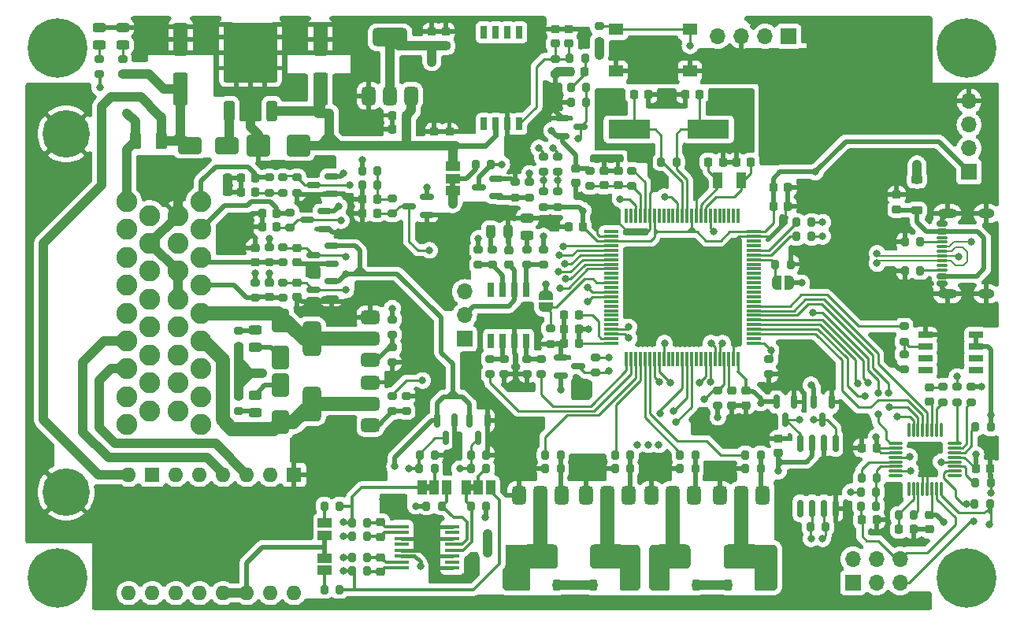
<source format=gbr>
%TF.GenerationSoftware,KiCad,Pcbnew,8.0.6*%
%TF.CreationDate,2024-11-18T15:03:54+07:00*%
%TF.ProjectId,NO2C,4e4f3243-2e6b-4696-9361-645f70636258,vD1*%
%TF.SameCoordinates,Original*%
%TF.FileFunction,Copper,L1,Top*%
%TF.FilePolarity,Positive*%
%FSLAX46Y46*%
G04 Gerber Fmt 4.6, Leading zero omitted, Abs format (unit mm)*
G04 Created by KiCad (PCBNEW 8.0.6) date 2024-11-18 15:03:54*
%MOMM*%
%LPD*%
G01*
G04 APERTURE LIST*
G04 Aperture macros list*
%AMRoundRect*
0 Rectangle with rounded corners*
0 $1 Rounding radius*
0 $2 $3 $4 $5 $6 $7 $8 $9 X,Y pos of 4 corners*
0 Add a 4 corners polygon primitive as box body*
4,1,4,$2,$3,$4,$5,$6,$7,$8,$9,$2,$3,0*
0 Add four circle primitives for the rounded corners*
1,1,$1+$1,$2,$3*
1,1,$1+$1,$4,$5*
1,1,$1+$1,$6,$7*
1,1,$1+$1,$8,$9*
0 Add four rect primitives between the rounded corners*
20,1,$1+$1,$2,$3,$4,$5,0*
20,1,$1+$1,$4,$5,$6,$7,0*
20,1,$1+$1,$6,$7,$8,$9,0*
20,1,$1+$1,$8,$9,$2,$3,0*%
%AMFreePoly0*
4,1,19,0.500000,-0.750000,0.000000,-0.750000,0.000000,-0.744911,-0.071157,-0.744911,-0.207708,-0.704816,-0.327430,-0.627875,-0.420627,-0.520320,-0.479746,-0.390866,-0.500000,-0.250000,-0.500000,0.250000,-0.479746,0.390866,-0.420627,0.520320,-0.327430,0.627875,-0.207708,0.704816,-0.071157,0.744911,0.000000,0.744911,0.000000,0.750000,0.500000,0.750000,0.500000,-0.750000,0.500000,-0.750000,
$1*%
%AMFreePoly1*
4,1,19,0.000000,0.744911,0.071157,0.744911,0.207708,0.704816,0.327430,0.627875,0.420627,0.520320,0.479746,0.390866,0.500000,0.250000,0.500000,-0.250000,0.479746,-0.390866,0.420627,-0.520320,0.327430,-0.627875,0.207708,-0.704816,0.071157,-0.744911,0.000000,-0.744911,0.000000,-0.750000,-0.500000,-0.750000,-0.500000,0.750000,0.000000,0.750000,0.000000,0.744911,0.000000,0.744911,
$1*%
G04 Aperture macros list end*
%TA.AperFunction,EtchedComponent*%
%ADD10C,0.000000*%
%TD*%
%TA.AperFunction,ComponentPad*%
%ADD11R,1.700000X1.700000*%
%TD*%
%TA.AperFunction,ComponentPad*%
%ADD12O,1.700000X1.700000*%
%TD*%
%TA.AperFunction,SMDPad,CuDef*%
%ADD13R,1.525000X0.650000*%
%TD*%
%TA.AperFunction,SMDPad,CuDef*%
%ADD14RoundRect,0.075000X0.675000X0.075000X-0.675000X0.075000X-0.675000X-0.075000X0.675000X-0.075000X0*%
%TD*%
%TA.AperFunction,SMDPad,CuDef*%
%ADD15RoundRect,0.075000X0.075000X0.675000X-0.075000X0.675000X-0.075000X-0.675000X0.075000X-0.675000X0*%
%TD*%
%TA.AperFunction,SMDPad,CuDef*%
%ADD16RoundRect,0.200000X-0.200000X-0.275000X0.200000X-0.275000X0.200000X0.275000X-0.200000X0.275000X0*%
%TD*%
%TA.AperFunction,SMDPad,CuDef*%
%ADD17RoundRect,0.200000X0.275000X-0.200000X0.275000X0.200000X-0.275000X0.200000X-0.275000X-0.200000X0*%
%TD*%
%TA.AperFunction,SMDPad,CuDef*%
%ADD18RoundRect,0.200000X-0.275000X0.200000X-0.275000X-0.200000X0.275000X-0.200000X0.275000X0.200000X0*%
%TD*%
%TA.AperFunction,SMDPad,CuDef*%
%ADD19RoundRect,0.200000X0.200000X0.275000X-0.200000X0.275000X-0.200000X-0.275000X0.200000X-0.275000X0*%
%TD*%
%TA.AperFunction,SMDPad,CuDef*%
%ADD20RoundRect,0.225000X-0.225000X-0.250000X0.225000X-0.250000X0.225000X0.250000X-0.225000X0.250000X0*%
%TD*%
%TA.AperFunction,SMDPad,CuDef*%
%ADD21RoundRect,0.225000X0.225000X0.250000X-0.225000X0.250000X-0.225000X-0.250000X0.225000X-0.250000X0*%
%TD*%
%TA.AperFunction,SMDPad,CuDef*%
%ADD22RoundRect,0.225000X0.250000X-0.225000X0.250000X0.225000X-0.250000X0.225000X-0.250000X-0.225000X0*%
%TD*%
%TA.AperFunction,SMDPad,CuDef*%
%ADD23RoundRect,0.225000X-0.250000X0.225000X-0.250000X-0.225000X0.250000X-0.225000X0.250000X0.225000X0*%
%TD*%
%TA.AperFunction,SMDPad,CuDef*%
%ADD24RoundRect,0.250000X0.550000X-1.500000X0.550000X1.500000X-0.550000X1.500000X-0.550000X-1.500000X0*%
%TD*%
%TA.AperFunction,SMDPad,CuDef*%
%ADD25RoundRect,0.150000X-0.150000X0.587500X-0.150000X-0.587500X0.150000X-0.587500X0.150000X0.587500X0*%
%TD*%
%TA.AperFunction,SMDPad,CuDef*%
%ADD26RoundRect,0.250000X1.000000X0.650000X-1.000000X0.650000X-1.000000X-0.650000X1.000000X-0.650000X0*%
%TD*%
%TA.AperFunction,SMDPad,CuDef*%
%ADD27R,1.500000X1.000000*%
%TD*%
%TA.AperFunction,SMDPad,CuDef*%
%ADD28R,1.000000X1.500000*%
%TD*%
%TA.AperFunction,SMDPad,CuDef*%
%ADD29RoundRect,0.243750X0.456250X-0.243750X0.456250X0.243750X-0.456250X0.243750X-0.456250X-0.243750X0*%
%TD*%
%TA.AperFunction,SMDPad,CuDef*%
%ADD30RoundRect,0.243750X-0.456250X0.243750X-0.456250X-0.243750X0.456250X-0.243750X0.456250X0.243750X0*%
%TD*%
%TA.AperFunction,SMDPad,CuDef*%
%ADD31RoundRect,0.243750X0.243750X0.456250X-0.243750X0.456250X-0.243750X-0.456250X0.243750X-0.456250X0*%
%TD*%
%TA.AperFunction,SMDPad,CuDef*%
%ADD32RoundRect,0.375000X0.625000X0.375000X-0.625000X0.375000X-0.625000X-0.375000X0.625000X-0.375000X0*%
%TD*%
%TA.AperFunction,SMDPad,CuDef*%
%ADD33RoundRect,0.500000X0.500000X1.400000X-0.500000X1.400000X-0.500000X-1.400000X0.500000X-1.400000X0*%
%TD*%
%TA.AperFunction,SMDPad,CuDef*%
%ADD34RoundRect,0.375000X-0.375000X0.625000X-0.375000X-0.625000X0.375000X-0.625000X0.375000X0.625000X0*%
%TD*%
%TA.AperFunction,SMDPad,CuDef*%
%ADD35RoundRect,0.500000X-1.400000X0.500000X-1.400000X-0.500000X1.400000X-0.500000X1.400000X0.500000X0*%
%TD*%
%TA.AperFunction,SMDPad,CuDef*%
%ADD36RoundRect,0.250000X0.350000X-0.850000X0.350000X0.850000X-0.350000X0.850000X-0.350000X-0.850000X0*%
%TD*%
%TA.AperFunction,SMDPad,CuDef*%
%ADD37RoundRect,0.250000X1.125000X-1.275000X1.125000X1.275000X-1.125000X1.275000X-1.125000X-1.275000X0*%
%TD*%
%TA.AperFunction,SMDPad,CuDef*%
%ADD38RoundRect,0.249997X2.650003X-2.950003X2.650003X2.950003X-2.650003X2.950003X-2.650003X-2.950003X0*%
%TD*%
%TA.AperFunction,ComponentPad*%
%ADD39O,1.600000X1.600000*%
%TD*%
%TA.AperFunction,ComponentPad*%
%ADD40R,1.600000X1.600000*%
%TD*%
%TA.AperFunction,SMDPad,CuDef*%
%ADD41RoundRect,0.150000X0.587500X0.150000X-0.587500X0.150000X-0.587500X-0.150000X0.587500X-0.150000X0*%
%TD*%
%TA.AperFunction,SMDPad,CuDef*%
%ADD42RoundRect,0.250000X-0.650000X1.000000X-0.650000X-1.000000X0.650000X-1.000000X0.650000X1.000000X0*%
%TD*%
%TA.AperFunction,SMDPad,CuDef*%
%ADD43R,0.650000X1.525000*%
%TD*%
%TA.AperFunction,SMDPad,CuDef*%
%ADD44RoundRect,0.150000X-0.587500X-0.150000X0.587500X-0.150000X0.587500X0.150000X-0.587500X0.150000X0*%
%TD*%
%TA.AperFunction,SMDPad,CuDef*%
%ADD45R,1.550000X0.435000*%
%TD*%
%TA.AperFunction,ComponentPad*%
%ADD46C,2.250000*%
%TD*%
%TA.AperFunction,ComponentPad*%
%ADD47C,5.100000*%
%TD*%
%TA.AperFunction,SMDPad,CuDef*%
%ADD48R,1.550000X1.300000*%
%TD*%
%TA.AperFunction,SMDPad,CuDef*%
%ADD49RoundRect,0.225000X0.225000X0.375000X-0.225000X0.375000X-0.225000X-0.375000X0.225000X-0.375000X0*%
%TD*%
%TA.AperFunction,SMDPad,CuDef*%
%ADD50RoundRect,0.150000X-0.150000X0.800000X-0.150000X-0.800000X0.150000X-0.800000X0.150000X0.800000X0*%
%TD*%
%TA.AperFunction,SMDPad,CuDef*%
%ADD51FreePoly0,0.000000*%
%TD*%
%TA.AperFunction,SMDPad,CuDef*%
%ADD52FreePoly1,0.000000*%
%TD*%
%TA.AperFunction,SMDPad,CuDef*%
%ADD53RoundRect,0.250000X0.375000X0.625000X-0.375000X0.625000X-0.375000X-0.625000X0.375000X-0.625000X0*%
%TD*%
%TA.AperFunction,ComponentPad*%
%ADD54C,0.800000*%
%TD*%
%TA.AperFunction,ComponentPad*%
%ADD55C,6.400000*%
%TD*%
%TA.AperFunction,SMDPad,CuDef*%
%ADD56RoundRect,0.075000X-0.075000X0.725000X-0.075000X-0.725000X0.075000X-0.725000X0.075000X0.725000X0*%
%TD*%
%TA.AperFunction,SMDPad,CuDef*%
%ADD57RoundRect,0.075000X-0.725000X0.075000X-0.725000X-0.075000X0.725000X-0.075000X0.725000X0.075000X0*%
%TD*%
%TA.AperFunction,SMDPad,CuDef*%
%ADD58RoundRect,0.225000X-0.375000X0.225000X-0.375000X-0.225000X0.375000X-0.225000X0.375000X0.225000X0*%
%TD*%
%TA.AperFunction,SMDPad,CuDef*%
%ADD59RoundRect,0.225000X-0.225000X-0.375000X0.225000X-0.375000X0.225000X0.375000X-0.225000X0.375000X0*%
%TD*%
%TA.AperFunction,SMDPad,CuDef*%
%ADD60R,4.500000X2.000000*%
%TD*%
%TA.AperFunction,SMDPad,CuDef*%
%ADD61R,1.000000X1.800000*%
%TD*%
%TA.AperFunction,SMDPad,CuDef*%
%ADD62RoundRect,0.150000X0.425000X-0.150000X0.425000X0.150000X-0.425000X0.150000X-0.425000X-0.150000X0*%
%TD*%
%TA.AperFunction,SMDPad,CuDef*%
%ADD63RoundRect,0.075000X0.500000X-0.075000X0.500000X0.075000X-0.500000X0.075000X-0.500000X-0.075000X0*%
%TD*%
%TA.AperFunction,ComponentPad*%
%ADD64O,2.100000X1.000000*%
%TD*%
%TA.AperFunction,ComponentPad*%
%ADD65O,1.800000X1.000000*%
%TD*%
%TA.AperFunction,SMDPad,CuDef*%
%ADD66RoundRect,0.375000X0.375000X-0.625000X0.375000X0.625000X-0.375000X0.625000X-0.375000X-0.625000X0*%
%TD*%
%TA.AperFunction,SMDPad,CuDef*%
%ADD67RoundRect,0.500000X1.400000X-0.500000X1.400000X0.500000X-1.400000X0.500000X-1.400000X-0.500000X0*%
%TD*%
%TA.AperFunction,SMDPad,CuDef*%
%ADD68RoundRect,0.250000X0.650000X-1.000000X0.650000X1.000000X-0.650000X1.000000X-0.650000X-1.000000X0*%
%TD*%
%TA.AperFunction,SMDPad,CuDef*%
%ADD69FreePoly0,90.000000*%
%TD*%
%TA.AperFunction,SMDPad,CuDef*%
%ADD70FreePoly1,90.000000*%
%TD*%
%TA.AperFunction,SMDPad,CuDef*%
%ADD71R,0.690000X1.350000*%
%TD*%
%TA.AperFunction,SMDPad,CuDef*%
%ADD72RoundRect,0.250000X1.000000X0.900000X-1.000000X0.900000X-1.000000X-0.900000X1.000000X-0.900000X0*%
%TD*%
%TA.AperFunction,ViaPad*%
%ADD73C,0.800000*%
%TD*%
%TA.AperFunction,Conductor*%
%ADD74C,0.250000*%
%TD*%
%TA.AperFunction,Conductor*%
%ADD75C,0.500000*%
%TD*%
%TA.AperFunction,Conductor*%
%ADD76C,1.000000*%
%TD*%
%TA.AperFunction,Conductor*%
%ADD77C,0.200000*%
%TD*%
%TA.AperFunction,Conductor*%
%ADD78C,0.600000*%
%TD*%
%TA.AperFunction,Conductor*%
%ADD79C,0.400000*%
%TD*%
%TA.AperFunction,Conductor*%
%ADD80C,0.300000*%
%TD*%
%TA.AperFunction,Conductor*%
%ADD81C,1.500000*%
%TD*%
G04 APERTURE END LIST*
D10*
%TA.AperFunction,EtchedComponent*%
%TO.C,JP4*%
G36*
X48350000Y12950000D02*
G01*
X47850000Y12950000D01*
X47850000Y13550000D01*
X48350000Y13550000D01*
X48350000Y12950000D01*
G37*
%TD.AperFunction*%
%TA.AperFunction,EtchedComponent*%
%TO.C,JP5*%
G36*
X43600000Y12950000D02*
G01*
X43100000Y12950000D01*
X43100000Y13550000D01*
X43600000Y13550000D01*
X43600000Y12950000D01*
G37*
%TD.AperFunction*%
%TA.AperFunction,EtchedComponent*%
%TO.C,JP6*%
G36*
X46300000Y45575000D02*
G01*
X45700000Y45575000D01*
X45700000Y46075000D01*
X46300000Y46075000D01*
X46300000Y45575000D01*
G37*
%TD.AperFunction*%
%TD*%
D11*
%TO.P,J3,1,Pin_1*%
%TO.N,IP*%
X89000000Y3000000D03*
D12*
%TO.P,J3,2,Pin_2*%
%TO.N,VM*%
X89000000Y5540000D03*
%TO.P,J3,3,Pin_3*%
%TO.N,+12V*%
X91540000Y3000000D03*
%TO.P,J3,4,Pin_4*%
%TO.N,HEAT-*%
X91540000Y5540000D03*
%TO.P,J3,5,Pin_5*%
%TO.N,IA*%
X94080000Y3000000D03*
%TO.P,J3,6,Pin_6*%
%TO.N,UN*%
X94080000Y5540000D03*
%TD*%
D13*
%TO.P,IC3,1,SOURCE1*%
%TO.N,GND*%
X96788000Y29655000D03*
%TO.P,IC3,2,INPUT_1*%
%TO.N,Net-(IC3-INPUT_1)*%
X96788000Y28385000D03*
%TO.P,IC3,3,SOURCE_2*%
%TO.N,unconnected-(IC3-SOURCE_2-Pad3)*%
X96788000Y27115000D03*
%TO.P,IC3,4,INPUT_2*%
%TO.N,unconnected-(IC3-INPUT_2-Pad4)*%
X96788000Y25845000D03*
%TO.P,IC3,5,DRAIN2_1*%
%TO.N,unconnected-(IC3-DRAIN2_1-Pad5)*%
X102212000Y25845000D03*
%TO.P,IC3,6,DRAIN2_2*%
%TO.N,unconnected-(IC3-DRAIN2_2-Pad6)*%
X102212000Y27115000D03*
%TO.P,IC3,7,DRAIN1_1*%
%TO.N,HEAT-*%
X102212000Y28385000D03*
%TO.P,IC3,8,DRAIN1_2*%
X102212000Y29655000D03*
%TD*%
D14*
%TO.P,U7,1,NC@1*%
%TO.N,unconnected-(U7-NC@1-Pad1)*%
X99925000Y14500000D03*
%TO.P,U7,2,IA*%
%TO.N,IA*%
X99925000Y15000000D03*
%TO.P,U7,3,OSZ*%
%TO.N,Net-(U7-OSZ)*%
X99925000Y15500000D03*
%TO.P,U7,4,DIAHG*%
%TO.N,/DIAHG*%
X99925000Y16000000D03*
%TO.P,U7,5,VCCS*%
%TO.N,+5V*%
X99925000Y16500000D03*
%TO.P,U7,6,DIAHD*%
%TO.N,DIAHD*%
X99925000Y17000000D03*
%TO.P,U7,7,RST*%
%TO.N,Net-(U7-RST)*%
X99925000Y17500000D03*
%TO.P,U7,8,RS*%
%TO.N,Net-(U7-RS)*%
X99925000Y18000000D03*
D15*
%TO.P,U7,9,NC@2*%
%TO.N,unconnected-(U7-NC@2-Pad9)*%
X98500000Y19425000D03*
%TO.P,U7,10,RM*%
%TO.N,Net-(U7-RM)*%
X98000000Y19425000D03*
%TO.P,U7,11,CM*%
%TO.N,Net-(U7-CM)*%
X97500000Y19425000D03*
%TO.P,U7,12,UR*%
%TO.N,/UR*%
X97000000Y19425000D03*
%TO.P,U7,13,SCK*%
%TO.N,/SPI3_SCK*%
X96500000Y19425000D03*
%TO.P,U7,14,MISO*%
%TO.N,/SPI3_MISO*%
X96000000Y19425000D03*
%TO.P,U7,15,MOSI*%
%TO.N,/SPI3_MOSI*%
X95500000Y19425000D03*
%TO.P,U7,16,NC@3*%
%TO.N,unconnected-(U7-NC@3-Pad16)*%
X95000000Y19425000D03*
D14*
%TO.P,U7,17,SS*%
%TO.N,/SS3*%
X93575000Y18000000D03*
%TO.P,U7,18,VCCSS*%
%TO.N,+5V*%
X93575000Y17500000D03*
%TO.P,U7,19,VCC*%
X93575000Y17000000D03*
%TO.P,U7,20,VM*%
%TO.N,VM*%
X93575000Y16500000D03*
%TO.P,U7,21,US*%
%TO.N,Net-(U7-US)*%
X93575000Y16000000D03*
%TO.P,U7,22,UP*%
%TO.N,Net-(U7-UP)*%
X93575000Y15500000D03*
%TO.P,U7,23,UA*%
%TO.N,/UA*%
X93575000Y15000000D03*
%TO.P,U7,24,NC@4*%
%TO.N,unconnected-(U7-NC@4-Pad24)*%
X93575000Y14500000D03*
D15*
%TO.P,U7,25,NC@5*%
%TO.N,unconnected-(U7-NC@5-Pad25)*%
X95000000Y13075000D03*
%TO.P,U7,26,CF*%
%TO.N,Net-(U7-CF)*%
X95500000Y13075000D03*
%TO.P,U7,27,RF*%
%TO.N,Net-(U7-RF)*%
X96000000Y13075000D03*
%TO.P,U7,28,GNDS*%
%TO.N,GND*%
X96500000Y13075000D03*
%TO.P,U7,29,GND*%
X97000000Y13075000D03*
%TO.P,U7,30,UB*%
%TO.N,+12V*%
X97500000Y13075000D03*
%TO.P,U7,31,UN*%
%TO.N,UN*%
X98000000Y13075000D03*
%TO.P,U7,32,IP*%
%TO.N,IP*%
X98500000Y13075000D03*
%TD*%
D16*
%TO.P,R86,1*%
%TO.N,DIAHD*%
X102175000Y19750000D03*
%TO.P,R86,2*%
%TO.N,HEAT-*%
X103825000Y19750000D03*
%TD*%
D17*
%TO.P,R85,1*%
%TO.N,GND*%
X94500000Y25925000D03*
%TO.P,R85,2*%
%TO.N,Net-(IC3-INPUT_1)*%
X94500000Y27575000D03*
%TD*%
D18*
%TO.P,R84,1*%
%TO.N,/HEAT_OUT-*%
X94500000Y30575000D03*
%TO.P,R84,2*%
%TO.N,Net-(IC3-INPUT_1)*%
X94500000Y28925000D03*
%TD*%
D17*
%TO.P,R83,1*%
%TO.N,Net-(U7-RM)*%
X98700000Y22425000D03*
%TO.P,R83,2*%
%TO.N,Net-(C45-Pad1)*%
X98700000Y24075000D03*
%TD*%
D18*
%TO.P,R82,2*%
%TO.N,Net-(U7-RS)*%
X100200000Y22425000D03*
%TO.P,R82,1*%
%TO.N,VM*%
X100200000Y24075000D03*
%TD*%
%TO.P,R81,2*%
%TO.N,Net-(U7-RST)*%
X101700000Y22425000D03*
%TO.P,R81,1*%
%TO.N,+5V*%
X101700000Y24075000D03*
%TD*%
D19*
%TO.P,R80,1*%
%TO.N,Net-(U7-UP)*%
X91500000Y11250000D03*
%TO.P,R80,2*%
%TO.N,UN*%
X89850000Y11250000D03*
%TD*%
D16*
%TO.P,R79,1*%
%TO.N,Net-(U7-US)*%
X89925000Y14250000D03*
%TO.P,R79,2*%
%TO.N,Net-(U7-UP)*%
X91575000Y14250000D03*
%TD*%
D19*
%TO.P,R78,1*%
%TO.N,Net-(U7-UP)*%
X91500000Y12750000D03*
%TO.P,R78,2*%
%TO.N,IA*%
X89850000Y12750000D03*
%TD*%
%TO.P,R77,1*%
%TO.N,GND*%
X103825000Y13750000D03*
%TO.P,R77,2*%
%TO.N,Net-(U7-OSZ)*%
X102175000Y13750000D03*
%TD*%
D16*
%TO.P,R76,1*%
%TO.N,IA*%
X102075000Y11500000D03*
%TO.P,R76,2*%
%TO.N,IP*%
X103725000Y11500000D03*
%TD*%
D19*
%TO.P,R75,1*%
%TO.N,Net-(U7-RF)*%
X95575000Y10250000D03*
%TO.P,R75,2*%
%TO.N,Net-(U7-CF)*%
X93925000Y10250000D03*
%TD*%
D20*
%TO.P,C48,1*%
%TO.N,GND*%
X89975000Y17500000D03*
%TO.P,C48,2*%
%TO.N,+5V*%
X91525000Y17500000D03*
%TD*%
D21*
%TO.P,C47,1*%
%TO.N,GND*%
X103775000Y15250000D03*
%TO.P,C47,2*%
%TO.N,+5V*%
X102225000Y15250000D03*
%TD*%
D22*
%TO.P,C46,1*%
%TO.N,GND*%
X97250000Y8725000D03*
%TO.P,C46,2*%
%TO.N,+12V*%
X97250000Y10275000D03*
%TD*%
D23*
%TO.P,C45,1*%
%TO.N,Net-(C45-Pad1)*%
X97200000Y24025000D03*
%TO.P,C45,2*%
%TO.N,Net-(U7-CM)*%
X97200000Y22475000D03*
%TD*%
D21*
%TO.P,C37,2*%
%TO.N,UN*%
X89975000Y9750000D03*
%TO.P,C37,1*%
%TO.N,GND*%
X91525000Y9750000D03*
%TD*%
D20*
%TO.P,C36,1*%
%TO.N,Net-(U7-CF)*%
X93975000Y8750000D03*
%TO.P,C36,2*%
%TO.N,GND*%
X95525000Y8750000D03*
%TD*%
D23*
%TO.P,C9,1*%
%TO.N,/PA5*%
X29250000Y35250000D03*
%TO.P,C9,2*%
%TO.N,GND*%
X29250000Y33700000D03*
%TD*%
D21*
%TO.P,C12,1*%
%TO.N,GND*%
X82025000Y43500000D03*
%TO.P,C12,2*%
%TO.N,+3.3V*%
X80475000Y43500000D03*
%TD*%
D20*
%TO.P,C13,1*%
%TO.N,GND*%
X58425000Y41250000D03*
%TO.P,C13,2*%
%TO.N,+3.3V*%
X59975000Y41250000D03*
%TD*%
D21*
%TO.P,C2,1*%
%TO.N,/PA3*%
X27050000Y41250000D03*
%TO.P,C2,2*%
%TO.N,GND*%
X25500000Y41250000D03*
%TD*%
D22*
%TO.P,C3,1*%
%TO.N,Net-(IC1-VDD)*%
X52000000Y37225000D03*
%TO.P,C3,2*%
%TO.N,GND*%
X52000000Y38775000D03*
%TD*%
D21*
%TO.P,C19,1*%
%TO.N,Net-(C19-Pad1)*%
X37850000Y44250000D03*
%TO.P,C19,2*%
%TO.N,GND*%
X36300000Y44250000D03*
%TD*%
D20*
%TO.P,C15,1*%
%TO.N,GND*%
X57975000Y30250000D03*
%TO.P,C15,2*%
%TO.N,+3.3V*%
X59525000Y30250000D03*
%TD*%
D22*
%TO.P,C16,1*%
%TO.N,GND*%
X59250000Y45975000D03*
%TO.P,C16,2*%
%TO.N,+3.3V*%
X59250000Y47525000D03*
%TD*%
D24*
%TO.P,C5,1*%
%TO.N,+5V*%
X31750000Y56050000D03*
%TO.P,C5,2*%
%TO.N,GND*%
X31750000Y61450000D03*
%TD*%
D22*
%TO.P,C14,1*%
%TO.N,Net-(IC2-VOUT)*%
X57000000Y60975000D03*
%TO.P,C14,2*%
%TO.N,GND*%
X57000000Y62525000D03*
%TD*%
%TO.P,C11,1,1*%
%TO.N,Net-(U3-IN2-)*%
X38250000Y7950000D03*
%TO.P,C11,2,2*%
%TO.N,Net-(U3-IN2+)*%
X38250000Y9500000D03*
%TD*%
D25*
%TO.P,D2,1,A1*%
%TO.N,GND*%
X49700000Y20437500D03*
%TO.P,D2,2,C2*%
%TO.N,+3.3V*%
X47800000Y20437500D03*
%TO.P,D2,3,C1A2*%
%TO.N,/PD11*%
X48750000Y18562500D03*
%TD*%
D26*
%TO.P,D3,1,K*%
%TO.N,Net-(D3-K)*%
X21750000Y50000000D03*
%TO.P,D3,2,A*%
%TO.N,+12V*%
X17750000Y50000000D03*
%TD*%
D27*
%TO.P,JP2,1,1*%
%TO.N,Net-(JP2-Pad1)*%
X32250000Y4350000D03*
%TO.P,JP2,2,2*%
%TO.N,+5V*%
X32250000Y5650000D03*
%TD*%
%TO.P,JP3,1,1*%
%TO.N,Net-(JP3-Pad1)*%
X32250000Y9400000D03*
%TO.P,JP3,2,2*%
%TO.N,+5V*%
X32250000Y8100000D03*
%TD*%
D28*
%TO.P,JP4,1,A*%
%TO.N,Net-(JP4-A)*%
X47450000Y13250000D03*
%TO.P,JP4,2,C*%
%TO.N,Net-(JP4-C)*%
X48750000Y13250000D03*
%TO.P,JP4,3,B*%
%TO.N,VR1+*%
X50050000Y13250000D03*
%TD*%
%TO.P,JP5,1,A*%
%TO.N,VR2+*%
X42700000Y13250000D03*
%TO.P,JP5,2,C*%
%TO.N,Net-(JP5-C)*%
X44000000Y13250000D03*
%TO.P,JP5,3,B*%
%TO.N,Net-(JP5-B)*%
X45300000Y13250000D03*
%TD*%
D29*
%TO.P,LED1,1,K*%
%TO.N,Net-(D1-A)*%
X24750000Y28282500D03*
%TO.P,LED1,2,A*%
%TO.N,Net-(LED1-A)*%
X24750000Y30157500D03*
%TD*%
D30*
%TO.P,LED3,1,K*%
%TO.N,Net-(D15-A)*%
X24750000Y23187500D03*
%TO.P,LED3,2,A*%
%TO.N,Net-(LED3-A)*%
X24750000Y21312500D03*
%TD*%
D31*
%TO.P,LED2,1,K*%
%TO.N,GND*%
X51937500Y40750000D03*
%TO.P,LED2,2,A*%
%TO.N,Net-(LED2-A)*%
X50062500Y40750000D03*
%TD*%
D30*
%TO.P,LED4,1,K*%
%TO.N,GND*%
X54000000Y42187500D03*
%TO.P,LED4,2,A*%
%TO.N,Net-(LED4-A)*%
X54000000Y40312500D03*
%TD*%
D32*
%TO.P,Q1,1,G*%
%TO.N,Net-(Q1-G)*%
X37150000Y26950000D03*
%TO.P,Q1,2,D*%
%TO.N,/INJ1*%
X37150000Y29250000D03*
D33*
X30850000Y29250000D03*
D32*
%TO.P,Q1,3,S*%
%TO.N,GND*%
X37150000Y31550000D03*
%TD*%
%TO.P,Q2,1,G*%
%TO.N,Net-(Q2-G)*%
X37150000Y19950000D03*
%TO.P,Q2,2,D*%
%TO.N,/INJ2*%
X37150000Y22250000D03*
D33*
X30850000Y22250000D03*
D32*
%TO.P,Q2,3,S*%
%TO.N,GND*%
X37150000Y24550000D03*
%TD*%
D34*
%TO.P,Q5,1,G*%
%TO.N,Net-(Q5-G)*%
X57700000Y12400000D03*
%TO.P,Q5,2,D*%
%TO.N,/IDLE*%
X55400000Y12400000D03*
D35*
X55400000Y6100000D03*
D34*
%TO.P,Q5,3,S*%
%TO.N,GND*%
X53100000Y12400000D03*
%TD*%
%TO.P,Q6,1,G*%
%TO.N,Net-(Q6-G)*%
X64925000Y12400000D03*
%TO.P,Q6,2,D*%
%TO.N,/FUELP*%
X62625000Y12400000D03*
D35*
X62625000Y6100000D03*
D34*
%TO.P,Q6,3,S*%
%TO.N,GND*%
X60325000Y12400000D03*
%TD*%
%TO.P,Q3,1,G*%
%TO.N,Net-(Q3-G)*%
X71950000Y12400000D03*
%TO.P,Q3,2,D*%
%TO.N,/BOOST*%
X69650000Y12400000D03*
D35*
X69650000Y6100000D03*
D34*
%TO.P,Q3,3,S*%
%TO.N,GND*%
X67350000Y12400000D03*
%TD*%
%TO.P,Q4,1,G*%
%TO.N,Net-(Q4-G)*%
X79300000Y12400000D03*
%TO.P,Q4,2,D*%
%TO.N,/VVT*%
X77000000Y12400000D03*
D35*
X77000000Y6100000D03*
D34*
%TO.P,Q4,3,S*%
%TO.N,GND*%
X74700000Y12400000D03*
%TD*%
D36*
%TO.P,U1,1,IN*%
%TO.N,Net-(D3-K)*%
X21970000Y53710000D03*
D37*
%TO.P,U1,2,GND*%
%TO.N,GND*%
X22725000Y58335000D03*
X25775000Y58335000D03*
D38*
X24250000Y60010000D03*
D37*
X22725000Y61685000D03*
X25775000Y61685000D03*
D36*
%TO.P,U1,3,OUT*%
%TO.N,+5V*%
X26530000Y53710000D03*
%TD*%
D24*
%TO.P,C4,1*%
%TO.N,+12V*%
X16750000Y56050000D03*
%TO.P,C4,2*%
%TO.N,GND*%
X16750000Y61450000D03*
%TD*%
D18*
%TO.P,R7,1*%
%TO.N,Net-(Q1-G)*%
X39500000Y28325000D03*
%TO.P,R7,2*%
%TO.N,GND*%
X39500000Y26675000D03*
%TD*%
%TO.P,R9,1*%
%TO.N,+3.3V*%
X24750000Y35300000D03*
%TO.P,R9,2*%
%TO.N,/IAT*%
X24750000Y33650000D03*
%TD*%
D16*
%TO.P,R10,1*%
%TO.N,+BATT*%
X36250000Y47250000D03*
%TO.P,R10,2*%
%TO.N,Net-(C19-Pad1)*%
X37900000Y47250000D03*
%TD*%
D17*
%TO.P,R6,1*%
%TO.N,Net-(IC1-OUTB)*%
X54000000Y37175000D03*
%TO.P,R6,2*%
%TO.N,Net-(LED4-A)*%
X54000000Y38825000D03*
%TD*%
%TO.P,R3,1*%
%TO.N,Net-(IC1-OUTA)*%
X48750000Y37175000D03*
%TO.P,R3,2*%
%TO.N,/IGN1*%
X48750000Y38825000D03*
%TD*%
%TO.P,R2,1*%
%TO.N,Net-(IC1-OUTA)*%
X50250000Y37175000D03*
%TO.P,R2,2*%
%TO.N,Net-(LED2-A)*%
X50250000Y38825000D03*
%TD*%
D19*
%TO.P,R8,1*%
%TO.N,GND*%
X82325000Y37250000D03*
%TO.P,R8,2*%
%TO.N,/BOOT0*%
X80675000Y37250000D03*
%TD*%
%TO.P,R11,1*%
%TO.N,Net-(C19-Pad1)*%
X37900000Y45725000D03*
%TO.P,R11,2*%
%TO.N,GND*%
X36250000Y45725000D03*
%TD*%
D39*
%TO.P,IC4,1,P1*%
%TO.N,/ENBL*%
X11150000Y1902000D03*
%TO.P,IC4,2,P2*%
%TO.N,unconnected-(IC4-P2-Pad2)*%
X13690000Y1902000D03*
%TO.P,IC4,3,P3*%
%TO.N,unconnected-(IC4-P3-Pad3)*%
X16230000Y1902000D03*
%TO.P,IC4,4,P4*%
%TO.N,unconnected-(IC4-P4-Pad4)*%
X18770000Y1902000D03*
%TO.P,IC4,5,P5*%
%TO.N,+5V*%
X21310000Y1902000D03*
%TO.P,IC4,6,P6*%
X23850000Y1902000D03*
%TO.P,IC4,7,P7*%
%TO.N,/STEP*%
X26390000Y1902000D03*
%TO.P,IC4,8,P8*%
%TO.N,/DIR*%
X28930000Y1902000D03*
D40*
%TO.P,IC4,9,P9*%
%TO.N,GND*%
X28930000Y14602000D03*
D39*
%TO.P,IC4,10,P10*%
%TO.N,unconnected-(IC4-P10-Pad10)*%
X26390000Y14602000D03*
%TO.P,IC4,11,P11*%
%TO.N,/STP-A2*%
X23850000Y14602000D03*
%TO.P,IC4,12,P12*%
%TO.N,/STP-A1*%
X21310000Y14602000D03*
%TO.P,IC4,13,P13*%
%TO.N,/STP-B1*%
X18770000Y14602000D03*
%TO.P,IC4,14,P14*%
%TO.N,/STP-B2*%
X16230000Y14602000D03*
D40*
%TO.P,IC4,15,P15*%
%TO.N,Earth*%
X13690000Y14602000D03*
D39*
%TO.P,IC4,16,P16*%
%TO.N,+12V*%
X11150000Y14602000D03*
%TD*%
D21*
%TO.P,C1,1*%
%TO.N,/TPS*%
X27050000Y42750000D03*
%TO.P,C1,2*%
%TO.N,GND*%
X25500000Y42750000D03*
%TD*%
D18*
%TO.P,R1,1*%
%TO.N,Net-(LED1-A)*%
X23000000Y30075000D03*
%TO.P,R1,2*%
%TO.N,+12V*%
X23000000Y28425000D03*
%TD*%
%TO.P,R4,1*%
%TO.N,/TPS*%
X28525000Y42825000D03*
%TO.P,R4,2*%
%TO.N,/PA3*%
X28525000Y41175000D03*
%TD*%
D19*
%TO.P,R12,1*%
%TO.N,/TACHO*%
X50075000Y48000000D03*
%TO.P,R12,2*%
%TO.N,Net-(JP6-C)*%
X48425000Y48000000D03*
%TD*%
D18*
%TO.P,R13,1*%
%TO.N,/PD14*%
X54250000Y46075000D03*
%TO.P,R13,2*%
%TO.N,Net-(Q7-G)*%
X54250000Y44425000D03*
%TD*%
D41*
%TO.P,Q7,1,G*%
%TO.N,Net-(Q7-G)*%
X50687500Y44550000D03*
%TO.P,Q7,2,S*%
%TO.N,GND*%
X50687500Y46450000D03*
%TO.P,Q7,3,D*%
%TO.N,/TACHO*%
X48812500Y45500000D03*
%TD*%
D20*
%TO.P,C22,1*%
%TO.N,GND*%
X57975000Y28750000D03*
%TO.P,C22,2*%
%TO.N,+3.3V*%
X59525000Y28750000D03*
%TD*%
D18*
%TO.P,R14,1*%
%TO.N,Net-(IC1-INA)*%
X50000000Y27075000D03*
%TO.P,R14,2*%
%TO.N,/PD13*%
X50000000Y25425000D03*
%TD*%
D22*
%TO.P,C8,1*%
%TO.N,/IAT*%
X26250000Y33700000D03*
%TO.P,C8,2*%
%TO.N,GND*%
X26250000Y35250000D03*
%TD*%
D21*
%TO.P,C21,1*%
%TO.N,GND*%
X82025000Y45500000D03*
%TO.P,C21,2*%
%TO.N,+3.3V*%
X80475000Y45500000D03*
%TD*%
%TO.P,C20,1*%
%TO.N,/PA1*%
X37850000Y42750000D03*
%TO.P,C20,2*%
%TO.N,GND*%
X36300000Y42750000D03*
%TD*%
D17*
%TO.P,R5,1*%
%TO.N,Net-(Q1-G)*%
X39500000Y29675000D03*
%TO.P,R5,2*%
%TO.N,/PD8*%
X39500000Y31325000D03*
%TD*%
D42*
%TO.P,D1,1,K*%
%TO.N,/INJ1*%
X27500000Y31220000D03*
%TO.P,D1,2,A*%
%TO.N,Net-(D1-A)*%
X27500000Y27220000D03*
%TD*%
D43*
%TO.P,IC1,1,NC_1*%
%TO.N,unconnected-(IC1-NC_1-Pad1)*%
X50095000Y29038000D03*
%TO.P,IC1,2,INA*%
%TO.N,Net-(IC1-INA)*%
X51365000Y29038000D03*
%TO.P,IC1,3,GND*%
%TO.N,GND*%
X52635000Y29038000D03*
%TO.P,IC1,4,INB*%
%TO.N,Net-(IC1-INB)*%
X53905000Y29038000D03*
%TO.P,IC1,5,OUTB*%
%TO.N,Net-(IC1-OUTB)*%
X53905000Y34462000D03*
%TO.P,IC1,6,VDD*%
%TO.N,Net-(IC1-VDD)*%
X52635000Y34462000D03*
%TO.P,IC1,7,OUTA*%
%TO.N,Net-(IC1-OUTA)*%
X51365000Y34462000D03*
%TO.P,IC1,8,NC_2*%
%TO.N,unconnected-(IC1-NC_2-Pad8)*%
X50095000Y34462000D03*
%TD*%
D41*
%TO.P,D6,1,A*%
%TO.N,GND*%
X32212500Y41050000D03*
%TO.P,D6,2,K*%
%TO.N,+3.3V*%
X32212500Y42950000D03*
%TO.P,D6,3,COM*%
%TO.N,/PA3*%
X30337500Y42000000D03*
%TD*%
D44*
%TO.P,D5,1,A*%
%TO.N,GND*%
X57625000Y27200000D03*
%TO.P,D5,2,K*%
%TO.N,+3.3V*%
X57625000Y25300000D03*
%TO.P,D5,3,COM*%
%TO.N,Net-(D5-COM)*%
X59500000Y26250000D03*
%TD*%
D17*
%TO.P,R15,1*%
%TO.N,Net-(D5-COM)*%
X61375000Y25575000D03*
%TO.P,R15,2*%
%TO.N,/LAUNCH*%
X61375000Y27225000D03*
%TD*%
D22*
%TO.P,C18,1*%
%TO.N,+5V*%
X45633000Y49955000D03*
%TO.P,C18,2*%
%TO.N,GND*%
X45633000Y51505000D03*
%TD*%
%TO.P,C17,1*%
%TO.N,+5V*%
X44000000Y49975000D03*
%TO.P,C17,2*%
%TO.N,GND*%
X44000000Y51525000D03*
%TD*%
D20*
%TO.P,C28,1*%
%TO.N,GND*%
X57975000Y31750000D03*
%TO.P,C28,2*%
%TO.N,Net-(U2-VCAP_1)*%
X59525000Y31750000D03*
%TD*%
D16*
%TO.P,R34,1,1*%
%TO.N,Net-(JP4-A)*%
X47925000Y11250000D03*
%TO.P,R34,2,2*%
%TO.N,+3.3V*%
X49575000Y11250000D03*
%TD*%
D41*
%TO.P,D8,1,A*%
%TO.N,GND*%
X32937500Y37300000D03*
%TO.P,D8,2,K*%
%TO.N,+3.3V*%
X32937500Y39200000D03*
%TO.P,D8,3,COM*%
%TO.N,/PA4*%
X31062500Y38250000D03*
%TD*%
D44*
%TO.P,D17,1,A*%
%TO.N,GND*%
X57812500Y52950000D03*
%TO.P,D17,2,K*%
%TO.N,+3.3V*%
X57812500Y51050000D03*
%TO.P,D17,3,COM*%
%TO.N,/PA0*%
X59687500Y52000000D03*
%TD*%
D25*
%TO.P,D20,1,A*%
%TO.N,GND*%
X86700000Y22437500D03*
%TO.P,D20,2,K*%
%TO.N,+3.3V*%
X84800000Y22437500D03*
%TO.P,D20,3,COM*%
%TO.N,Net-(D20-COM)*%
X85750000Y20562500D03*
%TD*%
D20*
%TO.P,C31,1*%
%TO.N,GND*%
X76475000Y48250000D03*
%TO.P,C31,2*%
%TO.N,Net-(U2-PC14)*%
X78025000Y48250000D03*
%TD*%
D17*
%TO.P,R33,1*%
%TO.N,Net-(Q2-G)*%
X41000000Y21425000D03*
%TO.P,R33,2*%
%TO.N,GND*%
X41000000Y23075000D03*
%TD*%
D45*
%TO.P,U3,1,INT_THRS1*%
%TO.N,GND*%
X45950000Y4576000D03*
%TO.P,U3,2,EXT1*%
%TO.N,unconnected-(U3-EXT1-Pad2)*%
X45950000Y5210000D03*
%TO.P,U3,3,BIAS1*%
%TO.N,GND*%
X45950000Y5846000D03*
%TO.P,U3,4,COUT1*%
%TO.N,Net-(JP4-A)*%
X45950000Y6480000D03*
%TO.P,U3,5,COUT2*%
%TO.N,Net-(JP5-B)*%
X45950000Y7116000D03*
%TO.P,U3,6,BIAS2*%
%TO.N,GND*%
X45950000Y7750000D03*
%TO.P,U3,7,EXT2*%
%TO.N,unconnected-(U3-EXT2-Pad7)*%
X45950000Y8386000D03*
%TO.P,U3,8,INT_THRS2*%
%TO.N,GND*%
X45950000Y9020000D03*
%TO.P,U3,9,IN2+*%
%TO.N,Net-(U3-IN2+)*%
X40500000Y9020000D03*
%TO.P,U3,10,IN2-*%
%TO.N,Net-(U3-IN2-)*%
X40500000Y8386000D03*
%TO.P,U3,11,GND*%
%TO.N,GND*%
X40500000Y7750000D03*
%TO.P,U3,12,DIRN*%
%TO.N,unconnected-(U3-DIRN-Pad12)*%
X40500000Y7116000D03*
%TO.P,U3,13,ZERO_EN*%
%TO.N,GND*%
X40500000Y6480000D03*
%TO.P,U3,14,VCC*%
%TO.N,+5V*%
X40500000Y5846000D03*
%TO.P,U3,15,IN1-*%
%TO.N,Net-(U3-IN1-)*%
X40500000Y5210000D03*
%TO.P,U3,16,IN1+*%
%TO.N,Net-(U3-IN1+)*%
X40500000Y4576000D03*
%TD*%
D41*
%TO.P,D18,1,A*%
%TO.N,GND*%
X43187500Y42550000D03*
%TO.P,D18,2,K*%
%TO.N,+3.3V*%
X43187500Y44450000D03*
%TO.P,D18,3,COM*%
%TO.N,/PA1*%
X41312500Y43500000D03*
%TD*%
D46*
%TO.P,J1,1,1*%
%TO.N,+BATT*%
X10937500Y44000000D03*
%TO.P,J1,2,2*%
%TO.N,VR1+*%
X10937500Y41000000D03*
%TO.P,J1,3,3*%
%TO.N,/VR1-*%
X10937500Y38000000D03*
%TO.P,J1,4,4*%
%TO.N,/IGN1*%
X10937500Y35000000D03*
%TO.P,J1,5,5*%
%TO.N,/IGN2*%
X10937500Y32000000D03*
%TO.P,J1,6,6*%
%TO.N,/STP-A1*%
X10937500Y29000000D03*
%TO.P,J1,7,7*%
%TO.N,/STP-A2*%
X10937500Y26000000D03*
%TO.P,J1,8,8*%
%TO.N,/STP-B2*%
X10937500Y23000000D03*
%TO.P,J1,9,9*%
%TO.N,/STP-B1*%
X10937500Y20000000D03*
%TO.P,J1,10,10*%
%TO.N,+5V*%
X13437500Y42500000D03*
%TO.P,J1,11,11*%
%TO.N,GND*%
X13437500Y39500000D03*
%TO.P,J1,12,12*%
%TO.N,/VR2-*%
X13437500Y36500000D03*
%TO.P,J1,13,13*%
%TO.N,VR2+*%
X13437500Y33500000D03*
%TO.P,J1,14,14*%
%TO.N,/TACHO*%
X13437500Y30500000D03*
%TO.P,J1,15,15*%
%TO.N,Net-(J1-Pad15)*%
X13437500Y27500000D03*
%TO.P,J1,16,16*%
%TO.N,Net-(J1-Pad16)*%
X13437500Y24500000D03*
%TO.P,J1,17,17*%
%TO.N,/IDLE*%
X13437500Y21500000D03*
%TO.P,J1,18,18*%
%TO.N,GND*%
X16437500Y42500000D03*
%TO.P,J1,19,19*%
%TO.N,/LAUNCH*%
X16437500Y39500000D03*
%TO.P,J1,20,20*%
%TO.N,GND*%
X16437500Y36500000D03*
%TO.P,J1,21,21*%
X16437500Y33500000D03*
%TO.P,J1,22,22*%
%TO.N,/SWCLK*%
X16437500Y30500000D03*
%TO.P,J1,23,23*%
%TO.N,/SWDIO*%
X16437500Y27500000D03*
%TO.P,J1,24,24*%
%TO.N,CANH*%
X16437500Y24500000D03*
%TO.P,J1,25,25*%
%TO.N,CANL*%
X16437500Y21500000D03*
%TO.P,J1,26,26*%
%TO.N,/O2*%
X18937500Y44000000D03*
%TO.P,J1,27,27*%
%TO.N,/TPS*%
X18937500Y41000000D03*
%TO.P,J1,28,28*%
%TO.N,/CLT*%
X18937500Y38000000D03*
%TO.P,J1,29,29*%
%TO.N,/IAT*%
X18937500Y35000000D03*
%TO.P,J1,30,30*%
%TO.N,/INJ1*%
X18937500Y32000000D03*
%TO.P,J1,31,31*%
%TO.N,/INJ2*%
X18937500Y29000000D03*
%TO.P,J1,32,32*%
%TO.N,/VVT*%
X18937500Y26000000D03*
%TO.P,J1,33,33*%
%TO.N,/BOOST*%
X18937500Y23000000D03*
%TO.P,J1,34,34*%
%TO.N,/FUELP*%
X18937500Y20000000D03*
D47*
%TO.P,J1,MH1,MH1*%
%TO.N,GND*%
X4437500Y51250000D03*
%TO.P,J1,MH2,MH2*%
X4437500Y12750000D03*
%TD*%
D18*
%TO.P,R19,1*%
%TO.N,Net-(IC1-INA)*%
X51500000Y27075000D03*
%TO.P,R19,2*%
%TO.N,GND*%
X51500000Y25425000D03*
%TD*%
D16*
%TO.P,R21,1*%
%TO.N,/PD10*%
X42425000Y16750000D03*
%TO.P,R21,2*%
%TO.N,GND*%
X44075000Y16750000D03*
%TD*%
D22*
%TO.P,C39,1*%
%TO.N,VBUS*%
X93700000Y43175000D03*
%TO.P,C39,2*%
%TO.N,GND*%
X93700000Y44725000D03*
%TD*%
D19*
%TO.P,R42,1*%
%TO.N,Net-(Q4-G)*%
X79075000Y16750000D03*
%TO.P,R42,2*%
%TO.N,/PD6*%
X77425000Y16750000D03*
%TD*%
D11*
%TO.P,P1,1,Pin_1*%
%TO.N,+3.3V*%
X101500000Y47170000D03*
D12*
%TO.P,P1,2,Pin_2*%
%TO.N,/SWDIO*%
X101500000Y49710000D03*
%TO.P,P1,3,Pin_3*%
%TO.N,/SWCLK*%
X101500000Y52250000D03*
%TO.P,P1,4,Pin_4*%
%TO.N,GND*%
X101500000Y54790000D03*
%TD*%
D17*
%TO.P,R74,1*%
%TO.N,+3.3V*%
X57250000Y43425000D03*
%TO.P,R74,2*%
%TO.N,/SDA*%
X57250000Y45075000D03*
%TD*%
D19*
%TO.P,R44,1*%
%TO.N,Net-(Q5-G)*%
X57575000Y16750000D03*
%TO.P,R44,2*%
%TO.N,/PD5*%
X55925000Y16750000D03*
%TD*%
D18*
%TO.P,R66,1*%
%TO.N,/BOOT1*%
X56500000Y30325000D03*
%TO.P,R66,2*%
%TO.N,GND*%
X56500000Y28675000D03*
%TD*%
D25*
%TO.P,D14,1,A1*%
%TO.N,GND*%
X46200000Y20437500D03*
%TO.P,D14,2,C2*%
%TO.N,+3.3V*%
X44300000Y20437500D03*
%TO.P,D14,3,C1A2*%
%TO.N,/PD10*%
X45250000Y18562500D03*
%TD*%
D48*
%TO.P,SW1,1,1*%
%TO.N,GND*%
X71475000Y58000000D03*
X63525000Y58000000D03*
%TO.P,SW1,2,2*%
%TO.N,Net-(U2-NRST)*%
X71475000Y62500000D03*
X63525000Y62500000D03*
%TD*%
D49*
%TO.P,D9,1,K*%
%TO.N,+12V*%
X72150000Y2750000D03*
%TO.P,D9,2,A*%
%TO.N,/BOOST*%
X68850000Y2750000D03*
%TD*%
D16*
%TO.P,R59,1*%
%TO.N,Net-(C35-Pad1)*%
X58675000Y56250000D03*
%TO.P,R59,2*%
%TO.N,/PA0*%
X60325000Y56250000D03*
%TD*%
D25*
%TO.P,D21,1,A*%
%TO.N,GND*%
X82700000Y22437500D03*
%TO.P,D21,2,K*%
%TO.N,+3.3V*%
X80800000Y22437500D03*
%TO.P,D21,3,COM*%
%TO.N,Net-(D21-COM)*%
X81750000Y20562500D03*
%TD*%
D22*
%TO.P,C42,1*%
%TO.N,+3.3V*%
X43740000Y60725000D03*
%TO.P,C42,2*%
%TO.N,GND*%
X43740000Y62275000D03*
%TD*%
D50*
%TO.P,U5,1,txd*%
%TO.N,Net-(D20-COM)*%
X87155000Y18000000D03*
%TO.P,U5,2,gnd*%
%TO.N,GND*%
X85885000Y18000000D03*
%TO.P,U5,3,vcc*%
%TO.N,+5V*%
X84615000Y18000000D03*
%TO.P,U5,4,rxd*%
%TO.N,Net-(D21-COM)*%
X83345000Y18000000D03*
%TO.P,U5,5,Vref*%
%TO.N,unconnected-(U5-Vref-Pad5)*%
X83345000Y11000000D03*
%TO.P,U5,6,CANL*%
%TO.N,CANL*%
X84615000Y11000000D03*
%TO.P,U5,7,CANH*%
%TO.N,CANH*%
X85885000Y11000000D03*
%TO.P,U5,8,S*%
%TO.N,GND*%
X87155000Y11000000D03*
%TD*%
D17*
%TO.P,R39,1*%
%TO.N,VDA*%
X65250000Y45675000D03*
%TO.P,R39,2*%
%TO.N,Net-(U2-VREF+)*%
X65250000Y47325000D03*
%TD*%
%TO.P,R36,1*%
%TO.N,/IAT*%
X27750000Y33650000D03*
%TO.P,R36,2*%
%TO.N,/PA5*%
X27750000Y35300000D03*
%TD*%
D21*
%TO.P,C40,1*%
%TO.N,+5V*%
X41025000Y51750000D03*
%TO.P,C40,2*%
%TO.N,GND*%
X39475000Y51750000D03*
%TD*%
D49*
%TO.P,D12,1,K*%
%TO.N,+12V*%
X57150000Y2750000D03*
%TO.P,D12,2,A*%
%TO.N,/IDLE*%
X53850000Y2750000D03*
%TD*%
D51*
%TO.P,JP7,1,A*%
%TO.N,/BOOT0*%
X80850000Y35250000D03*
D52*
%TO.P,JP7,2,B*%
%TO.N,+3.3V*%
X82150000Y35250000D03*
%TD*%
D17*
%TO.P,R38,1*%
%TO.N,VDA*%
X60750000Y45675000D03*
%TO.P,R38,2*%
%TO.N,+3.3V*%
X60750000Y47325000D03*
%TD*%
D53*
%TO.P,F1,1*%
%TO.N,+12V*%
X14650000Y50500000D03*
%TO.P,F1,2*%
%TO.N,+BATT*%
X11850000Y50500000D03*
%TD*%
D23*
%TO.P,C25,1*%
%TO.N,GND*%
X62250000Y47275000D03*
%TO.P,C25,2*%
%TO.N,VDA*%
X62250000Y45725000D03*
%TD*%
D16*
%TO.P,R73,1*%
%TO.N,/PB8*%
X82925000Y40250000D03*
%TO.P,R73,2*%
%TO.N,Net-(D21-COM)*%
X84575000Y40250000D03*
%TD*%
D23*
%TO.P,C10,1,1*%
%TO.N,Net-(U3-IN1-)*%
X38250000Y5750000D03*
%TO.P,C10,2,2*%
%TO.N,Net-(U3-IN1+)*%
X38250000Y4200000D03*
%TD*%
D21*
%TO.P,C32,1*%
%TO.N,/O2*%
X24775000Y46500000D03*
%TO.P,C32,2*%
%TO.N,GND*%
X23225000Y46500000D03*
%TD*%
D18*
%TO.P,R51,1*%
%TO.N,Net-(C19-Pad1)*%
X39490000Y44325000D03*
%TO.P,R51,2*%
%TO.N,/PA1*%
X39490000Y42675000D03*
%TD*%
D16*
%TO.P,R20,1*%
%TO.N,/PD11*%
X47925000Y16750000D03*
%TO.P,R20,2*%
%TO.N,GND*%
X49575000Y16750000D03*
%TD*%
D54*
%TO.P,REF\u002A\u002A,1*%
%TO.N,N/C*%
X98850000Y3500000D03*
X99552944Y5197056D03*
X99552944Y1802944D03*
X101250000Y5900000D03*
D55*
X101250000Y3500000D03*
D54*
X101250000Y1100000D03*
X102947056Y5197056D03*
X102947056Y1802944D03*
X103650000Y3500000D03*
%TD*%
D30*
%TO.P,LED6,1,K*%
%TO.N,GND*%
X8000000Y62687500D03*
%TO.P,LED6,2,A*%
%TO.N,Net-(LED6-A)*%
X8000000Y60812500D03*
%TD*%
D23*
%TO.P,C7,1*%
%TO.N,/PA4*%
X29250000Y39025000D03*
%TO.P,C7,2*%
%TO.N,GND*%
X29250000Y37475000D03*
%TD*%
D16*
%TO.P,R70,1*%
%TO.N,CANL*%
X84425000Y9000000D03*
%TO.P,R70,2*%
%TO.N,CANH*%
X86075000Y9000000D03*
%TD*%
D56*
%TO.P,U2,1,PE2*%
%TO.N,unconnected-(U2-PE2-Pad1)*%
X76675000Y42425000D03*
%TO.P,U2,2,PE3*%
%TO.N,unconnected-(U2-PE3-Pad2)*%
X76175000Y42425000D03*
%TO.P,U2,3,PE4*%
%TO.N,unconnected-(U2-PE4-Pad3)*%
X75675000Y42425000D03*
%TO.P,U2,4,PE5*%
%TO.N,unconnected-(U2-PE5-Pad4)*%
X75175000Y42425000D03*
%TO.P,U2,5,PE6*%
%TO.N,unconnected-(U2-PE6-Pad5)*%
X74675000Y42425000D03*
%TO.P,U2,6,VBAT*%
%TO.N,unconnected-(U2-VBAT-Pad6)*%
X74175000Y42425000D03*
%TO.P,U2,7,PC13*%
%TO.N,/SS3*%
X73675000Y42425000D03*
%TO.P,U2,8,PC14*%
%TO.N,Net-(U2-PC14)*%
X73175000Y42425000D03*
%TO.P,U2,9,PC15*%
%TO.N,Net-(U2-PC15)*%
X72675000Y42425000D03*
%TO.P,U2,10,VSS*%
%TO.N,GND*%
X72175000Y42425000D03*
%TO.P,U2,11,VDD*%
%TO.N,+3.3V*%
X71675000Y42425000D03*
%TO.P,U2,12,PH0*%
%TO.N,Net-(U2-PH0)*%
X71175000Y42425000D03*
%TO.P,U2,13,PH1*%
%TO.N,Net-(U2-PH1)*%
X70675000Y42425000D03*
%TO.P,U2,14,NRST*%
%TO.N,Net-(U2-NRST)*%
X70175000Y42425000D03*
%TO.P,U2,15,PC0*%
%TO.N,unconnected-(U2-PC0-Pad15)*%
X69675000Y42425000D03*
%TO.P,U2,16,PC1*%
%TO.N,unconnected-(U2-PC1-Pad16)*%
X69175000Y42425000D03*
%TO.P,U2,17,PC2*%
%TO.N,unconnected-(U2-PC2-Pad17)*%
X68675000Y42425000D03*
%TO.P,U2,18,PC3*%
%TO.N,unconnected-(U2-PC3-Pad18)*%
X68175000Y42425000D03*
%TO.P,U2,19,VDD*%
%TO.N,+3.3V*%
X67675000Y42425000D03*
%TO.P,U2,20,VSSA*%
%TO.N,GND*%
X67175000Y42425000D03*
%TO.P,U2,21,VREF+*%
%TO.N,Net-(U2-VREF+)*%
X66675000Y42425000D03*
%TO.P,U2,22,VDDA*%
%TO.N,VDA*%
X66175000Y42425000D03*
%TO.P,U2,23,PA0*%
%TO.N,/PA0*%
X65675000Y42425000D03*
%TO.P,U2,24,PA1*%
%TO.N,unconnected-(U2-PA1-Pad24)*%
X65175000Y42425000D03*
%TO.P,U2,25,PA2*%
%TO.N,unconnected-(U2-PA2-Pad25)*%
X64675000Y42425000D03*
D57*
%TO.P,U2,26,PA3*%
%TO.N,unconnected-(U2-PA3-Pad26)*%
X63000000Y40750000D03*
%TO.P,U2,27,VSS*%
%TO.N,GND*%
X63000000Y40250000D03*
%TO.P,U2,28,VDD*%
%TO.N,+3.3V*%
X63000000Y39750000D03*
%TO.P,U2,29,PA4*%
%TO.N,/PA1*%
X63000000Y39250000D03*
%TO.P,U2,30,PA5*%
%TO.N,/PA2*%
X63000000Y38750000D03*
%TO.P,U2,31,PA6*%
%TO.N,/PA3*%
X63000000Y38250000D03*
%TO.P,U2,32,PA7*%
%TO.N,/PA4*%
X63000000Y37750000D03*
%TO.P,U2,33,PC4*%
%TO.N,/PA5*%
X63000000Y37250000D03*
%TO.P,U2,34,PC5*%
%TO.N,/PD14*%
X63000000Y36750000D03*
%TO.P,U2,35,PB0*%
%TO.N,/F_CS*%
X63000000Y36250000D03*
%TO.P,U2,36,PB1*%
%TO.N,unconnected-(U2-PB1-Pad36)*%
X63000000Y35750000D03*
%TO.P,U2,37,PB2*%
%TO.N,/BOOT1*%
X63000000Y35250000D03*
%TO.P,U2,38,PE7*%
%TO.N,unconnected-(U2-PE7-Pad38)*%
X63000000Y34750000D03*
%TO.P,U2,39,PE8*%
%TO.N,/PD8*%
X63000000Y34250000D03*
%TO.P,U2,40,PE9*%
%TO.N,/PD9*%
X63000000Y33750000D03*
%TO.P,U2,41,PE10*%
%TO.N,unconnected-(U2-PE10-Pad41)*%
X63000000Y33250000D03*
%TO.P,U2,42,PE11*%
%TO.N,unconnected-(U2-PE11-Pad42)*%
X63000000Y32750000D03*
%TO.P,U2,43,PE12*%
%TO.N,unconnected-(U2-PE12-Pad43)*%
X63000000Y32250000D03*
%TO.P,U2,44,PE13*%
%TO.N,unconnected-(U2-PE13-Pad44)*%
X63000000Y31750000D03*
%TO.P,U2,45,PE14*%
%TO.N,unconnected-(U2-PE14-Pad45)*%
X63000000Y31250000D03*
%TO.P,U2,46,PE15*%
%TO.N,unconnected-(U2-PE15-Pad46)*%
X63000000Y30750000D03*
%TO.P,U2,47,PB10*%
%TO.N,/SCL*%
X63000000Y30250000D03*
%TO.P,U2,48,PB11*%
%TO.N,/SDA*%
X63000000Y29750000D03*
%TO.P,U2,49,VCAP_1*%
%TO.N,Net-(U2-VCAP_1)*%
X63000000Y29250000D03*
%TO.P,U2,50,VDD*%
%TO.N,+3.3V*%
X63000000Y28750000D03*
D56*
%TO.P,U2,51,PB12*%
%TO.N,/PD12*%
X64675000Y27075000D03*
%TO.P,U2,52,PB13*%
%TO.N,/PD13*%
X65175000Y27075000D03*
%TO.P,U2,53,PB14*%
%TO.N,/PD5*%
X65675000Y27075000D03*
%TO.P,U2,54,PB15*%
%TO.N,/PD4*%
X66175000Y27075000D03*
%TO.P,U2,55,PD8*%
%TO.N,/PD7*%
X66675000Y27075000D03*
%TO.P,U2,56,PD9*%
%TO.N,/PD6*%
X67175000Y27075000D03*
%TO.P,U2,57,PD10*%
%TO.N,/PD10*%
X67675000Y27075000D03*
%TO.P,U2,58,PD11*%
%TO.N,/PD11*%
X68175000Y27075000D03*
%TO.P,U2,59,PD12*%
%TO.N,Net-(D5-COM)*%
X68675000Y27075000D03*
%TO.P,U2,60,PD13*%
%TO.N,unconnected-(U2-PD13-Pad60)*%
X69175000Y27075000D03*
%TO.P,U2,61,PD14*%
%TO.N,unconnected-(U2-PD14-Pad61)*%
X69675000Y27075000D03*
%TO.P,U2,62,PD15*%
%TO.N,/PD15*%
X70175000Y27075000D03*
%TO.P,U2,63,PC6*%
%TO.N,/ENBL*%
X70675000Y27075000D03*
%TO.P,U2,64,PC7*%
%TO.N,/STEP*%
X71175000Y27075000D03*
%TO.P,U2,65,PC8*%
%TO.N,/DIR*%
X71675000Y27075000D03*
%TO.P,U2,66,PC9*%
%TO.N,unconnected-(U2-PC9-Pad66)*%
X72175000Y27075000D03*
%TO.P,U2,67,PA8*%
%TO.N,unconnected-(U2-PA8-Pad67)*%
X72675000Y27075000D03*
%TO.P,U2,68,PA9*%
%TO.N,/PA9*%
X73175000Y27075000D03*
%TO.P,U2,69,PA10*%
%TO.N,/PA10*%
X73675000Y27075000D03*
%TO.P,U2,70,PA11*%
%TO.N,/USB_D-*%
X74175000Y27075000D03*
%TO.P,U2,71,PA12*%
%TO.N,/USB_D+*%
X74675000Y27075000D03*
%TO.P,U2,72,PA13*%
%TO.N,/SWDIO*%
X75175000Y27075000D03*
%TO.P,U2,73,VCAP_2*%
%TO.N,Net-(U2-VCAP_2)*%
X75675000Y27075000D03*
%TO.P,U2,74,VSS*%
%TO.N,GND*%
X76175000Y27075000D03*
%TO.P,U2,75,VDD*%
%TO.N,+3.3V*%
X76675000Y27075000D03*
D57*
%TO.P,U2,76,PA14*%
%TO.N,/SWCLK*%
X78350000Y28750000D03*
%TO.P,U2,77,PA15*%
%TO.N,unconnected-(U2-PA15-Pad77)*%
X78350000Y29250000D03*
%TO.P,U2,78,PC10*%
%TO.N,/SPI3_SCK*%
X78350000Y29750000D03*
%TO.P,U2,79,PC11*%
%TO.N,/SPI3_MISO*%
X78350000Y30250000D03*
%TO.P,U2,80,PC12*%
%TO.N,/SPI3_MOSI*%
X78350000Y30750000D03*
%TO.P,U2,81,PD0*%
%TO.N,/DIAHG*%
X78350000Y31250000D03*
%TO.P,U2,82,PD1*%
%TO.N,/UA*%
X78350000Y31750000D03*
%TO.P,U2,83,PD2*%
%TO.N,/UR*%
X78350000Y32250000D03*
%TO.P,U2,84,PD3*%
%TO.N,/HEAT_OUT-*%
X78350000Y32750000D03*
%TO.P,U2,85,PD4*%
%TO.N,unconnected-(U2-PD4-Pad85)*%
X78350000Y33250000D03*
%TO.P,U2,86,PD5*%
%TO.N,unconnected-(U2-PD5-Pad86)*%
X78350000Y33750000D03*
%TO.P,U2,87,PD6*%
%TO.N,unconnected-(U2-PD6-Pad87)*%
X78350000Y34250000D03*
%TO.P,U2,88,PD7*%
%TO.N,unconnected-(U2-PD7-Pad88)*%
X78350000Y34750000D03*
%TO.P,U2,89,PB3*%
%TO.N,/SPI1_SCK*%
X78350000Y35250000D03*
%TO.P,U2,90,PB4*%
%TO.N,/SPI1_MISO*%
X78350000Y35750000D03*
%TO.P,U2,91,PB5*%
%TO.N,/SPI1_MOSI*%
X78350000Y36250000D03*
%TO.P,U2,92,PB6*%
%TO.N,unconnected-(U2-PB6-Pad92)*%
X78350000Y36750000D03*
%TO.P,U2,93,PB7*%
%TO.N,unconnected-(U2-PB7-Pad93)*%
X78350000Y37250000D03*
%TO.P,U2,94,BOOT0*%
%TO.N,/BOOT0*%
X78350000Y37750000D03*
%TO.P,U2,95,PB8*%
%TO.N,/PB8*%
X78350000Y38250000D03*
%TO.P,U2,96,PB9*%
%TO.N,/PB9*%
X78350000Y38750000D03*
%TO.P,U2,97,PE0*%
%TO.N,unconnected-(U2-PE0-Pad97)*%
X78350000Y39250000D03*
%TO.P,U2,98,PE1*%
%TO.N,unconnected-(U2-PE1-Pad98)*%
X78350000Y39750000D03*
%TO.P,U2,99,VSS*%
%TO.N,GND*%
X78350000Y40250000D03*
%TO.P,U2,100,VDD*%
%TO.N,+3.3V*%
X78350000Y40750000D03*
%TD*%
D54*
%TO.P,REF\u002A\u002A,1*%
%TO.N,N/C*%
X1100000Y60500000D03*
X1802944Y62197056D03*
X1802944Y58802944D03*
X3500000Y62900000D03*
D55*
X3500000Y60500000D03*
D54*
X3500000Y58100000D03*
X5197056Y62197056D03*
X5197056Y58802944D03*
X5900000Y60500000D03*
%TD*%
D18*
%TO.P,R63,1*%
%TO.N,Net-(J1-Pad16)*%
X57250000Y48825000D03*
%TO.P,R63,2*%
%TO.N,/SDA*%
X57250000Y47175000D03*
%TD*%
D17*
%TO.P,R29,1*%
%TO.N,Net-(IC1-OUTB)*%
X55750000Y37175000D03*
%TO.P,R29,2*%
%TO.N,/IGN2*%
X55750000Y38825000D03*
%TD*%
D58*
%TO.P,D4,1,K*%
%TO.N,+5V*%
X95900000Y46350000D03*
%TO.P,D4,2,A*%
%TO.N,VBUS*%
X95900000Y43050000D03*
%TD*%
D19*
%TO.P,R52,1*%
%TO.N,Net-(Q3-G)*%
X72075000Y15250000D03*
%TO.P,R52,2*%
%TO.N,GND*%
X70425000Y15250000D03*
%TD*%
%TO.P,R37,1*%
%TO.N,Net-(Q3-G)*%
X72075000Y16750000D03*
%TO.P,R37,2*%
%TO.N,/PD7*%
X70425000Y16750000D03*
%TD*%
D17*
%TO.P,R57,1*%
%TO.N,GND*%
X29250000Y44950000D03*
%TO.P,R57,2*%
%TO.N,/PA2*%
X29250000Y46600000D03*
%TD*%
%TO.P,R31,1*%
%TO.N,Net-(Q2-G)*%
X39500000Y21425000D03*
%TO.P,R31,2*%
%TO.N,/PD9*%
X39500000Y23075000D03*
%TD*%
D19*
%TO.P,R72,1*%
%TO.N,Net-(J2-SBU1)*%
X96225000Y39650000D03*
%TO.P,R72,2*%
%TO.N,GND*%
X94575000Y39650000D03*
%TD*%
D17*
%TO.P,R27,1*%
%TO.N,Net-(LED3-A)*%
X23000000Y21425000D03*
%TO.P,R27,2*%
%TO.N,+12V*%
X23000000Y23075000D03*
%TD*%
%TO.P,R64,1*%
%TO.N,+3.3V*%
X55750000Y43425000D03*
%TO.P,R64,2*%
%TO.N,/SCL*%
X55750000Y45075000D03*
%TD*%
D22*
%TO.P,C34,1*%
%TO.N,Net-(IC2-VOUT)*%
X58500000Y60975000D03*
%TO.P,C34,2*%
%TO.N,GND*%
X58500000Y62525000D03*
%TD*%
D41*
%TO.P,D13,1,A*%
%TO.N,GND*%
X32937500Y44800000D03*
%TO.P,D13,2,K*%
%TO.N,+3.3V*%
X32937500Y46700000D03*
%TO.P,D13,3,COM*%
%TO.N,/PA2*%
X31062500Y45750000D03*
%TD*%
D22*
%TO.P,C6,1*%
%TO.N,/CLT*%
X24750000Y37475000D03*
%TO.P,C6,2*%
%TO.N,GND*%
X24750000Y39025000D03*
%TD*%
D54*
%TO.P,REF\u002A\u002A,1*%
%TO.N,N/C*%
X1100000Y3500000D03*
X1802944Y5197056D03*
X1802944Y1802944D03*
X3500000Y5900000D03*
D55*
X3500000Y3500000D03*
D54*
X3500000Y1100000D03*
X5197056Y5197056D03*
X5197056Y1802944D03*
X5900000Y3500000D03*
%TD*%
%TO.P,REF\u002A\u002A,1*%
%TO.N,N/C*%
X98850000Y60500000D03*
X99552944Y62197056D03*
X99552944Y58802944D03*
X101250000Y62900000D03*
D55*
X101250000Y60500000D03*
D54*
X101250000Y58100000D03*
X102947056Y62197056D03*
X102947056Y58802944D03*
X103650000Y60500000D03*
%TD*%
D16*
%TO.P,R48,1,1*%
%TO.N,VR2+*%
X35175000Y9475000D03*
%TO.P,R48,2,2*%
%TO.N,Net-(U3-IN2+)*%
X36825000Y9475000D03*
%TD*%
D21*
%TO.P,C27,1*%
%TO.N,GND*%
X67025000Y55500000D03*
%TO.P,C27,2*%
%TO.N,Net-(U2-PH1)*%
X65475000Y55500000D03*
%TD*%
%TO.P,C35,1*%
%TO.N,Net-(C35-Pad1)*%
X60162500Y57925000D03*
%TO.P,C35,2*%
%TO.N,GND*%
X58612500Y57925000D03*
%TD*%
D41*
%TO.P,D10,1,A*%
%TO.N,GND*%
X32937500Y33550000D03*
%TO.P,D10,2,K*%
%TO.N,+3.3V*%
X32937500Y35450000D03*
%TO.P,D10,3,COM*%
%TO.N,/PA5*%
X31062500Y34500000D03*
%TD*%
D20*
%TO.P,C26,1*%
%TO.N,GND*%
X70975000Y55500000D03*
%TO.P,C26,2*%
%TO.N,Net-(U2-PH0)*%
X72525000Y55500000D03*
%TD*%
D17*
%TO.P,R30,1*%
%TO.N,/CLT*%
X27750000Y37425000D03*
%TO.P,R30,2*%
%TO.N,/PA4*%
X27750000Y39075000D03*
%TD*%
D19*
%TO.P,R61,1*%
%TO.N,Net-(Q6-G)*%
X65075000Y15250000D03*
%TO.P,R61,2*%
%TO.N,GND*%
X63425000Y15250000D03*
%TD*%
D16*
%TO.P,R46,1,1*%
%TO.N,VR1+*%
X35175000Y4250000D03*
%TO.P,R46,2,2*%
%TO.N,Net-(U3-IN1+)*%
X36825000Y4250000D03*
%TD*%
D17*
%TO.P,R55,1*%
%TO.N,Net-(C33-Pad1)*%
X27750000Y44950000D03*
%TO.P,R55,2*%
%TO.N,/PA2*%
X27750000Y46600000D03*
%TD*%
%TO.P,R41,1*%
%TO.N,+3.3V*%
X74500000Y22025000D03*
%TO.P,R41,2*%
%TO.N,/SWDIO*%
X74500000Y23675000D03*
%TD*%
%TO.P,R16,1*%
%TO.N,+3.3V*%
X61750000Y61175000D03*
%TO.P,R16,2*%
%TO.N,Net-(U2-NRST)*%
X61750000Y62825000D03*
%TD*%
D18*
%TO.P,R32,1*%
%TO.N,Net-(IC1-INB)*%
X54000000Y27075000D03*
%TO.P,R32,2*%
%TO.N,GND*%
X54000000Y25425000D03*
%TD*%
D59*
%TO.P,D11,1,K*%
%TO.N,+12V*%
X75600000Y2750000D03*
%TO.P,D11,2,A*%
%TO.N,/VVT*%
X78900000Y2750000D03*
%TD*%
D21*
%TO.P,C30,1*%
%TO.N,GND*%
X75025000Y48250000D03*
%TO.P,C30,2*%
%TO.N,Net-(U2-PC15)*%
X73475000Y48250000D03*
%TD*%
D19*
%TO.P,R53,1*%
%TO.N,Net-(Q4-G)*%
X79075000Y15250000D03*
%TO.P,R53,2*%
%TO.N,GND*%
X77425000Y15250000D03*
%TD*%
D18*
%TO.P,R45,1*%
%TO.N,Net-(IC2-VOUT)*%
X57000000Y59325000D03*
%TO.P,R45,2*%
%TO.N,GND*%
X57000000Y57675000D03*
%TD*%
%TO.P,R28,1*%
%TO.N,Net-(IC1-INB)*%
X55500000Y27075000D03*
%TO.P,R28,2*%
%TO.N,/PD12*%
X55500000Y25425000D03*
%TD*%
D19*
%TO.P,R23,1,1*%
%TO.N,VR1+*%
X33825000Y2250000D03*
%TO.P,R23,2,2*%
%TO.N,Net-(JP2-Pad1)*%
X32175000Y2250000D03*
%TD*%
D21*
%TO.P,C41,1*%
%TO.N,+5V*%
X41025000Y53250000D03*
%TO.P,C41,2*%
%TO.N,GND*%
X39475000Y53250000D03*
%TD*%
D17*
%TO.P,R62,1*%
%TO.N,/SCL*%
X55750000Y47175000D03*
%TO.P,R62,2*%
%TO.N,Net-(J1-Pad15)*%
X55750000Y48825000D03*
%TD*%
D30*
%TO.P,LED5,1,K*%
%TO.N,GND*%
X10500000Y62687500D03*
%TO.P,LED5,2,A*%
%TO.N,Net-(LED5-A)*%
X10500000Y60812500D03*
%TD*%
D19*
%TO.P,R35,1,1*%
%TO.N,Net-(JP5-B)*%
X44825000Y11250000D03*
%TO.P,R35,2,2*%
%TO.N,+3.3V*%
X43175000Y11250000D03*
%TD*%
D16*
%TO.P,R25,1,1*%
%TO.N,/PD10*%
X42400000Y15250000D03*
%TO.P,R25,2,2*%
%TO.N,Net-(JP5-C)*%
X44050000Y15250000D03*
%TD*%
D22*
%TO.P,C23,1*%
%TO.N,GND*%
X77500000Y22075000D03*
%TO.P,C23,2*%
%TO.N,+3.3V*%
X77500000Y23625000D03*
%TD*%
D16*
%TO.P,R49,1,1*%
%TO.N,/VR2-*%
X35175000Y7975000D03*
%TO.P,R49,2,2*%
%TO.N,Net-(U3-IN2-)*%
X36825000Y7975000D03*
%TD*%
D19*
%TO.P,R50,1*%
%TO.N,Net-(Q6-G)*%
X65075000Y16750000D03*
%TO.P,R50,2*%
%TO.N,/PD4*%
X63425000Y16750000D03*
%TD*%
D16*
%TO.P,R47,1,1*%
%TO.N,/VR1-*%
X35175000Y5725000D03*
%TO.P,R47,2,2*%
%TO.N,Net-(U3-IN1-)*%
X36825000Y5725000D03*
%TD*%
D18*
%TO.P,R22,1*%
%TO.N,+3.3V*%
X26250000Y39075000D03*
%TO.P,R22,2*%
%TO.N,/CLT*%
X26250000Y37425000D03*
%TD*%
D11*
%TO.P,JP1,1,1*%
%TO.N,+5V*%
X47250000Y29210000D03*
D12*
%TO.P,JP1,2,2*%
%TO.N,Net-(IC1-VDD)*%
X47250000Y31750000D03*
%TO.P,JP1,3,3*%
%TO.N,+12V*%
X47250000Y34290000D03*
%TD*%
D60*
%TO.P,Y1,1,1*%
%TO.N,Net-(U2-PH0)*%
X73475000Y51750000D03*
%TO.P,Y1,2,2*%
%TO.N,Net-(U2-PH1)*%
X64975000Y51750000D03*
%TD*%
D61*
%TO.P,Y2,1,1*%
%TO.N,Net-(U2-PC15)*%
X74500000Y46250000D03*
%TO.P,Y2,2,2*%
%TO.N,Net-(U2-PC14)*%
X77000000Y46250000D03*
%TD*%
D23*
%TO.P,C24,1*%
%TO.N,GND*%
X63750000Y47275000D03*
%TO.P,C24,2*%
%TO.N,VDA*%
X63750000Y45725000D03*
%TD*%
D19*
%TO.P,R40,1*%
%TO.N,Net-(U2-PH0)*%
X70050000Y48250000D03*
%TO.P,R40,2*%
%TO.N,Net-(U2-PH1)*%
X68400000Y48250000D03*
%TD*%
D16*
%TO.P,R60,1*%
%TO.N,GND*%
X58675000Y54625000D03*
%TO.P,R60,2*%
%TO.N,/PA0*%
X60325000Y54625000D03*
%TD*%
D17*
%TO.P,R65,1*%
%TO.N,Net-(Q7-G)*%
X52687500Y44425000D03*
%TO.P,R65,2*%
%TO.N,GND*%
X52687500Y46075000D03*
%TD*%
D18*
%TO.P,R17,1*%
%TO.N,Net-(LED5-A)*%
X10500000Y59325000D03*
%TO.P,R17,2*%
%TO.N,+12V*%
X10500000Y57675000D03*
%TD*%
D16*
%TO.P,R24,1,1*%
%TO.N,/PD11*%
X47925000Y15250000D03*
%TO.P,R24,2,2*%
%TO.N,Net-(JP4-C)*%
X49575000Y15250000D03*
%TD*%
D62*
%TO.P,J2,A1,GND*%
%TO.N,GND*%
X98570000Y35175000D03*
%TO.P,J2,A4,VBUS*%
%TO.N,VBUS*%
X98570000Y35975000D03*
D63*
%TO.P,J2,A5,CC1*%
%TO.N,unconnected-(J2-CC1-PadA5)*%
X98570000Y37125000D03*
%TO.P,J2,A6,D+*%
%TO.N,/USB_D+*%
X98570000Y38125000D03*
%TO.P,J2,A7,D-*%
%TO.N,/USB_D-*%
X98570000Y38625000D03*
%TO.P,J2,A8,SBU1*%
%TO.N,Net-(J2-SBU1)*%
X98570000Y39625000D03*
D62*
%TO.P,J2,A9,VBUS*%
%TO.N,VBUS*%
X98570000Y40775000D03*
%TO.P,J2,A12,GND*%
%TO.N,GND*%
X98570000Y41575000D03*
%TO.P,J2,B1,GND*%
X98570000Y41575000D03*
%TO.P,J2,B4,VBUS*%
%TO.N,VBUS*%
X98570000Y40775000D03*
D63*
%TO.P,J2,B5,CC2*%
%TO.N,unconnected-(J2-CC2-PadB5)*%
X98570000Y40125000D03*
%TO.P,J2,B6,D+*%
%TO.N,/USB_D+*%
X98570000Y39125000D03*
%TO.P,J2,B7,D-*%
%TO.N,/USB_D-*%
X98570000Y37625000D03*
%TO.P,J2,B8,SBU2*%
%TO.N,Net-(J2-SBU2)*%
X98570000Y36625000D03*
D62*
%TO.P,J2,B9,VBUS*%
%TO.N,VBUS*%
X98570000Y35975000D03*
%TO.P,J2,B12,GND*%
%TO.N,GND*%
X98570000Y35175000D03*
D64*
%TO.P,J2,S1,SHIELD*%
X99145000Y34055000D03*
D65*
X103325000Y34055000D03*
D64*
X99145000Y42695000D03*
D65*
X103325000Y42695000D03*
%TD*%
D66*
%TO.P,U6,1,GND*%
%TO.N,GND*%
X36950000Y55350000D03*
%TO.P,U6,2,VO*%
%TO.N,+3.3V*%
X39250000Y55350000D03*
D67*
X39250000Y61650000D03*
D66*
%TO.P,U6,3,VI*%
%TO.N,+5V*%
X41550000Y55350000D03*
%TD*%
D68*
%TO.P,D15,1,K*%
%TO.N,/INJ2*%
X27500000Y20250000D03*
%TO.P,D15,2,A*%
%TO.N,Net-(D15-A)*%
X27500000Y24250000D03*
%TD*%
D19*
%TO.P,R56,1*%
%TO.N,Net-(Q5-G)*%
X57575000Y15250000D03*
%TO.P,R56,2*%
%TO.N,GND*%
X55925000Y15250000D03*
%TD*%
D22*
%TO.P,C29,1*%
%TO.N,GND*%
X76000000Y22075000D03*
%TO.P,C29,2*%
%TO.N,Net-(U2-VCAP_2)*%
X76000000Y23625000D03*
%TD*%
D18*
%TO.P,R43,1*%
%TO.N,/SWCLK*%
X80000000Y27075000D03*
%TO.P,R43,2*%
%TO.N,GND*%
X80000000Y25425000D03*
%TD*%
%TO.P,R54,1*%
%TO.N,/O2*%
X26250000Y46600000D03*
%TO.P,R54,2*%
%TO.N,Net-(C33-Pad1)*%
X26250000Y44950000D03*
%TD*%
D19*
%TO.P,R26,1,1*%
%TO.N,VR2+*%
X33825000Y11250000D03*
%TO.P,R26,2,2*%
%TO.N,Net-(JP3-Pad1)*%
X32175000Y11250000D03*
%TD*%
%TO.P,R71,1*%
%TO.N,Net-(J2-SBU2)*%
X96225000Y36550000D03*
%TO.P,R71,2*%
%TO.N,GND*%
X94575000Y36550000D03*
%TD*%
D59*
%TO.P,D16,1,K*%
%TO.N,+12V*%
X61100000Y2750000D03*
%TO.P,D16,2,A*%
%TO.N,/FUELP*%
X64400000Y2750000D03*
%TD*%
D22*
%TO.P,C44,1*%
%TO.N,+5V*%
X81000000Y16950000D03*
%TO.P,C44,2*%
%TO.N,GND*%
X81000000Y18500000D03*
%TD*%
D69*
%TO.P,JP8,1,A*%
%TO.N,/BOOT1*%
X56000000Y32600000D03*
D70*
%TO.P,JP8,2,B*%
%TO.N,+3.3V*%
X56000000Y33900000D03*
%TD*%
D21*
%TO.P,C33,1*%
%TO.N,Net-(C33-Pad1)*%
X24775000Y45000000D03*
%TO.P,C33,2*%
%TO.N,GND*%
X23225000Y45000000D03*
%TD*%
D16*
%TO.P,R58,1*%
%TO.N,Net-(IC2-VOUT)*%
X58562500Y59425000D03*
%TO.P,R58,2*%
%TO.N,Net-(C35-Pad1)*%
X60212500Y59425000D03*
%TD*%
D22*
%TO.P,C43,1*%
%TO.N,+3.3V*%
X45250000Y60725000D03*
%TO.P,C43,2*%
%TO.N,GND*%
X45250000Y62275000D03*
%TD*%
D71*
%TO.P,IC2,1,DNC_1*%
%TO.N,unconnected-(IC2-DNC_1-Pad1)*%
X49345000Y52335000D03*
%TO.P,IC2,2,_VS*%
%TO.N,+5V*%
X50615000Y52335000D03*
%TO.P,IC2,3,GND*%
%TO.N,GND*%
X51885000Y52335000D03*
%TO.P,IC2,4,VOUT*%
%TO.N,Net-(IC2-VOUT)*%
X53155000Y52335000D03*
%TO.P,IC2,5,DNC_2*%
%TO.N,unconnected-(IC2-DNC_2-Pad5)*%
X53155000Y62165000D03*
%TO.P,IC2,6,DNC_3*%
%TO.N,unconnected-(IC2-DNC_3-Pad6)*%
X51885000Y62165000D03*
%TO.P,IC2,7,DNC_4*%
%TO.N,unconnected-(IC2-DNC_4-Pad7)*%
X50615000Y62165000D03*
%TO.P,IC2,8,DNC_5*%
%TO.N,unconnected-(IC2-DNC_5-Pad8)*%
X49345000Y62165000D03*
%TD*%
D17*
%TO.P,R18,1*%
%TO.N,+5V*%
X8000000Y57675000D03*
%TO.P,R18,2*%
%TO.N,Net-(LED6-A)*%
X8000000Y59325000D03*
%TD*%
D27*
%TO.P,JP6,1,A*%
%TO.N,+12V*%
X46000000Y45175000D03*
%TO.P,JP6,2,C*%
%TO.N,Net-(JP6-C)*%
X46000000Y46475000D03*
%TO.P,JP6,3,B*%
%TO.N,+5V*%
X46000000Y47775000D03*
%TD*%
D11*
%TO.P,P4,1,Pin_1*%
%TO.N,/PA10*%
X82100000Y61750000D03*
D12*
%TO.P,P4,2,Pin_2*%
%TO.N,/PA9*%
X79560000Y61750000D03*
%TO.P,P4,3,Pin_3*%
%TO.N,GND*%
X77020000Y61750000D03*
%TO.P,P4,4,Pin_4*%
%TO.N,+5V*%
X74480000Y61750000D03*
%TD*%
D16*
%TO.P,R69,1*%
%TO.N,/PB9*%
X82925000Y41750000D03*
%TO.P,R69,2*%
%TO.N,Net-(D20-COM)*%
X84575000Y41750000D03*
%TD*%
D72*
%TO.P,D7,1,K*%
%TO.N,+5V*%
X29400000Y50000000D03*
%TO.P,D7,2,A*%
%TO.N,GND*%
X25100000Y50000000D03*
%TD*%
D73*
%TO.N,GND*%
X103900000Y32450000D03*
X103900000Y31000000D03*
X91500000Y29500000D03*
X88250000Y21500000D03*
X88250000Y20250000D03*
X94000000Y7350000D03*
X95500000Y61750000D03*
X92500000Y61750000D03*
X89750000Y61750000D03*
X87250000Y61750000D03*
X84500000Y52500000D03*
X90750000Y52750000D03*
X87500000Y52500000D03*
X93250000Y52500000D03*
X93250000Y56750000D03*
X90750000Y56750000D03*
X87500000Y56750000D03*
X84500000Y56750000D03*
X89000000Y48250000D03*
X91750000Y48000000D03*
X86500000Y44750000D03*
X89000000Y44750000D03*
X91750000Y44750000D03*
X97250000Y32000000D03*
X99000000Y32000000D03*
X87000000Y38000000D03*
X86250000Y35250000D03*
X89250000Y39250000D03*
X89000000Y33500000D03*
X93250000Y35500000D03*
X88400000Y9400000D03*
X88450000Y7550000D03*
X98600000Y29350000D03*
X98600000Y27400000D03*
X98600000Y25800000D03*
%TO.N,+5V*%
X95900000Y47950000D03*
%TO.N,/USB_D+*%
X101700000Y39650000D03*
X100400000Y38050000D03*
%TO.N,/USB_D-*%
X91600000Y37350000D03*
%TO.N,/USB_D+*%
X91600000Y38400000D03*
%TO.N,GND*%
X96400000Y16950000D03*
X97500000Y16950000D03*
X103825000Y12675000D03*
%TO.N,HEAT-*%
X103825000Y21050000D03*
%TO.N,/SPI3_MISO*%
X90300000Y23050000D03*
%TO.N,/SPI3_MOSI*%
X89500000Y24450000D03*
%TO.N,/DIAHG*%
X90600000Y24550000D03*
%TO.N,/SPI3_MOSI*%
X93800000Y20850000D03*
%TO.N,/SPI3_MISO*%
X92900000Y21850000D03*
%TO.N,/UA*%
X92800000Y23450000D03*
%TO.N,/SS3*%
X91700000Y23450000D03*
X91700000Y21150000D03*
%TO.N,+5V*%
X102800000Y24050000D03*
%TO.N,VM*%
X95100000Y16550000D03*
X100200000Y25150000D03*
%TO.N,GND*%
X92900000Y28150000D03*
%TO.N,/UA*%
X95200000Y15050000D03*
%TO.N,/DIAHG*%
X98500000Y16000000D03*
%TO.N,+5V*%
X102225000Y16775000D03*
X91500000Y18650000D03*
%TO.N,IA*%
X102000000Y9600000D03*
%TO.N,IP*%
X103700000Y9300000D03*
%TO.N,IA*%
X101250000Y11500000D03*
%TO.N,GND*%
X95550000Y7350000D03*
%TO.N,IA*%
X88750000Y12750000D03*
%TO.N,+12V*%
X98750000Y9500000D03*
%TO.N,GND*%
X76500000Y30400000D03*
X93250000Y31950000D03*
X90500000Y31950000D03*
X85700000Y26500000D03*
X82250000Y28650000D03*
X84600000Y28650000D03*
X86050000Y16050000D03*
%TO.N,+3.3V*%
X84950000Y47170000D03*
%TO.N,/SS3*%
X84700000Y32050000D03*
%TO.N,GND*%
X82000000Y26450000D03*
%TO.N,/SS3*%
X74000000Y40750000D03*
%TO.N,+5V*%
X32750000Y53500000D03*
X31500000Y53500000D03*
X81000000Y15000000D03*
X42500000Y4750000D03*
X8050000Y56250000D03*
%TO.N,+12V*%
X25500000Y25550000D03*
X14450000Y53250000D03*
X49750000Y7250000D03*
X58500000Y2750000D03*
X46000000Y43750000D03*
X49750000Y6250000D03*
X49750000Y8250000D03*
X24200000Y25550000D03*
X74500000Y2750000D03*
X73250000Y2750000D03*
X59750000Y2750000D03*
%TO.N,/PA3*%
X58000000Y37300000D03*
X34000000Y41950000D03*
%TO.N,/PA4*%
X34500000Y38050000D03*
X57350000Y36450000D03*
%TO.N,/PA5*%
X58100000Y35650000D03*
X34500000Y34475000D03*
%TO.N,/STEP*%
X67000000Y17850000D03*
X69750000Y21500000D03*
%TO.N,/DIR*%
X70000000Y20250000D03*
X68150000Y17850000D03*
%TO.N,/ENBL*%
X65800000Y17850000D03*
X68300000Y21200000D03*
%TO.N,/VR1-*%
X34250000Y5750000D03*
%TO.N,/VR2-*%
X34250000Y8000000D03*
%TO.N,/FUELP*%
X65750000Y4250000D03*
X65750000Y2750000D03*
%TO.N,/BOOST*%
X67500000Y4250000D03*
X67500000Y2750000D03*
%TO.N,/IDLE*%
X51750000Y2750000D03*
X52750000Y2750000D03*
%TO.N,/IGN2*%
X55750000Y40250000D03*
%TO.N,/IGN1*%
X48750000Y40000000D03*
%TO.N,/TACHO*%
X51250000Y48000000D03*
%TO.N,/VVT*%
X80500000Y4000000D03*
X80500000Y2750000D03*
%TO.N,/LAUNCH*%
X62750000Y27250000D03*
%TO.N,/PD11*%
X69350000Y24550000D03*
X46750000Y15250000D03*
%TO.N,Net-(D5-COM)*%
X68750000Y28750000D03*
X62750000Y25750000D03*
%TO.N,/PA2*%
X34900000Y45800000D03*
X57400000Y38200000D03*
%TO.N,/PD10*%
X68200000Y24600000D03*
X41250000Y15250000D03*
%TO.N,/PA0*%
X64000000Y44250000D03*
X59500000Y50750000D03*
%TO.N,/PA1*%
X57850000Y39150000D03*
X43500000Y38750000D03*
%TO.N,Net-(D20-COM)*%
X85750000Y41750000D03*
X84750000Y20500000D03*
%TO.N,Net-(D21-COM)*%
X83250000Y20500000D03*
X85750000Y40250000D03*
%TO.N,/SCL*%
X64900000Y30500000D03*
X55750000Y46250000D03*
%TO.N,CANL*%
X84500000Y7750000D03*
%TO.N,CANH*%
X85750000Y7750000D03*
%TO.N,/SDA*%
X64900000Y29300000D03*
X57250000Y46250000D03*
%TO.N,+BATT*%
X36250000Y48500000D03*
X11000000Y53500000D03*
%TO.N,VR2+*%
X34250000Y9500000D03*
%TO.N,VR1+*%
X34250000Y4250000D03*
%TO.N,/PD8*%
X60500000Y34750000D03*
X39500000Y32500000D03*
%TO.N,/PD14*%
X57500000Y34700000D03*
X54250000Y47000000D03*
%TO.N,/PD9*%
X42750000Y24750000D03*
X60500000Y33250000D03*
%TO.N,/SWDIO*%
X73000000Y22750000D03*
%TO.N,Net-(U2-NRST)*%
X68750000Y44500000D03*
X71500000Y60750000D03*
%TO.N,GND*%
X24100000Y42200000D03*
X73250000Y36000000D03*
X34000000Y63000000D03*
X61750000Y54000000D03*
X64750000Y38500000D03*
X71750000Y20500000D03*
X70250000Y29000000D03*
X38500000Y12000000D03*
X68750000Y32750000D03*
X29750000Y63000000D03*
X12250000Y61250000D03*
X34950000Y44300000D03*
X55500000Y20000000D03*
X63700000Y48650000D03*
X12250000Y59500000D03*
X63250000Y42000000D03*
X30250000Y43650000D03*
X69050000Y14700000D03*
X76500000Y36000000D03*
X72250000Y47000000D03*
X73500000Y57350000D03*
X73450000Y15700000D03*
X68750000Y30250000D03*
X46750000Y63250000D03*
X44000000Y57050000D03*
X61750000Y52250000D03*
X52700000Y47400000D03*
X79000000Y20250000D03*
X76500000Y34250000D03*
X13500000Y48500000D03*
X67500000Y58000000D03*
X69650000Y55550000D03*
X75650000Y57350000D03*
X76750000Y51750000D03*
X33000000Y48000000D03*
X60000000Y61000000D03*
X30750000Y36250000D03*
X43000000Y31000000D03*
X62250000Y48650000D03*
X74750000Y49750000D03*
X31000000Y47250000D03*
X55750000Y41750000D03*
X24250000Y40500000D03*
X18750000Y63000000D03*
X48150000Y5900000D03*
X21750000Y46500000D03*
X68750000Y36000000D03*
X21750000Y45250000D03*
X54500000Y20000000D03*
X36250000Y60000000D03*
X43000000Y29000000D03*
X55000000Y30650000D03*
X64750000Y36000000D03*
X28500000Y63000000D03*
X34950000Y43000000D03*
X63950000Y55450000D03*
X74500000Y55500000D03*
X71400000Y32750000D03*
X66750000Y29000000D03*
X59250000Y24750000D03*
X76500000Y38750000D03*
X76500000Y37500000D03*
X61500000Y42000000D03*
X73000000Y45750000D03*
X76500000Y28800000D03*
X18500000Y47750000D03*
X35625000Y41375000D03*
X68750000Y46000000D03*
X16750000Y47750000D03*
X83900000Y36750000D03*
X61750000Y50500000D03*
X61850000Y55400000D03*
X12250000Y63000000D03*
X75300000Y14350000D03*
X65500000Y58000000D03*
X69100000Y16700000D03*
X55200000Y28700000D03*
X35750000Y63000000D03*
X52750000Y24250000D03*
X60250000Y16500000D03*
X76750000Y49750000D03*
X37000000Y16250000D03*
X66400000Y14700000D03*
X38000000Y41250000D03*
X45250000Y32750000D03*
X63500000Y60000000D03*
X87450000Y16050000D03*
X48200000Y4600000D03*
X44000000Y53000000D03*
X59000000Y16500000D03*
X42250000Y63250000D03*
X45500000Y15750000D03*
X73250000Y49750000D03*
X61500000Y16500000D03*
X38500000Y16250000D03*
X20250000Y63000000D03*
X54000000Y24250000D03*
X72000000Y48250000D03*
X36250000Y57500000D03*
X66800000Y48600000D03*
X53500000Y20000000D03*
X36450000Y34500000D03*
X49500000Y23500000D03*
X69500000Y58000000D03*
X72900000Y21250000D03*
X76750000Y53750000D03*
X27500000Y48000000D03*
X64750000Y33750000D03*
X57000000Y56000000D03*
X76750000Y55500000D03*
X60500000Y23500000D03*
X83900000Y38700000D03*
X26250000Y36275000D03*
X68400000Y55550000D03*
X15000000Y47750000D03*
X73250000Y38500000D03*
X43250000Y6480000D03*
X14250000Y63000000D03*
X77800000Y57400000D03*
%TO.N,/SWCLK*%
X80200000Y28000000D03*
%TO.N,+3.3V*%
X61750000Y59750000D03*
X49500000Y10000000D03*
X57625000Y23750000D03*
X60600000Y30300000D03*
X56625000Y51625000D03*
X60000000Y43000000D03*
X33750000Y43500000D03*
X43250000Y45500000D03*
X83500000Y35250000D03*
X26250000Y40000000D03*
X56000000Y35125000D03*
X42000000Y11250000D03*
X24750000Y36250000D03*
X34250000Y47000000D03*
X84500000Y24250000D03*
X39750000Y15500000D03*
X43750000Y59000000D03*
X79100000Y22350000D03*
X74500000Y20800000D03*
X34500000Y36225000D03*
%TO.N,/PA9*%
X72500000Y24500000D03*
%TO.N,/PA10*%
X73675000Y24575000D03*
%TO.N,/USB_D-*%
X73750000Y28750000D03*
%TO.N,/USB_D+*%
X75000000Y28750000D03*
%TO.N,Net-(J1-Pad16)*%
X56750000Y49750000D03*
%TO.N,Net-(J1-Pad15)*%
X55250000Y49750000D03*
%TD*%
D74*
%TO.N,IA*%
X95000000Y3000000D02*
X94080000Y3000000D01*
X101600000Y9600000D02*
X95000000Y3000000D01*
X102000000Y9600000D02*
X101600000Y9600000D01*
X98750000Y14250000D02*
X98750000Y14750000D01*
X100000000Y13000000D02*
X98750000Y14250000D01*
X100000000Y12250000D02*
X100000000Y13000000D01*
X98750000Y14750000D02*
X99000000Y15000000D01*
X100750000Y11500000D02*
X100000000Y12250000D01*
X99000000Y15000000D02*
X99925000Y15000000D01*
X101250000Y11500000D02*
X100750000Y11500000D01*
%TO.N,Net-(U7-OSZ)*%
X101125000Y14625000D02*
X101125000Y15375000D01*
X102000000Y13750000D02*
X101125000Y14625000D01*
X101125000Y15375000D02*
X101000000Y15500000D01*
X102175000Y13750000D02*
X102000000Y13750000D01*
%TO.N,GND*%
X103825000Y12675000D02*
X103825000Y13750000D01*
%TO.N,Net-(U7-OSZ)*%
X101000000Y15500000D02*
X99925000Y15500000D01*
D75*
%TO.N,+5V*%
X102225000Y16775000D02*
X102225000Y15250000D01*
D74*
X100975000Y16500000D02*
X102225000Y15250000D01*
X99925000Y16500000D02*
X100975000Y16500000D01*
%TO.N,DIAHD*%
X101750000Y19325000D02*
X102175000Y19750000D01*
X101750000Y17700000D02*
X101750000Y19325000D01*
X101050000Y17000000D02*
X101750000Y17700000D01*
X99925000Y17000000D02*
X101050000Y17000000D01*
%TO.N,Net-(U7-RST)*%
X101250000Y21975000D02*
X101700000Y22425000D01*
X101250000Y17950000D02*
X101250000Y21975000D01*
X100800000Y17500000D02*
X101250000Y17950000D01*
X99925000Y17500000D02*
X100800000Y17500000D01*
%TO.N,Net-(U7-RS)*%
X100450000Y18000000D02*
X100200000Y18250000D01*
X100200000Y18250000D02*
X100200000Y22425000D01*
X99925000Y18000000D02*
X100450000Y18000000D01*
%TO.N,IA*%
X101250000Y11500000D02*
X102075000Y11500000D01*
%TO.N,IP*%
X98500000Y12375000D02*
X98500000Y13075000D01*
X100375000Y10500000D02*
X98500000Y12375000D01*
X103300000Y10750000D02*
X103050000Y10500000D01*
X103050000Y10500000D02*
X100375000Y10500000D01*
X103825000Y11400000D02*
X103725000Y11500000D01*
X103825000Y11250000D02*
X103825000Y11400000D01*
X103825000Y9425000D02*
X103825000Y11250000D01*
X103825000Y9425000D02*
X103825000Y10450000D01*
X103700000Y9300000D02*
X103825000Y9425000D01*
%TO.N,UN*%
X94790000Y6250000D02*
X94080000Y5540000D01*
X100000000Y9250000D02*
X97000000Y6250000D01*
X100000000Y10000000D02*
X100000000Y9250000D01*
X97000000Y6250000D02*
X94790000Y6250000D01*
X98000000Y12000000D02*
X100000000Y10000000D01*
X98000000Y13075000D02*
X98000000Y12000000D01*
%TO.N,/UR*%
X82650000Y32250000D02*
X78350000Y32250000D01*
X85900000Y33450000D02*
X83850000Y33450000D01*
X83850000Y33450000D02*
X82650000Y32250000D01*
X91700000Y26550000D02*
X91700000Y27650000D01*
X91700000Y27650000D02*
X85900000Y33450000D01*
X97000000Y21250000D02*
X91700000Y26550000D01*
X97000000Y19425000D02*
X97000000Y21250000D01*
%TO.N,UN*%
X90000000Y8000000D02*
X90000000Y9725000D01*
X90500000Y7500000D02*
X90000000Y8000000D01*
X90000000Y9725000D02*
X89975000Y9750000D01*
X91750000Y7500000D02*
X90500000Y7500000D01*
X93710000Y5540000D02*
X91750000Y7500000D01*
X94080000Y5540000D02*
X93710000Y5540000D01*
D75*
%TO.N,GND*%
X95525000Y7500000D02*
X95525000Y8750000D01*
D76*
%TO.N,+5V*%
X95900000Y46350000D02*
X95900000Y47950000D01*
D75*
%TO.N,+3.3V*%
X88230000Y50450000D02*
X98220000Y50450000D01*
X98220000Y50450000D02*
X101500000Y47170000D01*
X84950000Y47170000D02*
X88230000Y50450000D01*
D74*
%TO.N,/HEAT_OUT-*%
X82250000Y32750000D02*
X78350000Y32750000D01*
X86200000Y33950000D02*
X83450000Y33950000D01*
X89575000Y30575000D02*
X86200000Y33950000D01*
X94500000Y30575000D02*
X89575000Y30575000D01*
X83450000Y33950000D02*
X82250000Y32750000D01*
%TO.N,/UA*%
X84200000Y32950000D02*
X83021446Y31771446D01*
X85600000Y32950000D02*
X84200000Y32950000D01*
X83021446Y31771446D02*
X78371446Y31771446D01*
X91100000Y27450000D02*
X85600000Y32950000D01*
X78371446Y31771446D02*
X78350000Y31750000D01*
X92800000Y24450000D02*
X91100000Y26150000D01*
X92800000Y23450000D02*
X92800000Y24450000D01*
X91100000Y26150000D02*
X91100000Y27450000D01*
%TO.N,/SS3*%
X91700000Y24750000D02*
X91700000Y23450000D01*
X90600000Y25850000D02*
X91700000Y24750000D01*
X90600000Y27150000D02*
X90600000Y25850000D01*
X84700000Y32050000D02*
X85700000Y32050000D01*
X85700000Y32050000D02*
X90600000Y27150000D01*
D75*
%TO.N,GND*%
X98570000Y35175000D02*
X98570000Y34630000D01*
X98570000Y34630000D02*
X99145000Y34055000D01*
X98570000Y42120000D02*
X99145000Y42695000D01*
X98570000Y41575000D02*
X98570000Y42120000D01*
%TO.N,VBUS*%
X102275000Y35975000D02*
X98570000Y35975000D01*
X102300000Y35950000D02*
X102275000Y35975000D01*
X103100000Y36750000D02*
X102300000Y35950000D01*
X102375000Y40775000D02*
X103100000Y40050000D01*
X103100000Y40050000D02*
X103100000Y36750000D01*
X98570000Y40775000D02*
X102375000Y40775000D01*
D77*
%TO.N,/USB_D+*%
X99375000Y39125000D02*
X98570000Y39125000D01*
X99900000Y39650000D02*
X99375000Y39125000D01*
X101700000Y39650000D02*
X99900000Y39650000D01*
X100400000Y38050000D02*
X100325000Y38125000D01*
X100325000Y38125000D02*
X98570000Y38125000D01*
%TO.N,/USB_D-*%
X99575000Y38625000D02*
X98570000Y38625000D01*
X100000000Y39050000D02*
X99575000Y38625000D01*
X100800000Y39050000D02*
X100000000Y39050000D01*
X101300000Y38550000D02*
X100800000Y39050000D01*
X101300000Y37550000D02*
X101300000Y38550000D01*
X100900000Y37150000D02*
X101300000Y37550000D01*
X100000000Y37150000D02*
X100900000Y37150000D01*
X99525000Y37625000D02*
X100000000Y37150000D01*
X98570000Y37625000D02*
X99525000Y37625000D01*
D75*
%TO.N,VBUS*%
X93825000Y43050000D02*
X93700000Y43175000D01*
X95900000Y43050000D02*
X93825000Y43050000D01*
X95900000Y41750000D02*
X95900000Y43050000D01*
X96875000Y40775000D02*
X95900000Y41750000D01*
X98570000Y40775000D02*
X96875000Y40775000D01*
D74*
%TO.N,Net-(J2-SBU2)*%
X98570000Y36625000D02*
X96300000Y36625000D01*
X96300000Y36625000D02*
X96225000Y36550000D01*
%TO.N,Net-(J2-SBU1)*%
X98570000Y39625000D02*
X96250000Y39625000D01*
X96250000Y39625000D02*
X96225000Y39650000D01*
D77*
%TO.N,/USB_D-*%
X91899999Y37649999D02*
X91600000Y37350000D01*
X98545001Y37649999D02*
X91899999Y37649999D01*
%TO.N,/USB_D+*%
X91899999Y38100001D02*
X91600000Y38400000D01*
%TO.N,/USB_D-*%
X98570000Y37625000D02*
X98545001Y37649999D01*
%TO.N,/USB_D+*%
X98545001Y38100001D02*
X91899999Y38100001D01*
X98570000Y38125000D02*
X98545001Y38100001D01*
D74*
%TO.N,GND*%
X97000000Y15550000D02*
X97100000Y15650000D01*
X97000000Y13075000D02*
X97000000Y15550000D01*
X96500000Y13075000D02*
X96500000Y15650000D01*
%TO.N,/UA*%
X95150000Y15000000D02*
X93575000Y15000000D01*
X95200000Y15050000D02*
X95150000Y15000000D01*
%TO.N,IP*%
X103525000Y10750000D02*
X103825000Y10450000D01*
X103825000Y10450000D02*
X103825000Y10750000D01*
X103400000Y10750000D02*
X103525000Y10750000D01*
X103400000Y10750000D02*
X103825000Y11175000D01*
X103300000Y10750000D02*
X103400000Y10750000D01*
X103825000Y11175000D02*
X103825000Y11250000D01*
X103825000Y10750000D02*
X103300000Y10750000D01*
D75*
%TO.N,HEAT-*%
X103825000Y21050000D02*
X103825000Y28025000D01*
D74*
%TO.N,/SS3*%
X92600000Y18450000D02*
X93050000Y18000000D01*
X91700000Y20250000D02*
X92600000Y19350000D01*
X93050000Y18000000D02*
X93575000Y18000000D01*
X91700000Y21150000D02*
X91700000Y20250000D01*
X92600000Y19350000D02*
X92600000Y18450000D01*
D75*
%TO.N,+5V*%
X91525000Y18625000D02*
X91500000Y18650000D01*
X91525000Y17500000D02*
X91525000Y18625000D01*
D74*
%TO.N,/SPI3_MOSI*%
X95500000Y20450000D02*
X95500000Y19425000D01*
X95100000Y20850000D02*
X95500000Y20450000D01*
X93800000Y20850000D02*
X95100000Y20850000D01*
%TO.N,/SPI3_MISO*%
X85250000Y30250000D02*
X78350000Y30250000D01*
X88400000Y27100000D02*
X85250000Y30250000D01*
X88400000Y24150000D02*
X88400000Y27100000D01*
X90300000Y23050000D02*
X89500000Y23050000D01*
X89500000Y23050000D02*
X88400000Y24150000D01*
%TO.N,/SPI3_SCK*%
X96500000Y21000000D02*
X96500000Y19425000D01*
X90900000Y21850000D02*
X91700000Y22650000D01*
X89600000Y21850000D02*
X90900000Y21850000D01*
X87800000Y23650000D02*
X89600000Y21850000D01*
X91700000Y22650000D02*
X94850000Y22650000D01*
X87800000Y26950000D02*
X87800000Y23650000D01*
X78350000Y29750000D02*
X85000000Y29750000D01*
X85000000Y29750000D02*
X87800000Y26950000D01*
X94850000Y22650000D02*
X96500000Y21000000D01*
%TO.N,/SPI3_MISO*%
X94900000Y21850000D02*
X96000000Y20750000D01*
X96000000Y20750000D02*
X96000000Y19425000D01*
X92900000Y21850000D02*
X94900000Y21850000D01*
%TO.N,/SPI3_MOSI*%
X89250000Y24700000D02*
X89500000Y24450000D01*
X89250000Y27000000D02*
X89250000Y24700000D01*
%TO.N,/DIAHG*%
X85750000Y31250000D02*
X78350000Y31250000D01*
X90100000Y25050000D02*
X90100000Y26900000D01*
X90100000Y26900000D02*
X85750000Y31250000D01*
X90600000Y24550000D02*
X90100000Y25050000D01*
%TO.N,Net-(U7-CM)*%
X97500000Y22175000D02*
X97200000Y22475000D01*
X97500000Y19425000D02*
X97500000Y22175000D01*
%TO.N,Net-(C45-Pad1)*%
X98650000Y24025000D02*
X98700000Y24075000D01*
X97200000Y24025000D02*
X98650000Y24025000D01*
%TO.N,Net-(U7-RM)*%
X98000000Y21725000D02*
X98700000Y22425000D01*
X98000000Y19425000D02*
X98000000Y21725000D01*
%TO.N,VM*%
X100200000Y25150000D02*
X100200000Y24075000D01*
D75*
%TO.N,+5V*%
X101700000Y24075000D02*
X102475000Y24075000D01*
D74*
X102475000Y24075000D02*
X102500000Y24050000D01*
X102500000Y24050000D02*
X102800000Y24050000D01*
%TO.N,Net-(IC3-INPUT_1)*%
X94500000Y27575000D02*
X94500000Y28925000D01*
X95040000Y28385000D02*
X94500000Y28925000D01*
X96788000Y28385000D02*
X95040000Y28385000D01*
D75*
%TO.N,HEAT-*%
X102212000Y29655000D02*
X102212000Y28385000D01*
X103825000Y28025000D02*
X103465000Y28385000D01*
X103825000Y19750000D02*
X103825000Y21050000D01*
X103465000Y28385000D02*
X102212000Y28385000D01*
D74*
%TO.N,VM*%
X95050000Y16500000D02*
X95100000Y16550000D01*
X93575000Y16500000D02*
X95050000Y16500000D01*
D75*
%TO.N,GND*%
X94025000Y25925000D02*
X94500000Y25925000D01*
X92900000Y27050000D02*
X94025000Y25925000D01*
X92900000Y28150000D02*
X92900000Y27050000D01*
D74*
%TO.N,/DIAHG*%
X99925000Y16000000D02*
X98500000Y16000000D01*
%TO.N,+5V*%
X92025000Y17000000D02*
X91525000Y17500000D01*
X93575000Y17000000D02*
X92025000Y17000000D01*
X93575000Y17500000D02*
X91525000Y17500000D01*
D75*
%TO.N,+12V*%
X98750000Y9500000D02*
X97975000Y10275000D01*
X97975000Y10275000D02*
X97250000Y10275000D01*
D74*
%TO.N,UN*%
X89850000Y9875000D02*
X89975000Y9750000D01*
X89850000Y11250000D02*
X89850000Y9875000D01*
%TO.N,IA*%
X89850000Y12750000D02*
X88750000Y12750000D01*
%TO.N,Net-(U7-UP)*%
X91500000Y12750000D02*
X91500000Y11250000D01*
X91500000Y14175000D02*
X91575000Y14250000D01*
X91500000Y12750000D02*
X91500000Y14175000D01*
%TO.N,Net-(U7-US)*%
X90750000Y16000000D02*
X89925000Y15175000D01*
X89925000Y15175000D02*
X89925000Y14250000D01*
X93575000Y16000000D02*
X90750000Y16000000D01*
%TO.N,Net-(U7-UP)*%
X91575000Y15075000D02*
X91575000Y14250000D01*
X92000000Y15500000D02*
X91575000Y15075000D01*
X93575000Y15500000D02*
X92000000Y15500000D01*
%TO.N,Net-(U7-CF)*%
X93925000Y8800000D02*
X93975000Y8750000D01*
X93925000Y10250000D02*
X93925000Y8800000D01*
%TO.N,+12V*%
X97500000Y10525000D02*
X97250000Y10275000D01*
X97500000Y13075000D02*
X97500000Y10525000D01*
%TO.N,Net-(U7-CF)*%
X93925000Y10425000D02*
X93925000Y10250000D01*
X95500000Y13075000D02*
X95500000Y12000000D01*
X95500000Y12000000D02*
X93925000Y10425000D01*
%TO.N,Net-(U7-RF)*%
X96000000Y10675000D02*
X95575000Y10250000D01*
X96000000Y13075000D02*
X96000000Y10675000D01*
%TO.N,CANH*%
X86075000Y8075000D02*
X86075000Y9000000D01*
X85885000Y9190000D02*
X86075000Y9000000D01*
%TO.N,CANL*%
X84425000Y7825000D02*
X84425000Y9000000D01*
X84615000Y9190000D02*
X84425000Y9000000D01*
X84615000Y11000000D02*
X84615000Y9190000D01*
%TO.N,CANH*%
X85750000Y7750000D02*
X86075000Y8075000D01*
%TO.N,CANL*%
X84500000Y7750000D02*
X84425000Y7825000D01*
%TO.N,CANH*%
X85885000Y11000000D02*
X85885000Y9190000D01*
D75*
%TO.N,+3.3V*%
X80475000Y46475000D02*
X80475000Y45500000D01*
X84950000Y47170000D02*
X81170000Y47170000D01*
X81170000Y47170000D02*
X80475000Y46475000D01*
D74*
%TO.N,/SPI3_MOSI*%
X85500000Y30750000D02*
X89250000Y27000000D01*
X78350000Y30750000D02*
X85500000Y30750000D01*
%TO.N,+3.3V*%
X71675000Y41175000D02*
X71250000Y40750000D01*
X72000000Y40850000D02*
X72000000Y40750000D01*
X71675000Y41175000D02*
X72000000Y40850000D01*
X71675000Y41000000D02*
X71675000Y41175000D01*
X71675000Y41250000D02*
X71675000Y41175000D01*
X71250000Y40750000D02*
X71675000Y40750000D01*
X71000000Y40750000D02*
X71250000Y40750000D01*
X71675000Y41250000D02*
X71675000Y42425000D01*
X71675000Y41000000D02*
X71675000Y41250000D01*
X72000000Y40750000D02*
X71000000Y40750000D01*
X72250000Y40750000D02*
X72000000Y40750000D01*
X71675000Y40750000D02*
X71675000Y41000000D01*
X73224784Y39775216D02*
X72250000Y40750000D01*
X75750000Y40750000D02*
X74775216Y39775216D01*
X74775216Y39775216D02*
X73224784Y39775216D01*
X78350000Y40750000D02*
X75750000Y40750000D01*
%TO.N,GND*%
X76750000Y40250000D02*
X76250000Y39750000D01*
X78350000Y40250000D02*
X76750000Y40250000D01*
%TO.N,/SS3*%
X73675000Y41075000D02*
X73675000Y42425000D01*
X74000000Y40750000D02*
X73675000Y41075000D01*
D75*
%TO.N,+3.3V*%
X84800000Y23950000D02*
X84800000Y22437500D01*
X84500000Y24250000D02*
X84800000Y23950000D01*
%TO.N,GND*%
X86700000Y24550000D02*
X86500000Y24750000D01*
X86700000Y22437500D02*
X86700000Y24550000D01*
D74*
%TO.N,Net-(D20-COM)*%
X86218750Y20562500D02*
X85750000Y20562500D01*
X87155000Y19626250D02*
X86218750Y20562500D01*
X87155000Y18000000D02*
X87155000Y19626250D01*
X84812500Y20562500D02*
X85750000Y20562500D01*
X84750000Y20500000D02*
X84812500Y20562500D01*
%TO.N,Net-(D21-COM)*%
X81812500Y20500000D02*
X81750000Y20562500D01*
X83250000Y20500000D02*
X81812500Y20500000D01*
D75*
%TO.N,GND*%
X82700000Y24550000D02*
X82700000Y22437500D01*
X82500000Y24750000D02*
X82700000Y24550000D01*
D74*
%TO.N,Net-(D21-COM)*%
X83345000Y18967500D02*
X81750000Y20562500D01*
X83345000Y18000000D02*
X83345000Y18967500D01*
D75*
%TO.N,+3.3V*%
X79187500Y22437500D02*
X80800000Y22437500D01*
X79100000Y22350000D02*
X79187500Y22437500D01*
%TO.N,GND*%
X80975000Y25425000D02*
X82000000Y26450000D01*
X80000000Y25425000D02*
X80975000Y25425000D01*
%TO.N,+3.3V*%
X79100000Y22800000D02*
X78300000Y23600000D01*
X79100000Y22350000D02*
X79100000Y22800000D01*
X78300000Y23600000D02*
X77525000Y23600000D01*
X77525000Y23600000D02*
X77500000Y23625000D01*
D74*
%TO.N,Net-(U2-VCAP_2)*%
X75675000Y23950000D02*
X76000000Y23625000D01*
X75675000Y27075000D02*
X75675000Y23950000D01*
%TO.N,/SWDIO*%
X75175000Y24350000D02*
X74500000Y23675000D01*
X75175000Y27075000D02*
X75175000Y24350000D01*
%TO.N,/PA10*%
X73675000Y24575000D02*
X73675000Y27075000D01*
%TO.N,/PA9*%
X73175000Y25175000D02*
X73175000Y27075000D01*
X72500000Y24500000D02*
X73175000Y25175000D01*
%TO.N,/SWDIO*%
X73925000Y23675000D02*
X74500000Y23675000D01*
X73000000Y22750000D02*
X73925000Y23675000D01*
%TO.N,/SWCLK*%
X80200000Y27275000D02*
X80000000Y27075000D01*
X80200000Y28000000D02*
X80200000Y27275000D01*
X79450000Y28750000D02*
X78350000Y28750000D01*
X80200000Y28000000D02*
X79450000Y28750000D01*
D76*
%TO.N,+5V*%
X32750000Y51000000D02*
X31750000Y50000000D01*
X21310000Y1902000D02*
X23850000Y1902000D01*
D75*
X81000000Y16000000D02*
X81000000Y15650000D01*
D78*
X50615000Y51115000D02*
X50615000Y52260000D01*
D76*
X32750000Y51250000D02*
X32750000Y50000000D01*
D75*
X32250000Y8100000D02*
X32250000Y6850000D01*
D76*
X31750000Y53750000D02*
X31750000Y56050000D01*
D75*
X84000000Y16000000D02*
X81600000Y16000000D01*
X32250000Y6850000D02*
X32250000Y5650000D01*
X41025000Y49975000D02*
X41540000Y49975000D01*
D79*
X42500000Y5250000D02*
X41904000Y5846000D01*
D75*
X81600000Y16000000D02*
X81350000Y16000000D01*
D76*
X32750000Y51000000D02*
X33750000Y50000000D01*
D75*
X32250000Y6850000D02*
X25550000Y6850000D01*
D76*
X32750000Y53500000D02*
X31500000Y53500000D01*
X31500000Y53500000D02*
X31500000Y55800000D01*
X41550000Y55350000D02*
X41550000Y53775000D01*
D75*
X46000000Y49588000D02*
X45633000Y49955000D01*
D76*
X41550000Y53775000D02*
X41025000Y53250000D01*
X32750000Y51250000D02*
X32750000Y51000000D01*
X46230000Y49975000D02*
X46250000Y49955000D01*
D75*
X81350000Y16000000D02*
X81000000Y16350000D01*
D76*
X41025000Y49975000D02*
X41025000Y51750000D01*
D79*
X41904000Y5846000D02*
X40500000Y5846000D01*
D76*
X31290000Y53710000D02*
X31500000Y53500000D01*
X31500000Y55800000D02*
X31750000Y56050000D01*
X41000000Y50000000D02*
X33750000Y50000000D01*
D78*
X45633000Y49955000D02*
X49455000Y49955000D01*
D75*
X84615000Y16615000D02*
X84000000Y16000000D01*
D78*
X49455000Y49955000D02*
X50615000Y51115000D01*
D76*
X41025000Y51750000D02*
X41025000Y53250000D01*
D79*
X42500000Y4750000D02*
X42500000Y5250000D01*
D75*
X81000000Y15650000D02*
X81000000Y15000000D01*
X81350000Y16000000D02*
X81000000Y15650000D01*
D80*
X8050000Y57625000D02*
X8000000Y57675000D01*
D76*
X31500000Y53500000D02*
X31750000Y53750000D01*
X44000000Y49975000D02*
X41025000Y49975000D01*
D75*
X81000000Y16000000D02*
X81000000Y16350000D01*
D76*
X33750000Y50000000D02*
X29400000Y50000000D01*
D80*
X8050000Y56250000D02*
X8050000Y57625000D01*
D75*
X84615000Y18000000D02*
X84615000Y16615000D01*
X25550000Y6850000D02*
X23850000Y5150000D01*
X23850000Y5150000D02*
X23850000Y1902000D01*
D76*
X26530000Y53710000D02*
X31290000Y53710000D01*
X46000000Y47775000D02*
X46000000Y49588000D01*
X31750000Y50000000D02*
X29400000Y50000000D01*
D75*
X81000000Y16350000D02*
X81000000Y16950000D01*
D76*
X41025000Y49975000D02*
X41000000Y50000000D01*
X32750000Y53500000D02*
X32750000Y51250000D01*
D75*
X81600000Y16000000D02*
X81000000Y16000000D01*
D76*
X32750000Y50000000D02*
X31750000Y50000000D01*
X44000000Y49975000D02*
X46230000Y49975000D01*
%TO.N,+12V*%
X23000000Y28425000D02*
X23000000Y26500000D01*
X73250000Y2750000D02*
X75600000Y2750000D01*
X73250000Y2750000D02*
X72150000Y2750000D01*
X17250000Y50500000D02*
X17750000Y50000000D01*
X10500000Y57675000D02*
X13325000Y57675000D01*
X23250000Y26500000D02*
X24200000Y25550000D01*
X16750000Y51000000D02*
X16250000Y50500000D01*
X23050000Y25550000D02*
X23000000Y25500000D01*
X2000000Y39500000D02*
X2000000Y20500000D01*
X61100000Y2750000D02*
X61000000Y2650000D01*
X9250000Y55250000D02*
X8250000Y54250000D01*
X46000000Y45175000D02*
X46000000Y43750000D01*
X16750000Y56050000D02*
X16750000Y51000000D01*
X24200000Y25550000D02*
X23050000Y25550000D01*
X49750000Y6250000D02*
X49750000Y8250000D01*
X14950000Y56050000D02*
X16750000Y56050000D01*
X8250000Y54250000D02*
X8250000Y45750000D01*
X23000000Y24250000D02*
X23000000Y23075000D01*
X58500000Y2750000D02*
X57150000Y2750000D01*
X8250000Y45750000D02*
X2000000Y39500000D01*
X23000000Y26500000D02*
X23000000Y25500000D01*
X24200000Y25550000D02*
X24200000Y25450000D01*
X14650000Y53050000D02*
X14650000Y50500000D01*
X14450000Y53250000D02*
X14650000Y53050000D01*
X7898000Y14602000D02*
X11150000Y14602000D01*
X2000000Y20500000D02*
X7898000Y14602000D01*
X24200000Y25550000D02*
X25500000Y25550000D01*
X23000000Y26500000D02*
X23250000Y26500000D01*
X14650000Y50500000D02*
X16250000Y50500000D01*
X24200000Y25450000D02*
X23000000Y24250000D01*
X16250000Y50500000D02*
X17250000Y50500000D01*
X58500000Y2750000D02*
X61100000Y2750000D01*
X14450000Y53250000D02*
X12450000Y55250000D01*
X23000000Y25500000D02*
X23000000Y24250000D01*
X12450000Y55250000D02*
X9250000Y55250000D01*
X13325000Y57675000D02*
X14950000Y56050000D01*
D74*
%TO.N,/PA3*%
X59700000Y38250000D02*
X63000000Y38250000D01*
X33950000Y42000000D02*
X30337500Y42000000D01*
X58750000Y37300000D02*
X59700000Y38250000D01*
X34000000Y41950000D02*
X33950000Y42000000D01*
X58000000Y37300000D02*
X58750000Y37300000D01*
X30337500Y42000000D02*
X29350000Y42000000D01*
X28525000Y41175000D02*
X27125000Y41175000D01*
X29350000Y42000000D02*
X28525000Y41175000D01*
X27125000Y41175000D02*
X27050000Y41250000D01*
D75*
%TO.N,Net-(IC1-VDD)*%
X52635000Y34462000D02*
X52635000Y36590000D01*
X48250000Y32750000D02*
X52000000Y32750000D01*
X47250000Y31750000D02*
X48250000Y32750000D01*
X52635000Y33385000D02*
X52635000Y34462000D01*
X52000000Y32750000D02*
X52635000Y33385000D01*
X52635000Y36590000D02*
X52000000Y37225000D01*
D74*
%TO.N,/PA4*%
X31062500Y38250000D02*
X34300000Y38250000D01*
X57350000Y36450000D02*
X58650000Y36450000D01*
X27800000Y39025000D02*
X27750000Y39075000D01*
X59950000Y37750000D02*
X63000000Y37750000D01*
X29250000Y39025000D02*
X27800000Y39025000D01*
X30287500Y39025000D02*
X31062500Y38250000D01*
X29250000Y39025000D02*
X30287500Y39025000D01*
X34300000Y38250000D02*
X34500000Y38050000D01*
X58650000Y36450000D02*
X59950000Y37750000D01*
%TO.N,/PA5*%
X58600000Y35650000D02*
X60200000Y37250000D01*
X30975000Y34500000D02*
X30250000Y35225000D01*
X58100000Y35650000D02*
X58600000Y35650000D01*
X60200000Y37250000D02*
X63000000Y37250000D01*
X30250000Y35225000D02*
X27825000Y35225000D01*
X31062500Y34500000D02*
X30975000Y34500000D01*
X34475000Y34500000D02*
X34500000Y34475000D01*
X27825000Y35225000D02*
X27750000Y35300000D01*
X31062500Y34500000D02*
X34475000Y34500000D01*
D80*
%TO.N,Net-(U3-IN1+)*%
X36875000Y4200000D02*
X36825000Y4250000D01*
X38250000Y4200000D02*
X36875000Y4200000D01*
X38626000Y4576000D02*
X38250000Y4200000D01*
X40500000Y4576000D02*
X38626000Y4576000D01*
%TO.N,Net-(U3-IN1-)*%
X36825000Y5725000D02*
X38225000Y5725000D01*
X38790000Y5210000D02*
X38250000Y5750000D01*
X38225000Y5725000D02*
X38250000Y5750000D01*
X40500000Y5210000D02*
X38790000Y5210000D01*
%TO.N,Net-(U3-IN2-)*%
X36825000Y7975000D02*
X38225000Y7975000D01*
X40500000Y8386000D02*
X38686000Y8386000D01*
X38225000Y7975000D02*
X38250000Y7950000D01*
X38686000Y8386000D02*
X38250000Y7950000D01*
%TO.N,Net-(U3-IN2+)*%
X40500000Y9020000D02*
X38730000Y9020000D01*
X38225000Y9475000D02*
X38250000Y9500000D01*
X36825000Y9475000D02*
X38225000Y9475000D01*
X38730000Y9020000D02*
X38250000Y9500000D01*
D74*
%TO.N,Net-(IC2-VOUT)*%
X58500000Y60975000D02*
X58500000Y59487500D01*
X55000000Y58500000D02*
X55825000Y59325000D01*
X58500000Y59487500D02*
X58562500Y59425000D01*
X57000000Y59325000D02*
X58462500Y59325000D01*
X58462500Y59325000D02*
X58562500Y59425000D01*
X57000000Y59325000D02*
X57000000Y60975000D01*
X55825000Y59325000D02*
X57000000Y59325000D01*
X55000000Y54180000D02*
X55000000Y58500000D01*
X53155000Y52335000D02*
X55000000Y54180000D01*
%TO.N,Net-(C19-Pad1)*%
X37900000Y45725000D02*
X37900000Y44300000D01*
X39415000Y44250000D02*
X39490000Y44325000D01*
X37900000Y44300000D02*
X37850000Y44250000D01*
X37900000Y47250000D02*
X37900000Y45725000D01*
X37850000Y44250000D02*
X39415000Y44250000D01*
%TO.N,/STEP*%
X71175000Y27075000D02*
X71175000Y22925000D01*
X71175000Y22925000D02*
X69750000Y21500000D01*
%TO.N,/DIR*%
X71675000Y21925000D02*
X70000000Y20250000D01*
X71675000Y27075000D02*
X71675000Y21925000D01*
%TO.N,/ENBL*%
X68300000Y21200000D02*
X68300000Y21550000D01*
X68300000Y21550000D02*
X70675000Y23925000D01*
X70675000Y23925000D02*
X70675000Y27075000D01*
%TO.N,VDA*%
X60750000Y45675000D02*
X65250000Y45675000D01*
X66175000Y42425000D02*
X66175000Y44750000D01*
X66175000Y44750000D02*
X65250000Y45675000D01*
%TO.N,Net-(U2-PH0)*%
X70050000Y51300000D02*
X70500000Y51750000D01*
X72525000Y52700000D02*
X73475000Y51750000D01*
X71175000Y46325000D02*
X70050000Y47450000D01*
X72525000Y55500000D02*
X72525000Y52700000D01*
X70050000Y48250000D02*
X70050000Y51300000D01*
X70500000Y51750000D02*
X73475000Y51750000D01*
X70050000Y47450000D02*
X70050000Y48250000D01*
X71175000Y42425000D02*
X71175000Y46325000D01*
D75*
%TO.N,/TPS*%
X26337500Y44000000D02*
X27050000Y43287500D01*
X28450000Y42750000D02*
X28525000Y42825000D01*
X18937500Y41000000D02*
X21487500Y43550000D01*
X23900000Y43550000D02*
X24350000Y44000000D01*
X27050000Y42750000D02*
X28450000Y42750000D01*
X24350000Y44000000D02*
X26337500Y44000000D01*
X27050000Y43287500D02*
X27050000Y42750000D01*
X21487500Y43550000D02*
X23900000Y43550000D01*
%TO.N,/CLT*%
X19462500Y37475000D02*
X18937500Y38000000D01*
X24750000Y37475000D02*
X19462500Y37475000D01*
X24800000Y37425000D02*
X24750000Y37475000D01*
X26250000Y37425000D02*
X24800000Y37425000D01*
X27750000Y37425000D02*
X26250000Y37425000D01*
%TO.N,/IAT*%
X24800000Y33700000D02*
X24750000Y33650000D01*
X24750000Y33650000D02*
X23850000Y33650000D01*
X26250000Y33700000D02*
X24800000Y33700000D01*
X23850000Y33650000D02*
X22500000Y35000000D01*
X27750000Y33650000D02*
X26300000Y33650000D01*
X26300000Y33650000D02*
X26250000Y33700000D01*
X22500000Y35000000D02*
X18937500Y35000000D01*
%TO.N,/O2*%
X18937500Y46187500D02*
X18937500Y44000000D01*
X24000000Y47750000D02*
X20500000Y47750000D01*
X20500000Y47750000D02*
X18937500Y46187500D01*
X24775000Y46975000D02*
X24000000Y47750000D01*
D74*
X24875000Y46600000D02*
X24775000Y46500000D01*
D75*
X26250000Y46600000D02*
X24875000Y46600000D01*
X24775000Y46500000D02*
X24775000Y46975000D01*
D81*
%TO.N,/INJ1*%
X27250000Y32000000D02*
X18937500Y32000000D01*
X30000000Y29250000D02*
X27250000Y32000000D01*
X37150000Y29250000D02*
X30000000Y29250000D01*
%TO.N,/INJ2*%
X30850000Y22250000D02*
X28850000Y20250000D01*
X21250000Y27000000D02*
X19250000Y29000000D01*
X26750000Y19500000D02*
X22250000Y19500000D01*
X37150000Y22250000D02*
X30850000Y22250000D01*
X22250000Y19500000D02*
X21250000Y20500000D01*
X28850000Y20250000D02*
X27500000Y20250000D01*
X21250000Y20500000D02*
X21250000Y27000000D01*
X19250000Y29000000D02*
X18937500Y29000000D01*
X27500000Y20250000D02*
X26750000Y19500000D01*
D80*
%TO.N,/VR1-*%
X35175000Y5725000D02*
X34275000Y5725000D01*
X34275000Y5725000D02*
X34250000Y5750000D01*
%TO.N,/VR2-*%
X34275000Y7975000D02*
X34250000Y8000000D01*
X35175000Y7975000D02*
X34275000Y7975000D01*
D76*
%TO.N,/STP-A2*%
X23850000Y14600000D02*
X23850000Y14602000D01*
X10937500Y26000000D02*
X9250000Y26000000D01*
X20500000Y17950000D02*
X23850000Y14600000D01*
X9700000Y17950000D02*
X20500000Y17950000D01*
X8000000Y19650000D02*
X9700000Y17950000D01*
X9250000Y26000000D02*
X8000000Y24750000D01*
X8000000Y24750000D02*
X8000000Y19650000D01*
%TO.N,/STP-A1*%
X10937500Y29000000D02*
X8500000Y29000000D01*
X6250000Y26750000D02*
X6250000Y19175000D01*
X19600000Y16450000D02*
X21310000Y14740000D01*
X8500000Y29000000D02*
X6250000Y26750000D01*
X6250000Y19175000D02*
X8975000Y16450000D01*
X21310000Y14740000D02*
X21310000Y14602000D01*
X8975000Y16450000D02*
X19600000Y16450000D01*
D81*
%TO.N,/FUELP*%
X62625000Y12400000D02*
X62625000Y6100000D01*
%TO.N,/BOOST*%
X69650000Y12400000D02*
X69650000Y7990000D01*
X69650000Y7990000D02*
X69650000Y7840000D01*
X69650000Y7990000D02*
X69650000Y6100000D01*
%TO.N,/IDLE*%
X55400000Y12400000D02*
X55400000Y6100000D01*
D75*
%TO.N,/IGN2*%
X55750000Y38825000D02*
X55750000Y40250000D01*
%TO.N,/IGN1*%
X48750000Y38825000D02*
X48750000Y40000000D01*
%TO.N,/TACHO*%
X50075000Y47851948D02*
X48812500Y46589448D01*
X48812500Y46589448D02*
X48812500Y45500000D01*
D80*
X51250000Y48000000D02*
X50075000Y48000000D01*
D75*
X50075000Y48000000D02*
X50075000Y47851948D01*
D81*
%TO.N,/VVT*%
X77000000Y12400000D02*
X77000000Y7990000D01*
X77000000Y7990000D02*
X77000000Y6100000D01*
X77000000Y6100000D02*
X77025000Y6125000D01*
X77025000Y7965000D02*
X77000000Y7990000D01*
X77025000Y6125000D02*
X77025000Y7965000D01*
D74*
%TO.N,/LAUNCH*%
X62725000Y27225000D02*
X62750000Y27250000D01*
X61375000Y27225000D02*
X62725000Y27225000D01*
%TO.N,Net-(U2-PH1)*%
X65475000Y55500000D02*
X65475000Y52250000D01*
X68400000Y51100000D02*
X67750000Y51750000D01*
X70675000Y42425000D02*
X70675000Y46075000D01*
X68500000Y48250000D02*
X68400000Y48250000D01*
X67750000Y51750000D02*
X64975000Y51750000D01*
X68400000Y48250000D02*
X68400000Y51100000D01*
X65475000Y52250000D02*
X64975000Y51750000D01*
X70675000Y46075000D02*
X68500000Y48250000D01*
%TO.N,Net-(U2-VCAP_1)*%
X61000000Y31750000D02*
X59525000Y31750000D01*
X61650000Y29550000D02*
X61650000Y31100000D01*
X61650000Y31100000D02*
X61000000Y31750000D01*
X61950000Y29250000D02*
X61650000Y29550000D01*
X63000000Y29250000D02*
X61950000Y29250000D01*
%TO.N,Net-(U2-PC15)*%
X74500000Y46250000D02*
X73475000Y47275000D01*
X72675000Y43675000D02*
X74500000Y45500000D01*
X73475000Y47275000D02*
X73475000Y48250000D01*
X72675000Y42425000D02*
X72675000Y43675000D01*
X74500000Y45500000D02*
X74500000Y46250000D01*
%TO.N,Net-(U2-PC14)*%
X78025000Y47025000D02*
X78025000Y48250000D01*
X77250000Y46250000D02*
X78025000Y47025000D01*
X77000000Y46250000D02*
X77250000Y46250000D01*
X73175000Y43425000D02*
X73175000Y42425000D01*
X77000000Y46250000D02*
X77000000Y45250000D01*
X74250000Y44500000D02*
X73175000Y43425000D01*
X76250000Y44500000D02*
X74250000Y44500000D01*
X77000000Y45250000D02*
X76250000Y44500000D01*
%TO.N,Net-(C33-Pad1)*%
X26250000Y44950000D02*
X24825000Y44950000D01*
X26250000Y44950000D02*
X27750000Y44950000D01*
X24825000Y44950000D02*
X24775000Y45000000D01*
D75*
%TO.N,Net-(D1-A)*%
X26437500Y28282500D02*
X27500000Y27220000D01*
X24750000Y28282500D02*
X26437500Y28282500D01*
D76*
%TO.N,Net-(D3-K)*%
X21970000Y50220000D02*
X21750000Y50000000D01*
X21970000Y53710000D02*
X21970000Y50220000D01*
D74*
%TO.N,Net-(C35-Pad1)*%
X60162500Y57737500D02*
X58675000Y56250000D01*
X60212500Y57975000D02*
X60162500Y57925000D01*
X60212500Y59425000D02*
X60212500Y57975000D01*
X60162500Y57925000D02*
X60162500Y57737500D01*
D75*
%TO.N,Net-(LED1-A)*%
X23000000Y30075000D02*
X24667500Y30075000D01*
X24667500Y30075000D02*
X24750000Y30157500D01*
%TO.N,Net-(LED2-A)*%
X50062500Y39012500D02*
X50250000Y38825000D01*
X50062500Y40750000D02*
X50062500Y39012500D01*
%TO.N,Net-(LED3-A)*%
X24637500Y21425000D02*
X24750000Y21312500D01*
X23000000Y21425000D02*
X24637500Y21425000D01*
%TO.N,Net-(LED4-A)*%
X54000000Y40312500D02*
X54000000Y38825000D01*
D74*
%TO.N,Net-(LED5-A)*%
X10500000Y59325000D02*
X10500000Y60812500D01*
%TO.N,Net-(LED6-A)*%
X8000000Y60812500D02*
X8000000Y59325000D01*
D75*
%TO.N,Net-(Q1-G)*%
X39500000Y29675000D02*
X39500000Y28325000D01*
X39200000Y28325000D02*
X39500000Y28325000D01*
X37825000Y26950000D02*
X39200000Y28325000D01*
X37150000Y26950000D02*
X37825000Y26950000D01*
%TO.N,Net-(Q2-G)*%
X41000000Y21425000D02*
X39500000Y21425000D01*
X37170000Y19970000D02*
X37150000Y19950000D01*
X38025000Y19950000D02*
X39500000Y21425000D01*
X37150000Y19950000D02*
X38025000Y19950000D01*
%TO.N,Net-(Q3-G)*%
X72075000Y12525000D02*
X71950000Y12400000D01*
X72075000Y16750000D02*
X72075000Y15250000D01*
X72075000Y15250000D02*
X72075000Y12525000D01*
%TO.N,Net-(Q4-G)*%
X79075000Y12625000D02*
X79300000Y12400000D01*
X79075000Y15250000D02*
X79075000Y12625000D01*
X79075000Y16750000D02*
X79075000Y15250000D01*
%TO.N,Net-(Q5-G)*%
X57575000Y12525000D02*
X57700000Y12400000D01*
X57575000Y15250000D02*
X57575000Y12525000D01*
X57575000Y16750000D02*
X57575000Y15250000D01*
%TO.N,Net-(Q6-G)*%
X65075000Y15250000D02*
X65075000Y12550000D01*
X65075000Y16750000D02*
X65075000Y15250000D01*
X65075000Y12550000D02*
X64925000Y12400000D01*
D74*
%TO.N,/PD11*%
X69350000Y24550000D02*
X68175000Y25725000D01*
X47925000Y15250000D02*
X47925000Y17737500D01*
D80*
X46750000Y15250000D02*
X47925000Y15250000D01*
D74*
X47925000Y17737500D02*
X48750000Y18562500D01*
X68175000Y25725000D02*
X68175000Y27075000D01*
%TO.N,Net-(D5-COM)*%
X61375000Y25575000D02*
X60175000Y25575000D01*
X60175000Y25575000D02*
X59500000Y26250000D01*
X68675000Y28675000D02*
X68750000Y28750000D01*
X61375000Y25575000D02*
X62575000Y25575000D01*
X68675000Y27075000D02*
X68675000Y28675000D01*
X62575000Y25575000D02*
X62750000Y25750000D01*
%TO.N,/PA2*%
X34850000Y45750000D02*
X34900000Y45800000D01*
X29150000Y46600000D02*
X29000000Y46750000D01*
X31062500Y45750000D02*
X34850000Y45750000D01*
X57400000Y38200000D02*
X58800000Y38200000D01*
X27900000Y46750000D02*
X27750000Y46600000D01*
X58800000Y38200000D02*
X59350000Y38750000D01*
X30100000Y45750000D02*
X29250000Y46600000D01*
X31062500Y45750000D02*
X30100000Y45750000D01*
X29000000Y46750000D02*
X27900000Y46750000D01*
X59350000Y38750000D02*
X63000000Y38750000D01*
X29250000Y46600000D02*
X29150000Y46600000D01*
D80*
%TO.N,/PD10*%
X42400000Y15250000D02*
X42400000Y16400000D01*
D74*
X44062500Y18562500D02*
X42425000Y16925000D01*
X67675000Y25125000D02*
X67675000Y27075000D01*
X45250000Y18562500D02*
X44062500Y18562500D01*
D80*
X42425000Y16425000D02*
X42425000Y16750000D01*
X42400000Y16400000D02*
X42425000Y16425000D01*
D74*
X68200000Y24600000D02*
X67675000Y25125000D01*
X42425000Y16925000D02*
X42425000Y16750000D01*
D80*
X42400000Y15250000D02*
X41250000Y15250000D01*
D75*
%TO.N,Net-(D15-A)*%
X25812500Y24250000D02*
X24750000Y23187500D01*
X27500000Y24250000D02*
X25812500Y24250000D01*
D74*
%TO.N,/PA0*%
X65000000Y44250000D02*
X65675000Y43575000D01*
X64000000Y44250000D02*
X65000000Y44250000D01*
X60325000Y52637500D02*
X59687500Y52000000D01*
X60325000Y56250000D02*
X60325000Y54625000D01*
X65675000Y43575000D02*
X65675000Y42425000D01*
X59687500Y50937500D02*
X59687500Y52000000D01*
X59500000Y50750000D02*
X59687500Y50937500D01*
X60325000Y54625000D02*
X60325000Y52637500D01*
%TO.N,/PA1*%
X39490000Y42675000D02*
X40315000Y43500000D01*
X39415000Y42750000D02*
X39490000Y42675000D01*
X43500000Y38750000D02*
X42250000Y38750000D01*
X57850000Y39150000D02*
X57950000Y39250000D01*
X37850000Y42750000D02*
X39415000Y42750000D01*
X57950000Y39250000D02*
X63000000Y39250000D01*
X40315000Y43500000D02*
X41312500Y43500000D01*
X41312500Y39687500D02*
X41312500Y43500000D01*
X42250000Y38750000D02*
X41312500Y39687500D01*
D75*
%TO.N,Net-(IC1-OUTA)*%
X51365000Y36060000D02*
X50250000Y37175000D01*
X48750000Y37175000D02*
X50250000Y37175000D01*
X51365000Y34462000D02*
X51365000Y36060000D01*
D74*
%TO.N,Net-(D20-COM)*%
X84575000Y41750000D02*
X85750000Y41750000D01*
%TO.N,Net-(D21-COM)*%
X84575000Y40250000D02*
X85750000Y40250000D01*
%TO.N,/SCL*%
X64900000Y30500000D02*
X64650000Y30250000D01*
X64650000Y30250000D02*
X63000000Y30250000D01*
X55750000Y46250000D02*
X55750000Y45075000D01*
X55750000Y47175000D02*
X55750000Y46250000D01*
%TO.N,/SDA*%
X64900000Y29300000D02*
X64450000Y29750000D01*
X57250000Y45075000D02*
X57250000Y46250000D01*
X64450000Y29750000D02*
X63000000Y29750000D01*
X57250000Y46250000D02*
X57250000Y47175000D01*
D75*
%TO.N,Net-(IC1-OUTB)*%
X55750000Y37175000D02*
X54000000Y37175000D01*
X53905000Y34462000D02*
X53905000Y37080000D01*
X53905000Y37080000D02*
X54000000Y37175000D01*
%TO.N,Net-(IC1-INA)*%
X51365000Y27210000D02*
X51500000Y27075000D01*
X51500000Y27075000D02*
X50000000Y27075000D01*
X51365000Y29038000D02*
X51365000Y27210000D01*
%TO.N,Net-(IC1-INB)*%
X53905000Y29038000D02*
X53905000Y27170000D01*
X53905000Y27170000D02*
X54000000Y27075000D01*
X54000000Y27075000D02*
X55500000Y27075000D01*
D76*
%TO.N,+BATT*%
X11850000Y52650000D02*
X11000000Y53500000D01*
D75*
X36250000Y47250000D02*
X36250000Y48500000D01*
D76*
X11850000Y50500000D02*
X11850000Y52650000D01*
X10937500Y49587500D02*
X11850000Y50500000D01*
X10937500Y44000000D02*
X10937500Y49587500D01*
D80*
%TO.N,VR2+*%
X42700000Y13250000D02*
X36200000Y13250000D01*
X34275000Y9475000D02*
X34250000Y9500000D01*
X35175000Y12225000D02*
X35175000Y11250000D01*
X35175000Y9475000D02*
X35175000Y11250000D01*
X35175000Y9475000D02*
X34275000Y9475000D01*
X35175000Y11250000D02*
X33825000Y11250000D01*
X36200000Y13250000D02*
X35175000Y12225000D01*
%TO.N,VR1+*%
X48250000Y2250000D02*
X51000000Y5000000D01*
X35400000Y2250000D02*
X35400000Y4025000D01*
X35175000Y4250000D02*
X34250000Y4250000D01*
X51000000Y5000000D02*
X51000000Y11900000D01*
X35400000Y2250000D02*
X33825000Y2250000D01*
X35400000Y2250000D02*
X48250000Y2250000D01*
X51000000Y11900000D02*
X50050000Y12850000D01*
X50050000Y12850000D02*
X50050000Y13250000D01*
X35400000Y4025000D02*
X35175000Y4250000D01*
%TO.N,Net-(JP2-Pad1)*%
X32250000Y2325000D02*
X32175000Y2250000D01*
X32250000Y4350000D02*
X32250000Y2325000D01*
%TO.N,Net-(JP3-Pad1)*%
X32250000Y11175000D02*
X32250000Y9400000D01*
X32175000Y11250000D02*
X32250000Y11175000D01*
%TO.N,Net-(JP4-C)*%
X48750000Y14425000D02*
X48750000Y13250000D01*
X49575000Y15250000D02*
X48750000Y14425000D01*
%TO.N,Net-(JP4-A)*%
X45950000Y6480000D02*
X47141500Y6480000D01*
X47450000Y13250000D02*
X47450000Y11725000D01*
X48050000Y11125000D02*
X47925000Y11250000D01*
X47141500Y6480000D02*
X48050000Y7388500D01*
X47450000Y11725000D02*
X47925000Y11250000D01*
X48050000Y7388500D02*
X48050000Y11125000D01*
%TO.N,Net-(JP5-C)*%
X44050000Y15250000D02*
X44050000Y13300000D01*
X44050000Y13300000D02*
X44000000Y13250000D01*
%TO.N,Net-(JP5-B)*%
X45300000Y13250000D02*
X45300000Y11725000D01*
X46991000Y7116000D02*
X47500000Y7625000D01*
X46075000Y10000000D02*
X44825000Y11250000D01*
X45950000Y7116000D02*
X46991000Y7116000D01*
X47000000Y10000000D02*
X46075000Y10000000D01*
X47500000Y7625000D02*
X47500000Y9500000D01*
X45300000Y11725000D02*
X44825000Y11250000D01*
X47500000Y9500000D02*
X47000000Y10000000D01*
D75*
%TO.N,Net-(JP6-C)*%
X48425000Y47487500D02*
X48425000Y48000000D01*
X46000000Y46475000D02*
X47412500Y46475000D01*
X47412500Y46475000D02*
X48425000Y47487500D01*
%TO.N,Net-(Q7-G)*%
X54250000Y44425000D02*
X52687500Y44425000D01*
X52687500Y44425000D02*
X50812500Y44425000D01*
X50812500Y44425000D02*
X50687500Y44550000D01*
%TO.N,/PD8*%
X39500000Y32500000D02*
X39500000Y31325000D01*
D74*
X63000000Y34250000D02*
X61000000Y34250000D01*
X61000000Y34250000D02*
X60500000Y34750000D01*
%TO.N,/PD14*%
X63000000Y36750000D02*
X60500000Y36750000D01*
X60500000Y36750000D02*
X58450000Y34700000D01*
D75*
X54250000Y46075000D02*
X54250000Y47000000D01*
D74*
X58450000Y34700000D02*
X57500000Y34700000D01*
%TO.N,/BOOT0*%
X80175000Y37750000D02*
X80675000Y37250000D01*
X80675000Y37250000D02*
X80675000Y35425000D01*
X78350000Y37750000D02*
X80175000Y37750000D01*
X80675000Y35425000D02*
X80850000Y35250000D01*
%TO.N,/PD13*%
X61200000Y21500000D02*
X65175000Y25475000D01*
X53000000Y21500000D02*
X61200000Y21500000D01*
X50000000Y24500000D02*
X53000000Y21500000D01*
X65175000Y25475000D02*
X65175000Y27075000D01*
X50000000Y25425000D02*
X50000000Y24500000D01*
%TO.N,/PD12*%
X64675000Y27075000D02*
X64675000Y25825000D01*
X64675000Y25825000D02*
X60850000Y22000000D01*
X56750000Y22000000D02*
X55500000Y23250000D01*
X60850000Y22000000D02*
X56750000Y22000000D01*
X55500000Y23250000D02*
X55500000Y25425000D01*
%TO.N,/BOOT1*%
X60150000Y35650000D02*
X57100000Y32600000D01*
X63000000Y35250000D02*
X61450000Y35250000D01*
X56000000Y32600000D02*
X56500000Y32100000D01*
X57100000Y32600000D02*
X56000000Y32600000D01*
X61450000Y35250000D02*
X61050000Y35650000D01*
X61050000Y35650000D02*
X60150000Y35650000D01*
X56500000Y32100000D02*
X56500000Y30325000D01*
%TO.N,/PD9*%
X41000000Y24750000D02*
X39500000Y23250000D01*
X61000000Y33750000D02*
X60500000Y33250000D01*
X63000000Y33750000D02*
X61000000Y33750000D01*
X42750000Y24750000D02*
X41000000Y24750000D01*
X39500000Y23250000D02*
X39500000Y23075000D01*
%TO.N,/PD7*%
X66675000Y20750000D02*
X66675000Y27075000D01*
X70425000Y17000000D02*
X66675000Y20750000D01*
X70425000Y16750000D02*
X70425000Y17000000D01*
%TO.N,Net-(U2-VREF+)*%
X65425000Y47325000D02*
X65250000Y47325000D01*
X66675000Y42425000D02*
X66675000Y46075000D01*
X66675000Y46075000D02*
X65425000Y47325000D01*
%TO.N,Net-(U2-NRST)*%
X69500000Y44500000D02*
X70175000Y43825000D01*
X63200000Y62825000D02*
X63525000Y62500000D01*
X68750000Y44500000D02*
X69500000Y44500000D01*
X71500000Y60750000D02*
X71500000Y62475000D01*
X63525000Y62500000D02*
X71475000Y62500000D01*
X70175000Y43825000D02*
X70175000Y42425000D01*
X61750000Y62825000D02*
X63200000Y62825000D01*
X71500000Y62475000D02*
X71475000Y62500000D01*
%TO.N,/PD6*%
X77425000Y16750000D02*
X74800000Y16750000D01*
X74800000Y16750000D02*
X73300000Y18250000D01*
X70100000Y18250000D02*
X67175000Y21175000D01*
X67175000Y21175000D02*
X67175000Y27075000D01*
X73300000Y18250000D02*
X70100000Y18250000D01*
%TO.N,GND*%
X67175000Y44925000D02*
X68000000Y45750000D01*
D75*
X32612500Y33225000D02*
X29725000Y33225000D01*
X35200000Y33250000D02*
X36450000Y34500000D01*
X57900000Y28675000D02*
X57975000Y28750000D01*
X25500000Y42750000D02*
X24650000Y42750000D01*
X32937500Y44800000D02*
X32550000Y44800000D01*
X56500000Y28675000D02*
X55225000Y28675000D01*
D74*
X61750000Y40250000D02*
X61500000Y40500000D01*
X63000000Y40250000D02*
X61750000Y40250000D01*
D75*
X34300000Y44600000D02*
X34650000Y44600000D01*
D74*
X72175000Y42425000D02*
X72175000Y44925000D01*
D76*
X60325000Y12400000D02*
X60345000Y12380000D01*
X25100000Y50000000D02*
X25100000Y51150000D01*
D75*
X23225000Y46500000D02*
X21750000Y46500000D01*
X16750000Y62750000D02*
X14550000Y62750000D01*
X36300000Y44250000D02*
X36300000Y45675000D01*
X57800000Y52950000D02*
X56750000Y54000000D01*
X57625000Y27200000D02*
X57625000Y28400000D01*
X57975000Y31750000D02*
X57975000Y30250000D01*
X32937500Y44800000D02*
X34100000Y44800000D01*
D74*
X76175000Y27075000D02*
X76175000Y28675000D01*
D75*
X32050000Y63000000D02*
X34250000Y63000000D01*
X52000000Y40687500D02*
X51937500Y40750000D01*
D76*
X16437500Y42500000D02*
X13437500Y39500000D01*
X57250000Y57925000D02*
X57000000Y57675000D01*
D75*
X29450000Y44750000D02*
X29250000Y44950000D01*
X30750000Y37300000D02*
X29425000Y37300000D01*
X32937500Y37300000D02*
X30750000Y37300000D01*
X33050000Y40700000D02*
X35200000Y40700000D01*
D79*
X40500000Y6480000D02*
X43250000Y6480000D01*
D75*
X29425000Y37300000D02*
X29250000Y37475000D01*
X23225000Y46500000D02*
X23225000Y45000000D01*
D74*
X80250000Y40250000D02*
X81750000Y41750000D01*
D75*
X52000000Y38775000D02*
X52000000Y40687500D01*
D74*
X78350000Y40250000D02*
X80250000Y40250000D01*
D75*
X35000000Y44250000D02*
X34950000Y44300000D01*
D74*
X67175000Y42425000D02*
X67175000Y44925000D01*
D75*
X52312500Y46450000D02*
X52687500Y46075000D01*
D79*
X45950000Y5846000D02*
X44000000Y5846000D01*
D76*
X16437500Y45812500D02*
X16250000Y46000000D01*
D75*
X36300000Y44250000D02*
X36300000Y42750000D01*
X36300000Y44250000D02*
X35000000Y44250000D01*
D79*
X45950000Y9020000D02*
X43200000Y9020000D01*
D75*
X16500000Y60000000D02*
X14300000Y60000000D01*
D74*
X76175000Y28675000D02*
X76150000Y28700000D01*
X67175000Y41025000D02*
X66800000Y40650000D01*
D75*
X17000000Y60000000D02*
X19200000Y60000000D01*
X35200000Y42750000D02*
X34950000Y43000000D01*
X32937500Y33550000D02*
X32612500Y33225000D01*
X33237500Y33250000D02*
X35200000Y33250000D01*
D74*
X81750000Y43225000D02*
X82025000Y43500000D01*
D75*
X29300000Y60000000D02*
X31500000Y60000000D01*
X16750000Y62750000D02*
X18950000Y62750000D01*
X56500000Y28675000D02*
X57900000Y28675000D01*
X32937500Y33550000D02*
X33237500Y33250000D01*
X32212500Y41050000D02*
X32700000Y41050000D01*
X34650000Y44600000D02*
X34950000Y44300000D01*
X29850000Y63000000D02*
X32050000Y63000000D01*
X67400000Y12250000D02*
X67370000Y12280000D01*
D79*
X45950000Y4576000D02*
X44000000Y4576000D01*
D75*
X34100000Y44800000D02*
X34300000Y44600000D01*
D76*
X25100000Y51150000D02*
X24250000Y52000000D01*
D79*
X45950000Y7750000D02*
X43200000Y7750000D01*
D76*
X24250000Y52000000D02*
X24250000Y53710000D01*
D75*
X29725000Y33225000D02*
X29250000Y33700000D01*
X49700000Y20437500D02*
X49700000Y17050000D01*
D74*
X61500000Y40500000D02*
X61500000Y42000000D01*
D76*
X16437500Y42500000D02*
X16437500Y45812500D01*
D75*
X24650000Y42750000D02*
X24100000Y42200000D01*
D76*
X58612500Y57925000D02*
X57250000Y57925000D01*
X16437500Y36500000D02*
X16437500Y33500000D01*
D75*
X55225000Y28675000D02*
X55200000Y28700000D01*
X29250000Y44950000D02*
X29250000Y44000000D01*
X22250000Y63000000D02*
X20050000Y63000000D01*
D74*
X64850000Y40650000D02*
X63750000Y41750000D01*
D75*
X57812500Y52950000D02*
X57800000Y52950000D01*
X36300000Y42750000D02*
X35200000Y42750000D01*
X57975000Y30250000D02*
X57975000Y28750000D01*
X32700000Y41050000D02*
X33050000Y40700000D01*
D79*
X40500000Y7750000D02*
X43250000Y7750000D01*
D75*
X32550000Y44800000D02*
X32500000Y44750000D01*
D74*
X81750000Y41750000D02*
X81750000Y43225000D01*
D75*
X57625000Y28400000D02*
X57975000Y28750000D01*
X32500000Y44750000D02*
X29450000Y44750000D01*
D76*
X13437500Y39500000D02*
X16437500Y36500000D01*
D75*
X60345000Y16405000D02*
X60250000Y16500000D01*
X26750000Y63000000D02*
X28950000Y63000000D01*
X36300000Y45675000D02*
X36250000Y45725000D01*
X46200000Y20437500D02*
X46200000Y16950000D01*
X26250000Y35250000D02*
X26250000Y36275000D01*
D74*
X67175000Y42425000D02*
X67175000Y41025000D01*
X72175000Y44925000D02*
X73000000Y45750000D01*
D75*
X8000000Y62687500D02*
X10500000Y62687500D01*
X32050000Y60000000D02*
X34250000Y60000000D01*
X50687500Y46450000D02*
X52312500Y46450000D01*
D74*
%TO.N,/PD5*%
X55925000Y18675000D02*
X58250000Y21000000D01*
X61650000Y21000000D02*
X65675000Y25025000D01*
X55925000Y16750000D02*
X55925000Y18675000D01*
X65675000Y25025000D02*
X65675000Y27075000D01*
X58250000Y21000000D02*
X61650000Y21000000D01*
%TO.N,/PD4*%
X63500000Y22100000D02*
X66175000Y24775000D01*
X66175000Y24775000D02*
X66175000Y27075000D01*
X63500000Y16825000D02*
X63500000Y22100000D01*
X63425000Y16750000D02*
X63500000Y16825000D01*
D75*
%TO.N,+3.3V*%
X59975000Y41250000D02*
X60000000Y41275000D01*
X43175000Y11250000D02*
X42000000Y11250000D01*
X57812500Y51050000D02*
X57812500Y50437500D01*
D74*
X59350000Y47325000D02*
X59275000Y47250000D01*
D75*
X35450000Y36225000D02*
X34500000Y36225000D01*
X36000000Y36225000D02*
X36000000Y37100000D01*
X46000000Y23500000D02*
X46000000Y26500000D01*
X45000000Y23000000D02*
X45500000Y23000000D01*
X59250000Y49000000D02*
X59250000Y47525000D01*
D74*
X61475000Y39750000D02*
X59975000Y41250000D01*
D75*
X24750000Y35300000D02*
X24750000Y36250000D01*
X40025000Y36225000D02*
X36575000Y36225000D01*
X47000000Y23000000D02*
X47800000Y22200000D01*
X60550000Y47525000D02*
X60750000Y47325000D01*
X36000000Y37100000D02*
X36000000Y36775000D01*
X33950000Y46700000D02*
X32937500Y46700000D01*
X36000000Y37100000D02*
X36000000Y36800000D01*
X44300000Y22300000D02*
X45000000Y23000000D01*
D76*
X45250000Y60725000D02*
X43740000Y60725000D01*
D75*
X47800000Y22200000D02*
X47800000Y20437500D01*
D74*
X76675000Y27075000D02*
X76675000Y25675000D01*
D75*
X44750000Y27750000D02*
X44750000Y31500000D01*
X43187500Y45437500D02*
X43250000Y45500000D01*
X36000000Y37100000D02*
X36000000Y38700000D01*
D74*
X63000000Y39750000D02*
X66900000Y39750000D01*
D75*
X49575000Y11250000D02*
X49575000Y10075000D01*
D74*
X80475000Y41725000D02*
X80475000Y43500000D01*
D76*
X61750000Y61175000D02*
X61750000Y59750000D01*
D75*
X34250000Y47000000D02*
X33950000Y46700000D01*
D74*
X59975000Y41975000D02*
X60000000Y42000000D01*
D75*
X43187500Y44450000D02*
X43187500Y45437500D01*
D74*
X79500000Y40750000D02*
X80475000Y41725000D01*
D75*
X82150000Y35250000D02*
X83500000Y35250000D01*
X43687500Y20437500D02*
X39750000Y16500000D01*
X46500000Y23000000D02*
X47000000Y23000000D01*
X36575000Y36225000D02*
X36000000Y36225000D01*
D74*
X60550000Y30250000D02*
X60600000Y30300000D01*
D75*
X55750000Y43425000D02*
X57250000Y43425000D01*
X36000000Y36225000D02*
X35450000Y36225000D01*
X46000000Y23000000D02*
X46000000Y23500000D01*
X80475000Y45500000D02*
X80475000Y43500000D01*
X32937500Y35450000D02*
X33725000Y35450000D01*
X36000000Y36800000D02*
X36575000Y36225000D01*
X60000000Y41275000D02*
X60000000Y43000000D01*
D74*
X63000000Y39750000D02*
X61475000Y39750000D01*
D76*
X40175000Y60725000D02*
X39250000Y61650000D01*
D75*
X46000000Y23500000D02*
X45500000Y23000000D01*
X35500000Y39200000D02*
X32937500Y39200000D01*
D74*
X67675000Y41050000D02*
X67675000Y42425000D01*
D75*
X45500000Y23000000D02*
X46000000Y23000000D01*
X33200000Y42950000D02*
X32212500Y42950000D01*
D80*
X76675000Y25675000D02*
X77500000Y24850000D01*
D76*
X39250000Y61650000D02*
X39250000Y55350000D01*
D75*
X33725000Y35450000D02*
X34500000Y36225000D01*
X33750000Y43500000D02*
X33200000Y42950000D01*
X49575000Y10075000D02*
X49500000Y10000000D01*
D74*
X63000000Y28750000D02*
X59525000Y28750000D01*
D75*
X36000000Y36775000D02*
X35450000Y36225000D01*
X44300000Y20437500D02*
X44300000Y22300000D01*
X56000000Y33900000D02*
X56000000Y35125000D01*
D76*
X43740000Y60725000D02*
X40175000Y60725000D01*
X43740000Y59010000D02*
X43750000Y59000000D01*
D75*
X56625000Y51625000D02*
X57200000Y51050000D01*
X57812500Y50437500D02*
X59250000Y49000000D01*
X74500000Y20800000D02*
X74500000Y22025000D01*
X46000000Y26500000D02*
X44750000Y27750000D01*
D80*
X77500000Y24850000D02*
X77500000Y23625000D01*
D75*
X26250000Y40000000D02*
X26250000Y39075000D01*
D74*
X60000000Y42000000D02*
X60000000Y43000000D01*
D75*
X36000000Y38700000D02*
X35500000Y39200000D01*
D74*
X78350000Y40750000D02*
X79500000Y40750000D01*
D75*
X44750000Y31500000D02*
X40025000Y36225000D01*
X57250000Y43425000D02*
X59575000Y43425000D01*
X59525000Y30250000D02*
X60550000Y30250000D01*
X44300000Y20437500D02*
X43687500Y20437500D01*
X39750000Y16500000D02*
X39750000Y15500000D01*
X46000000Y23000000D02*
X46500000Y23000000D01*
X57200000Y51050000D02*
X57812500Y51050000D01*
X57625000Y23750000D02*
X57625000Y25300000D01*
X59250000Y47525000D02*
X60550000Y47525000D01*
X46000000Y23500000D02*
X46500000Y23000000D01*
X59525000Y30250000D02*
X59525000Y28750000D01*
X59575000Y43425000D02*
X60000000Y43000000D01*
D76*
X43740000Y60725000D02*
X43740000Y59010000D01*
D74*
%TO.N,/PB9*%
X78350000Y38750000D02*
X80000000Y38750000D01*
X80000000Y38750000D02*
X82925000Y41675000D01*
X82925000Y41675000D02*
X82925000Y41750000D01*
%TO.N,/PB8*%
X80250000Y38250000D02*
X78350000Y38250000D01*
X82250000Y40250000D02*
X80250000Y38250000D01*
X82925000Y40250000D02*
X82250000Y40250000D01*
%TO.N,/USB_D-*%
X74175000Y27075000D02*
X74175000Y28325000D01*
X74175000Y28325000D02*
X73750000Y28750000D01*
%TO.N,/USB_D+*%
X74675000Y28425000D02*
X75000000Y28750000D01*
X74675000Y27075000D02*
X74675000Y28425000D01*
%TO.N,Net-(J1-Pad16)*%
X57250000Y49250000D02*
X56750000Y49750000D01*
X57250000Y48825000D02*
X57250000Y49250000D01*
%TO.N,Net-(J1-Pad15)*%
X55750000Y48825000D02*
X55750000Y49250000D01*
X55750000Y49250000D02*
X55250000Y49750000D01*
%TO.N,+3.3V*%
X66900000Y39750000D02*
X67050000Y39750000D01*
X67675000Y40750000D02*
X67675000Y41050000D01*
X67250000Y39750000D02*
X66900000Y39750000D01*
X67675000Y40175000D02*
X67250000Y39750000D01*
X67675000Y40500000D02*
X67675000Y40175000D01*
X67675000Y41050000D02*
X67675000Y40500000D01*
X67675000Y41050000D02*
X67700000Y41050000D01*
X67700000Y41050000D02*
X68000000Y40750000D01*
X67675000Y40750000D02*
X68000000Y40750000D01*
X67925000Y40750000D02*
X67675000Y40500000D01*
X68000000Y40750000D02*
X67925000Y40750000D01*
X68000000Y40750000D02*
X71000000Y40750000D01*
%TD*%
%TA.AperFunction,Conductor*%
%TO.N,/BOOST*%
G36*
X71058059Y7098939D02*
G01*
X71163223Y7085094D01*
X71194491Y7076716D01*
X71284918Y7039260D01*
X71312952Y7023075D01*
X71390602Y6963491D01*
X71413491Y6940602D01*
X71473074Y6862952D01*
X71489259Y6834919D01*
X71526715Y6744492D01*
X71535093Y6713225D01*
X71548939Y6608061D01*
X71550000Y6591875D01*
X71550000Y5008126D01*
X71548939Y4991940D01*
X71535093Y4886776D01*
X71526715Y4855509D01*
X71489259Y4765082D01*
X71473074Y4737049D01*
X71413491Y4659399D01*
X71390601Y4636509D01*
X71312951Y4576926D01*
X71284918Y4560741D01*
X71194491Y4523285D01*
X71163224Y4514907D01*
X71069398Y4502554D01*
X71058058Y4501061D01*
X71041874Y4500000D01*
X69300000Y4500000D01*
X69300000Y4000000D01*
X69300000Y3999994D01*
X69300000Y2658126D01*
X69298939Y2641940D01*
X69285093Y2536776D01*
X69276715Y2505509D01*
X69239259Y2415082D01*
X69223074Y2387049D01*
X69163491Y2309399D01*
X69140601Y2286509D01*
X69062951Y2226926D01*
X69034918Y2210741D01*
X68944491Y2173285D01*
X68913224Y2164907D01*
X68819398Y2152554D01*
X68808058Y2151061D01*
X68791874Y2150000D01*
X67608126Y2150000D01*
X67591941Y2151061D01*
X67578917Y2152776D01*
X67486775Y2164907D01*
X67455508Y2173285D01*
X67365081Y2210741D01*
X67337048Y2226926D01*
X67259398Y2286509D01*
X67236508Y2309399D01*
X67176925Y2387049D01*
X67160740Y2415082D01*
X67123284Y2505509D01*
X67114906Y2536777D01*
X67101061Y2641941D01*
X67100000Y2658126D01*
X67100000Y6591875D01*
X67101061Y6608060D01*
X67114906Y6713224D01*
X67123284Y6744492D01*
X67160740Y6834919D01*
X67176923Y6862950D01*
X67236513Y6940608D01*
X67259392Y6963487D01*
X67337050Y7023077D01*
X67365079Y7039260D01*
X67455509Y7076717D01*
X67486775Y7085094D01*
X67591941Y7098939D01*
X67608126Y7100000D01*
X71041874Y7100000D01*
X71058059Y7098939D01*
G37*
%TD.AperFunction*%
%TD*%
%TA.AperFunction,Conductor*%
%TO.N,/IDLE*%
G36*
X56808059Y7098939D02*
G01*
X56913223Y7085094D01*
X56944491Y7076716D01*
X57034918Y7039260D01*
X57062952Y7023075D01*
X57140602Y6963491D01*
X57163491Y6940602D01*
X57223074Y6862952D01*
X57239259Y6834919D01*
X57276715Y6744492D01*
X57285093Y6713225D01*
X57298939Y6608061D01*
X57300000Y6591875D01*
X57300000Y5008126D01*
X57298939Y4991940D01*
X57285093Y4886776D01*
X57276715Y4855509D01*
X57239259Y4765082D01*
X57223074Y4737049D01*
X57163491Y4659399D01*
X57140601Y4636509D01*
X57062951Y4576926D01*
X57034918Y4560741D01*
X56944491Y4523285D01*
X56913224Y4514907D01*
X56819398Y4502554D01*
X56808058Y4501061D01*
X56791874Y4500000D01*
X54300000Y4500000D01*
X54300000Y4000000D01*
X54300000Y3999994D01*
X54300000Y2658126D01*
X54298939Y2641940D01*
X54285093Y2536776D01*
X54276715Y2505509D01*
X54239259Y2415082D01*
X54223074Y2387049D01*
X54163491Y2309399D01*
X54140601Y2286509D01*
X54062951Y2226926D01*
X54034918Y2210741D01*
X53944491Y2173285D01*
X53913224Y2164907D01*
X53819398Y2152554D01*
X53808058Y2151061D01*
X53791874Y2150000D01*
X51858126Y2150000D01*
X51841941Y2151061D01*
X51828917Y2152776D01*
X51736775Y2164907D01*
X51705508Y2173285D01*
X51615081Y2210741D01*
X51587048Y2226926D01*
X51509398Y2286509D01*
X51486508Y2309399D01*
X51426925Y2387049D01*
X51410740Y2415082D01*
X51373284Y2505509D01*
X51364906Y2536777D01*
X51351061Y2641941D01*
X51350000Y2658126D01*
X51350000Y4378692D01*
X51369685Y4445731D01*
X51386314Y4466369D01*
X51505276Y4585330D01*
X51576465Y4691873D01*
X51625501Y4810256D01*
X51650500Y4935931D01*
X51650500Y6964991D01*
X51670185Y7032030D01*
X51722989Y7077785D01*
X51758313Y7087930D01*
X51814919Y7095382D01*
X51841942Y7098939D01*
X51858126Y7100000D01*
X56791874Y7100000D01*
X56808059Y7098939D01*
G37*
%TD.AperFunction*%
%TD*%
%TA.AperFunction,Conductor*%
%TO.N,/VVT*%
G36*
X80408059Y7098939D02*
G01*
X80513223Y7085094D01*
X80544491Y7076716D01*
X80634918Y7039260D01*
X80662952Y7023075D01*
X80740602Y6963491D01*
X80763491Y6940602D01*
X80823074Y6862952D01*
X80839259Y6834919D01*
X80876715Y6744492D01*
X80885093Y6713225D01*
X80898939Y6608061D01*
X80900000Y6591875D01*
X80900000Y2658126D01*
X80898939Y2641940D01*
X80885093Y2536776D01*
X80876715Y2505509D01*
X80839259Y2415082D01*
X80823074Y2387049D01*
X80763491Y2309399D01*
X80740601Y2286509D01*
X80662951Y2226926D01*
X80634918Y2210741D01*
X80544491Y2173285D01*
X80513224Y2164907D01*
X80419398Y2152554D01*
X80408058Y2151061D01*
X80391874Y2150000D01*
X78958126Y2150000D01*
X78941941Y2151061D01*
X78928917Y2152776D01*
X78836775Y2164907D01*
X78805508Y2173285D01*
X78715081Y2210741D01*
X78687048Y2226926D01*
X78609398Y2286509D01*
X78586508Y2309399D01*
X78526925Y2387049D01*
X78510740Y2415082D01*
X78473284Y2505509D01*
X78464906Y2536777D01*
X78451061Y2641941D01*
X78450000Y2658126D01*
X78450000Y3999994D01*
X78450000Y4000000D01*
X78450000Y4500000D01*
X77950000Y4500000D01*
X77949993Y4500000D01*
X75608126Y4500000D01*
X75591941Y4501061D01*
X75578917Y4502776D01*
X75486775Y4514907D01*
X75455508Y4523285D01*
X75365081Y4560741D01*
X75337048Y4576926D01*
X75259398Y4636509D01*
X75236508Y4659399D01*
X75176925Y4737049D01*
X75160740Y4765082D01*
X75123284Y4855509D01*
X75114906Y4886777D01*
X75101061Y4991941D01*
X75100000Y5008126D01*
X75100000Y6591875D01*
X75101061Y6608060D01*
X75114906Y6713224D01*
X75123284Y6744492D01*
X75160740Y6834919D01*
X75176923Y6862950D01*
X75236513Y6940608D01*
X75259392Y6963487D01*
X75337050Y7023077D01*
X75365079Y7039260D01*
X75455509Y7076717D01*
X75486775Y7085094D01*
X75591941Y7098939D01*
X75608126Y7100000D01*
X80391874Y7100000D01*
X80408059Y7098939D01*
G37*
%TD.AperFunction*%
%TD*%
%TA.AperFunction,Conductor*%
%TO.N,/FUELP*%
G36*
X65658059Y7098939D02*
G01*
X65763223Y7085094D01*
X65794491Y7076716D01*
X65884918Y7039260D01*
X65912952Y7023075D01*
X65990602Y6963491D01*
X66013491Y6940602D01*
X66073074Y6862952D01*
X66089259Y6834919D01*
X66126715Y6744492D01*
X66135093Y6713225D01*
X66148939Y6608061D01*
X66150000Y6591875D01*
X66150000Y2658126D01*
X66148939Y2641940D01*
X66135093Y2536776D01*
X66126715Y2505509D01*
X66089259Y2415082D01*
X66073074Y2387049D01*
X66013491Y2309399D01*
X65990601Y2286509D01*
X65912951Y2226926D01*
X65884918Y2210741D01*
X65794491Y2173285D01*
X65763224Y2164907D01*
X65669398Y2152554D01*
X65658058Y2151061D01*
X65641874Y2150000D01*
X64458126Y2150000D01*
X64441941Y2151061D01*
X64428917Y2152776D01*
X64336775Y2164907D01*
X64305508Y2173285D01*
X64215081Y2210741D01*
X64187048Y2226926D01*
X64109398Y2286509D01*
X64086508Y2309399D01*
X64026925Y2387049D01*
X64010740Y2415082D01*
X63973284Y2505509D01*
X63964906Y2536777D01*
X63951061Y2641941D01*
X63950000Y2658126D01*
X63950000Y3999994D01*
X63950000Y4000000D01*
X63950000Y4500000D01*
X63450000Y4500000D01*
X63449993Y4500000D01*
X61253291Y4500000D01*
X61237205Y4501048D01*
X61222573Y4502963D01*
X61132667Y4514726D01*
X61101577Y4523003D01*
X61011608Y4560016D01*
X60983697Y4576011D01*
X60906272Y4634930D01*
X60883419Y4657565D01*
X60866970Y4678755D01*
X60823761Y4734416D01*
X60807497Y4762174D01*
X60769621Y4851782D01*
X60761046Y4882788D01*
X60746362Y4987201D01*
X60745161Y5003275D01*
X60729932Y6587025D01*
X60730848Y6603297D01*
X60743846Y6709236D01*
X60752023Y6740755D01*
X60789048Y6831998D01*
X60805150Y6860306D01*
X60864656Y6938763D01*
X60887569Y6961899D01*
X60965457Y7022162D01*
X60993604Y7038531D01*
X61084488Y7076433D01*
X61115928Y7084912D01*
X61208255Y7097142D01*
X61221724Y7098926D01*
X61238007Y7100000D01*
X65641874Y7100000D01*
X65658059Y7098939D01*
G37*
%TD.AperFunction*%
%TD*%
%TA.AperFunction,Conductor*%
%TO.N,GND*%
G36*
X7018387Y56731046D02*
G01*
X7099169Y56677070D01*
X7153145Y56596288D01*
X7172099Y56501000D01*
X7166660Y56449239D01*
X7164326Y56438257D01*
X7144540Y56250000D01*
X7164325Y56061745D01*
X7193573Y55971730D01*
X7222821Y55881716D01*
X7270969Y55798321D01*
X7317469Y55717781D01*
X7444126Y55577115D01*
X7444129Y55577112D01*
X7597270Y55465849D01*
X7597277Y55465846D01*
X7603840Y55462057D01*
X7676887Y55398001D01*
X7719862Y55310867D01*
X7726220Y55213921D01*
X7694995Y55121920D01*
X7655421Y55070343D01*
X7625081Y55040002D01*
X7612220Y55027141D01*
X7612218Y55027139D01*
X7612217Y55027140D01*
X7472862Y54887784D01*
X7472860Y54887781D01*
X7363369Y54723916D01*
X7363367Y54723912D01*
X7317104Y54612225D01*
X7317105Y54612224D01*
X7317103Y54612219D01*
X7303233Y54578733D01*
X7303232Y54578731D01*
X7287949Y54541837D01*
X7287947Y54541833D01*
X7249500Y54348546D01*
X7249500Y53332880D01*
X7230546Y53237592D01*
X7176570Y53156810D01*
X7095788Y53102834D01*
X7000500Y53083880D01*
X6905212Y53102834D01*
X6824430Y53156810D01*
X6814834Y53166961D01*
X6764423Y53223371D01*
X5803457Y52262406D01*
X5718370Y52373293D01*
X5560793Y52530870D01*
X5449904Y52615959D01*
X6410870Y53576925D01*
X6342144Y53638341D01*
X6062751Y53836580D01*
X5762923Y54002289D01*
X5762924Y54002289D01*
X5446450Y54133376D01*
X5446430Y54133383D01*
X5117261Y54228216D01*
X5117246Y54228219D01*
X4779525Y54285599D01*
X4779519Y54285600D01*
X4437505Y54304806D01*
X4437495Y54304806D01*
X4095480Y54285600D01*
X4095474Y54285599D01*
X3757753Y54228219D01*
X3757738Y54228216D01*
X3428569Y54133383D01*
X3428549Y54133376D01*
X3112075Y54002289D01*
X2812248Y53836580D01*
X2532855Y53638340D01*
X2464129Y53576925D01*
X3425095Y52615959D01*
X3314207Y52530870D01*
X3156630Y52373293D01*
X3071541Y52262405D01*
X2110575Y53223371D01*
X2049160Y53154645D01*
X1850920Y52875252D01*
X1685211Y52575425D01*
X1554124Y52258951D01*
X1554117Y52258931D01*
X1459284Y51929762D01*
X1459281Y51929747D01*
X1401901Y51592026D01*
X1401900Y51592020D01*
X1382694Y51250006D01*
X1382694Y51250000D01*
X1401900Y50907981D01*
X1401901Y50907975D01*
X1459281Y50570254D01*
X1459284Y50570239D01*
X1554117Y50241070D01*
X1554124Y50241050D01*
X1685211Y49924576D01*
X1850920Y49624749D01*
X2049159Y49345356D01*
X2110575Y49276631D01*
X3071541Y50237597D01*
X3156630Y50126707D01*
X3314207Y49969130D01*
X3425094Y49884043D01*
X2464129Y48923077D01*
X2532855Y48861660D01*
X2812248Y48663421D01*
X3112076Y48497712D01*
X3112075Y48497712D01*
X3428549Y48366625D01*
X3428569Y48366618D01*
X3757738Y48271785D01*
X3757753Y48271782D01*
X4095474Y48214402D01*
X4095480Y48214401D01*
X4437495Y48195194D01*
X4437505Y48195194D01*
X4779519Y48214401D01*
X4779525Y48214402D01*
X5117246Y48271782D01*
X5117261Y48271785D01*
X5446430Y48366618D01*
X5446450Y48366625D01*
X5762924Y48497712D01*
X6062751Y48663421D01*
X6342138Y48861656D01*
X6342141Y48861658D01*
X6410869Y48923077D01*
X5449904Y49884042D01*
X5560793Y49969130D01*
X5718370Y50126707D01*
X5803458Y50237596D01*
X6764423Y49276631D01*
X6814835Y49333041D01*
X6892463Y49391462D01*
X6986538Y49415729D01*
X7082739Y49402148D01*
X7166420Y49352786D01*
X7224841Y49275158D01*
X7249108Y49181083D01*
X7249500Y49167121D01*
X7249500Y46267561D01*
X7230546Y46172273D01*
X7176570Y46091491D01*
X1362220Y40277141D01*
X1362218Y40277139D01*
X1362217Y40277140D01*
X1222862Y40137784D01*
X1222860Y40137781D01*
X1113368Y39973915D01*
X1113364Y39973907D01*
X1067310Y39862722D01*
X1067310Y39862720D01*
X1046195Y39811744D01*
X1037947Y39791831D01*
X1024753Y39725501D01*
X1024754Y39725500D01*
X1002821Y39615234D01*
X999500Y39598540D01*
X999500Y20401459D01*
X1002098Y20388399D01*
X1002098Y20388394D01*
X1037947Y20208167D01*
X1046509Y20187499D01*
X1059803Y20155405D01*
X1113368Y20026086D01*
X1113369Y20026084D01*
X1222858Y19862222D01*
X1222861Y19862218D01*
X1362218Y19722861D01*
X1362220Y19722860D01*
X3127070Y17958010D01*
X3181046Y17877228D01*
X3200000Y17781940D01*
X3200000Y15697765D01*
X3181046Y15602477D01*
X3127070Y15521695D01*
X3071447Y15479835D01*
X2812255Y15336584D01*
X2812248Y15336580D01*
X2532855Y15138340D01*
X2464129Y15076925D01*
X3425095Y14115959D01*
X3314207Y14030870D01*
X3156630Y13873293D01*
X3071541Y13762405D01*
X2110575Y14723371D01*
X2049160Y14654645D01*
X1850920Y14375252D01*
X1685211Y14075425D01*
X1554124Y13758951D01*
X1554117Y13758931D01*
X1459284Y13429762D01*
X1459281Y13429747D01*
X1401901Y13092026D01*
X1401900Y13092020D01*
X1382694Y12750006D01*
X1382694Y12749995D01*
X1401900Y12407981D01*
X1401901Y12407975D01*
X1459281Y12070254D01*
X1459284Y12070239D01*
X1554117Y11741070D01*
X1554124Y11741050D01*
X1685211Y11424576D01*
X1850920Y11124749D01*
X2049159Y10845356D01*
X2110575Y10776631D01*
X3071541Y11737597D01*
X3156630Y11626707D01*
X3314207Y11469130D01*
X3425094Y11384043D01*
X2464129Y10423077D01*
X2532855Y10361660D01*
X2812248Y10163421D01*
X3112076Y9997712D01*
X3112075Y9997712D01*
X3428549Y9866625D01*
X3428569Y9866618D01*
X3757738Y9771785D01*
X3757753Y9771782D01*
X4095474Y9714402D01*
X4095480Y9714401D01*
X4437495Y9695194D01*
X4437505Y9695194D01*
X4779519Y9714401D01*
X4779525Y9714402D01*
X5117246Y9771782D01*
X5117261Y9771785D01*
X5446430Y9866618D01*
X5446450Y9866625D01*
X5762924Y9997712D01*
X6062751Y10163421D01*
X6342138Y10361656D01*
X6342141Y10361658D01*
X6410869Y10423077D01*
X5449904Y11384042D01*
X5560793Y11469130D01*
X5718370Y11626707D01*
X5803458Y11737596D01*
X6764423Y10776631D01*
X6825842Y10845359D01*
X6825844Y10845362D01*
X7024079Y11124749D01*
X7189788Y11424576D01*
X7320875Y11741050D01*
X7320882Y11741070D01*
X7415715Y12070239D01*
X7415718Y12070254D01*
X7473098Y12407975D01*
X7473099Y12407981D01*
X7492306Y12749995D01*
X7492306Y12750006D01*
X7473099Y13092020D01*
X7473099Y13092023D01*
X7432658Y13330044D01*
X7435383Y13427161D01*
X7475066Y13515843D01*
X7545664Y13582588D01*
X7636431Y13617235D01*
X7726718Y13615968D01*
X7797178Y13601953D01*
X7799460Y13601499D01*
X8008829Y13601499D01*
X8008849Y13601500D01*
X10232999Y13601500D01*
X10328287Y13582546D01*
X10375819Y13556469D01*
X10497258Y13471437D01*
X10497262Y13471435D01*
X10497266Y13471432D01*
X10497270Y13471431D01*
X10497272Y13471429D01*
X10611027Y13418384D01*
X10703504Y13375261D01*
X10923308Y13316365D01*
X10942984Y13314644D01*
X11149994Y13296532D01*
X11150000Y13296532D01*
X11150006Y13296532D01*
X11329668Y13312251D01*
X11376692Y13316365D01*
X11596496Y13375261D01*
X11802734Y13471432D01*
X11989139Y13601953D01*
X12036584Y13649399D01*
X12117362Y13703373D01*
X12212650Y13722328D01*
X12307938Y13703375D01*
X12388720Y13649399D01*
X12442697Y13568618D01*
X12445941Y13560373D01*
X12446204Y13559669D01*
X12532454Y13444454D01*
X12647669Y13358204D01*
X12782517Y13307909D01*
X12842127Y13301500D01*
X14537872Y13301501D01*
X14597483Y13307909D01*
X14732331Y13358204D01*
X14847546Y13444454D01*
X14933796Y13559669D01*
X14934043Y13560334D01*
X14935037Y13561942D01*
X14942330Y13575298D01*
X14943045Y13574908D01*
X14985094Y13642989D01*
X15063894Y13699819D01*
X15158443Y13722169D01*
X15254348Y13706634D01*
X15337008Y13655581D01*
X15343388Y13649426D01*
X15390861Y13601953D01*
X15390864Y13601951D01*
X15390865Y13601950D01*
X15577258Y13471437D01*
X15577262Y13471435D01*
X15577266Y13471432D01*
X15577270Y13471431D01*
X15577272Y13471429D01*
X15691027Y13418384D01*
X15783504Y13375261D01*
X16003308Y13316365D01*
X16022984Y13314644D01*
X16229994Y13296532D01*
X16230000Y13296532D01*
X16230006Y13296532D01*
X16409668Y13312251D01*
X16456692Y13316365D01*
X16676496Y13375261D01*
X16882734Y13471432D01*
X17069139Y13601953D01*
X17230047Y13762861D01*
X17296031Y13857098D01*
X17366211Y13924281D01*
X17456760Y13959494D01*
X17553892Y13957375D01*
X17642819Y13918247D01*
X17703968Y13857098D01*
X17769953Y13762861D01*
X17930861Y13601953D01*
X17930864Y13601951D01*
X17930865Y13601950D01*
X18117258Y13471437D01*
X18117262Y13471435D01*
X18117266Y13471432D01*
X18117270Y13471431D01*
X18117272Y13471429D01*
X18231027Y13418384D01*
X18323504Y13375261D01*
X18543308Y13316365D01*
X18562984Y13314644D01*
X18769994Y13296532D01*
X18770000Y13296532D01*
X18770006Y13296532D01*
X18949668Y13312251D01*
X18996692Y13316365D01*
X19216496Y13375261D01*
X19422734Y13471432D01*
X19609139Y13601953D01*
X19770047Y13762861D01*
X19836031Y13857098D01*
X19906211Y13924281D01*
X19996760Y13959494D01*
X20093892Y13957375D01*
X20182819Y13918247D01*
X20243968Y13857098D01*
X20309953Y13762861D01*
X20470861Y13601953D01*
X20470864Y13601951D01*
X20470865Y13601950D01*
X20657258Y13471437D01*
X20657262Y13471435D01*
X20657266Y13471432D01*
X20657270Y13471431D01*
X20657272Y13471429D01*
X20771027Y13418384D01*
X20863504Y13375261D01*
X21083308Y13316365D01*
X21102984Y13314644D01*
X21309994Y13296532D01*
X21310000Y13296532D01*
X21310006Y13296532D01*
X21489668Y13312251D01*
X21536692Y13316365D01*
X21756496Y13375261D01*
X21962734Y13471432D01*
X22149139Y13601953D01*
X22310047Y13762861D01*
X22376031Y13857098D01*
X22446211Y13924281D01*
X22536760Y13959494D01*
X22633892Y13957375D01*
X22722819Y13918247D01*
X22783968Y13857098D01*
X22849953Y13762861D01*
X23010861Y13601953D01*
X23010864Y13601951D01*
X23010865Y13601950D01*
X23197258Y13471437D01*
X23197262Y13471435D01*
X23197266Y13471432D01*
X23197270Y13471431D01*
X23197272Y13471429D01*
X23311027Y13418384D01*
X23403504Y13375261D01*
X23623308Y13316365D01*
X23642984Y13314644D01*
X23849994Y13296532D01*
X23850000Y13296532D01*
X23850006Y13296532D01*
X24029668Y13312251D01*
X24076692Y13316365D01*
X24296496Y13375261D01*
X24502734Y13471432D01*
X24689139Y13601953D01*
X24850047Y13762861D01*
X24916031Y13857098D01*
X24986211Y13924281D01*
X25076760Y13959494D01*
X25173892Y13957375D01*
X25262819Y13918247D01*
X25323968Y13857098D01*
X25389953Y13762861D01*
X25550861Y13601953D01*
X25550864Y13601951D01*
X25550865Y13601950D01*
X25737258Y13471437D01*
X25737262Y13471435D01*
X25737266Y13471432D01*
X25737270Y13471431D01*
X25737272Y13471429D01*
X25851027Y13418384D01*
X25943504Y13375261D01*
X26163308Y13316365D01*
X26182984Y13314644D01*
X26389994Y13296532D01*
X26390000Y13296532D01*
X26390006Y13296532D01*
X26569668Y13312251D01*
X26616692Y13316365D01*
X26836496Y13375261D01*
X27042734Y13471432D01*
X27229139Y13601953D01*
X27276972Y13649787D01*
X27357750Y13703761D01*
X27453038Y13722716D01*
X27548326Y13703763D01*
X27629108Y13649787D01*
X27683085Y13569006D01*
X27686341Y13560731D01*
X27686646Y13559913D01*
X27772810Y13444813D01*
X27772812Y13444811D01*
X27887912Y13358647D01*
X28022621Y13308404D01*
X28022628Y13308402D01*
X28082167Y13302001D01*
X28082175Y13302000D01*
X28679999Y13302000D01*
X28680000Y13302001D01*
X28680000Y14286314D01*
X28684394Y14281920D01*
X28775606Y14229259D01*
X28877339Y14202000D01*
X28982661Y14202000D01*
X29084394Y14229259D01*
X29175606Y14281920D01*
X29180000Y14286314D01*
X29180000Y13302001D01*
X29180001Y13302000D01*
X29777825Y13302000D01*
X29777832Y13302001D01*
X29837371Y13308402D01*
X29837378Y13308404D01*
X29972087Y13358647D01*
X30087187Y13444811D01*
X30087189Y13444813D01*
X30173353Y13559913D01*
X30223596Y13694622D01*
X30223598Y13694629D01*
X30229999Y13754168D01*
X30230000Y13754175D01*
X30230000Y14351999D01*
X30229999Y14352000D01*
X29245686Y14352000D01*
X29250080Y14356394D01*
X29302741Y14447606D01*
X29330000Y14549339D01*
X29330000Y14654661D01*
X29302741Y14756394D01*
X29250080Y14847606D01*
X29245686Y14852000D01*
X30229999Y14852000D01*
X30230000Y14852001D01*
X30230000Y15449825D01*
X30229999Y15449833D01*
X30223598Y15509372D01*
X30223596Y15509379D01*
X30173353Y15644088D01*
X30087189Y15759188D01*
X30087187Y15759190D01*
X29972087Y15845354D01*
X29837378Y15895597D01*
X29837371Y15895599D01*
X29777832Y15902000D01*
X29180001Y15902000D01*
X29180000Y15901999D01*
X29180000Y14917686D01*
X29175606Y14922080D01*
X29084394Y14974741D01*
X28982661Y15002000D01*
X28877339Y15002000D01*
X28775606Y14974741D01*
X28684394Y14922080D01*
X28680000Y14917686D01*
X28680000Y15901999D01*
X28662865Y15919134D01*
X28653712Y15920954D01*
X28572930Y15974930D01*
X28518954Y16055712D01*
X28500000Y16151000D01*
X28500000Y18445129D01*
X28518954Y18540417D01*
X28572930Y18621199D01*
X28618288Y18657061D01*
X28618295Y18657066D01*
X28618656Y18657288D01*
X28742712Y18781344D01*
X28809538Y18889689D01*
X28875690Y18960834D01*
X28964038Y19001253D01*
X28982492Y19004898D01*
X29142826Y19030291D01*
X29330026Y19091116D01*
X29505405Y19180476D01*
X29664646Y19296172D01*
X30145045Y19776573D01*
X30225823Y19830547D01*
X30321106Y19849501D01*
X31408036Y19849501D01*
X31527418Y19860114D01*
X31723049Y19916091D01*
X31903407Y20010302D01*
X32061109Y20138891D01*
X32189698Y20296593D01*
X32283909Y20476951D01*
X32339886Y20672582D01*
X32348774Y20772555D01*
X32376093Y20865788D01*
X32437012Y20941471D01*
X32522256Y20988081D01*
X32596796Y20999500D01*
X35480828Y20999500D01*
X35576116Y20980546D01*
X35656898Y20926570D01*
X35710874Y20845788D01*
X35729828Y20750500D01*
X35710874Y20655212D01*
X35703900Y20639865D01*
X35698358Y20628692D01*
X35652399Y20443888D01*
X35652398Y20443877D01*
X35649501Y20401153D01*
X35649500Y20401120D01*
X35649500Y19498889D01*
X35649501Y19498870D01*
X35652400Y19456110D01*
X35652400Y19456108D01*
X35698359Y19271306D01*
X35782967Y19100709D01*
X35782968Y19100707D01*
X35782970Y19100704D01*
X35902278Y18952278D01*
X36050704Y18832970D01*
X36050707Y18832969D01*
X36050708Y18832968D01*
X36221306Y18748359D01*
X36271562Y18735861D01*
X36406111Y18702400D01*
X36406114Y18702400D01*
X36406123Y18702399D01*
X36448847Y18699502D01*
X36448877Y18699500D01*
X37851122Y18699501D01*
X37893889Y18702400D01*
X38078693Y18748359D01*
X38249296Y18832970D01*
X38397722Y18952278D01*
X38517030Y19100704D01*
X38601641Y19271307D01*
X38647600Y19456111D01*
X38647600Y19456114D01*
X38649160Y19462386D01*
X38690550Y19550284D01*
X38714731Y19578364D01*
X39587939Y20451570D01*
X39668720Y20505546D01*
X39764008Y20524500D01*
X39831610Y20524500D01*
X39831616Y20524500D01*
X39831623Y20524501D01*
X39831630Y20524501D01*
X39902188Y20530913D01*
X39902189Y20530914D01*
X39902196Y20530914D01*
X40064606Y20581522D01*
X40121182Y20615724D01*
X40212531Y20648800D01*
X40309586Y20644400D01*
X40378816Y20615725D01*
X40435394Y20581522D01*
X40597804Y20530914D01*
X40597808Y20530914D01*
X40597811Y20530913D01*
X40668369Y20524501D01*
X40668377Y20524501D01*
X40668384Y20524500D01*
X40668390Y20524500D01*
X41331610Y20524500D01*
X41331616Y20524500D01*
X41331623Y20524501D01*
X41331630Y20524501D01*
X41402188Y20530913D01*
X41402189Y20530914D01*
X41402196Y20530914D01*
X41564606Y20581522D01*
X41710185Y20669528D01*
X41830472Y20789815D01*
X41918478Y20935394D01*
X41969086Y21097804D01*
X41969521Y21102584D01*
X41975499Y21168370D01*
X41975500Y21168391D01*
X41975500Y21681610D01*
X41975499Y21681631D01*
X41969087Y21752189D01*
X41969086Y21752192D01*
X41969086Y21752196D01*
X41918478Y21914606D01*
X41918477Y21914607D01*
X41918477Y21914609D01*
X41868262Y21997673D01*
X41830472Y22060185D01*
X41828594Y22062063D01*
X41816369Y22074289D01*
X41762394Y22155071D01*
X41743442Y22250360D01*
X41762398Y22345648D01*
X41816376Y22426428D01*
X41830076Y22440128D01*
X41918016Y22585598D01*
X41918018Y22585603D01*
X41968591Y22747899D01*
X41974998Y22818409D01*
X41975000Y22818433D01*
X41975000Y22824999D01*
X41974999Y22825000D01*
X40999000Y22825000D01*
X40903712Y22843954D01*
X40822930Y22897930D01*
X40768954Y22978712D01*
X40750000Y23074000D01*
X40750000Y23076000D01*
X40768954Y23171288D01*
X40822930Y23252070D01*
X40903712Y23306046D01*
X40999000Y23325000D01*
X41974998Y23325000D01*
X41974999Y23325001D01*
X41974999Y23331569D01*
X41968590Y23402106D01*
X41918018Y23564398D01*
X41918017Y23564399D01*
X41825768Y23716998D01*
X41792692Y23808350D01*
X41797092Y23905405D01*
X41838299Y23993389D01*
X41910039Y24058905D01*
X42001391Y24091981D01*
X42098446Y24087581D01*
X42185214Y24047262D01*
X42238515Y24008537D01*
X42297271Y23965848D01*
X42470189Y23888859D01*
X42470192Y23888858D01*
X42470197Y23888856D01*
X42655354Y23849500D01*
X42844645Y23849500D01*
X42844646Y23849500D01*
X43029803Y23888856D01*
X43096335Y23918478D01*
X43202728Y23965848D01*
X43202728Y23965849D01*
X43202730Y23965849D01*
X43355871Y24077112D01*
X43482533Y24217784D01*
X43577179Y24381716D01*
X43635674Y24561744D01*
X43655460Y24750000D01*
X43635674Y24938256D01*
X43577179Y25118284D01*
X43482533Y25282216D01*
X43482531Y25282219D01*
X43482530Y25282220D01*
X43355873Y25422886D01*
X43355872Y25422887D01*
X43355871Y25422888D01*
X43279300Y25478520D01*
X43202728Y25534153D01*
X43029810Y25611142D01*
X43029796Y25611146D01*
X42844646Y25650500D01*
X42655354Y25650500D01*
X42470203Y25611146D01*
X42470189Y25611142D01*
X42297269Y25534152D01*
X42297268Y25534151D01*
X42144358Y25423055D01*
X42056128Y25382380D01*
X41998000Y25375500D01*
X40938393Y25375500D01*
X40881291Y25364142D01*
X40881290Y25364143D01*
X40817552Y25351464D01*
X40817549Y25351464D01*
X40817548Y25351463D01*
X40817546Y25351463D01*
X40817545Y25351462D01*
X40703712Y25304310D01*
X40670653Y25282220D01*
X40619146Y25247804D01*
X40601269Y25235860D01*
X40601266Y25235858D01*
X40601266Y25235857D01*
X39978454Y24613044D01*
X39413840Y24048430D01*
X39333058Y23994454D01*
X39237770Y23975500D01*
X39168369Y23975500D01*
X39097811Y23969088D01*
X39097797Y23969085D01*
X38973075Y23930221D01*
X38876463Y23919969D01*
X38783281Y23947470D01*
X38707717Y24008537D01*
X38661274Y24093872D01*
X38650000Y24167947D01*
X38650000Y24299999D01*
X38649999Y24300000D01*
X37149000Y24300000D01*
X37053712Y24318954D01*
X36972930Y24372930D01*
X36918954Y24453712D01*
X36900000Y24549000D01*
X36900000Y24551000D01*
X36918954Y24646288D01*
X36972930Y24727070D01*
X37053712Y24781046D01*
X37149000Y24800000D01*
X38649999Y24800000D01*
X38650000Y24800001D01*
X38650000Y25582578D01*
X38668954Y25677866D01*
X38722930Y25758648D01*
X38803712Y25812624D01*
X38899000Y25831578D01*
X38973078Y25820304D01*
X39097898Y25781409D01*
X39168410Y25775002D01*
X39168431Y25775001D01*
X39249999Y25775001D01*
X39250000Y25775002D01*
X39250000Y26424999D01*
X39750000Y26424999D01*
X39750000Y25775002D01*
X39750001Y25775001D01*
X39831568Y25775001D01*
X39902105Y25781410D01*
X40064397Y25831982D01*
X40064402Y25831984D01*
X40209870Y25919923D01*
X40330077Y26040130D01*
X40418016Y26185598D01*
X40418018Y26185603D01*
X40468591Y26347899D01*
X40474998Y26418409D01*
X40475000Y26418433D01*
X40475000Y26424999D01*
X40474999Y26425000D01*
X39750001Y26425000D01*
X39750000Y26424999D01*
X39250000Y26424999D01*
X39250000Y26676000D01*
X39268954Y26771288D01*
X39322930Y26852070D01*
X39403712Y26906046D01*
X39499000Y26925000D01*
X40474998Y26925000D01*
X40474999Y26925001D01*
X40474999Y26931569D01*
X40468590Y27002106D01*
X40418018Y27164398D01*
X40418016Y27164403D01*
X40330075Y27309874D01*
X40330074Y27309875D01*
X40316369Y27323581D01*
X40262394Y27404364D01*
X40243442Y27499652D01*
X40262398Y27594940D01*
X40316373Y27675717D01*
X40330472Y27689815D01*
X40416203Y27831631D01*
X40418477Y27835392D01*
X40418983Y27837016D01*
X40469086Y27997804D01*
X40470388Y28012124D01*
X40475499Y28068370D01*
X40475500Y28068391D01*
X40475500Y28581610D01*
X40475499Y28581631D01*
X40469087Y28652189D01*
X40469086Y28652192D01*
X40469086Y28652196D01*
X40418478Y28814606D01*
X40415747Y28819123D01*
X40405213Y28836549D01*
X40384276Y28871183D01*
X40351200Y28962531D01*
X40355600Y29059586D01*
X40384275Y29128817D01*
X40418478Y29185394D01*
X40469086Y29347804D01*
X40469519Y29352563D01*
X40475499Y29418370D01*
X40475500Y29418391D01*
X40475500Y29931610D01*
X40475499Y29931631D01*
X40469087Y30002189D01*
X40469086Y30002192D01*
X40469086Y30002196D01*
X40418478Y30164606D01*
X40418477Y30164607D01*
X40418477Y30164609D01*
X40341171Y30292486D01*
X40330472Y30310185D01*
X40316723Y30323934D01*
X40262750Y30404712D01*
X40243796Y30500000D01*
X40262750Y30595288D01*
X40316723Y30676067D01*
X40330472Y30689815D01*
X40413656Y30827418D01*
X40418477Y30835392D01*
X40418478Y30835394D01*
X40469086Y30997804D01*
X40473067Y31041604D01*
X40475499Y31068370D01*
X40475500Y31068391D01*
X40475500Y31581610D01*
X40475499Y31581631D01*
X40469087Y31652189D01*
X40469086Y31652192D01*
X40469086Y31652196D01*
X40418478Y31814606D01*
X40415747Y31819123D01*
X40350995Y31926236D01*
X40317918Y32017587D01*
X40322318Y32114643D01*
X40327261Y32131972D01*
X40385674Y32311744D01*
X40405460Y32500000D01*
X40385674Y32688256D01*
X40327179Y32868284D01*
X40232533Y33032216D01*
X40232531Y33032219D01*
X40232530Y33032220D01*
X40105873Y33172886D01*
X40105872Y33172887D01*
X40105871Y33172888D01*
X40009477Y33242922D01*
X39952728Y33284153D01*
X39779810Y33361142D01*
X39779796Y33361146D01*
X39594646Y33400500D01*
X39405354Y33400500D01*
X39220203Y33361146D01*
X39220189Y33361142D01*
X39047271Y33284153D01*
X38894126Y33172886D01*
X38767469Y33032220D01*
X38672821Y32868284D01*
X38644621Y32781496D01*
X38597148Y32696730D01*
X38520849Y32636583D01*
X38427342Y32610212D01*
X38330860Y32621633D01*
X38260587Y32659625D01*
X38260403Y32659335D01*
X38256452Y32661860D01*
X38251808Y32664371D01*
X38249027Y32666606D01*
X38249025Y32666608D01*
X38078520Y32751171D01*
X37893821Y32797103D01*
X37851099Y32800000D01*
X37400001Y32800000D01*
X37400000Y32799999D01*
X37400000Y31549000D01*
X37381046Y31453712D01*
X37327070Y31372930D01*
X37246288Y31318954D01*
X37151000Y31300000D01*
X35650001Y31300000D01*
X35650000Y31299999D01*
X35650000Y31098901D01*
X35652897Y31056179D01*
X35698829Y30871481D01*
X35704456Y30860136D01*
X35729814Y30766349D01*
X35717352Y30669997D01*
X35668965Y30585748D01*
X35592021Y30526429D01*
X35498234Y30501071D01*
X35481385Y30500500D01*
X32596795Y30500500D01*
X32501507Y30519454D01*
X32420725Y30573430D01*
X32366749Y30654212D01*
X32348773Y30727451D01*
X32341025Y30814606D01*
X32339886Y30827418D01*
X32283909Y31023049D01*
X32189698Y31203407D01*
X32061109Y31361109D01*
X31903407Y31489698D01*
X31903402Y31489701D01*
X31723053Y31583907D01*
X31723052Y31583908D01*
X31723049Y31583909D01*
X31527418Y31639886D01*
X31408037Y31650500D01*
X31408035Y31650500D01*
X30291968Y31650500D01*
X30291956Y31650499D01*
X30172585Y31639887D01*
X29976954Y31583910D01*
X29976946Y31583907D01*
X29785399Y31483851D01*
X29783965Y31486595D01*
X29714602Y31458408D01*
X29617449Y31459062D01*
X29527942Y31496845D01*
X29491599Y31526875D01*
X29017374Y32001100D01*
X35650000Y32001100D01*
X35650000Y31800001D01*
X35650001Y31800000D01*
X36899999Y31800000D01*
X36900000Y31800001D01*
X36900000Y32799999D01*
X36899999Y32800000D01*
X36448900Y32800000D01*
X36406178Y32797103D01*
X36221479Y32751171D01*
X36050974Y32666608D01*
X36050972Y32666607D01*
X35902637Y32547371D01*
X35902629Y32547363D01*
X35783393Y32399028D01*
X35783392Y32399026D01*
X35698829Y32228521D01*
X35652897Y32043822D01*
X35650000Y32001100D01*
X29017374Y32001100D01*
X28973429Y32045045D01*
X28919453Y32125827D01*
X28900499Y32221115D01*
X28900499Y32270007D01*
X28896236Y32311740D01*
X28889999Y32372797D01*
X28889997Y32372804D01*
X28871805Y32427705D01*
X28859824Y32524118D01*
X28885651Y32617777D01*
X28932095Y32682095D01*
X29000000Y32750001D01*
X29000000Y33701000D01*
X29018954Y33796288D01*
X29072930Y33877070D01*
X29153712Y33931046D01*
X29249000Y33950000D01*
X29251000Y33950000D01*
X29346288Y33931046D01*
X29427070Y33877070D01*
X29481046Y33796288D01*
X29500000Y33701000D01*
X29500000Y32750002D01*
X29500001Y32750001D01*
X29548304Y32750001D01*
X29548320Y32750002D01*
X29647609Y32760145D01*
X29647612Y32760146D01*
X29808480Y32813452D01*
X29952729Y32902426D01*
X30072574Y33022271D01*
X30161546Y33166517D01*
X30214855Y33327397D01*
X30224999Y33426683D01*
X30225000Y33426693D01*
X30225000Y33450500D01*
X30243954Y33545788D01*
X30297930Y33626570D01*
X30378712Y33680546D01*
X30474000Y33699500D01*
X31502737Y33699500D01*
X31598025Y33680546D01*
X31678807Y33626570D01*
X31732783Y33545788D01*
X31751737Y33450500D01*
X31732783Y33355212D01*
X31702127Y33307325D01*
X31702900Y33297508D01*
X31748716Y33139807D01*
X31748716Y33139805D01*
X31832315Y32998447D01*
X31948446Y32882316D01*
X32089804Y32798717D01*
X32247501Y32752902D01*
X32247513Y32752900D01*
X32284349Y32750001D01*
X32284360Y32750000D01*
X32687499Y32750000D01*
X32687500Y32750001D01*
X32687500Y33299999D01*
X32687499Y33300000D01*
X32062629Y33300000D01*
X31967341Y33318954D01*
X31886559Y33372930D01*
X31832583Y33453712D01*
X31813629Y33549000D01*
X31832583Y33644288D01*
X31886559Y33725070D01*
X31935883Y33763328D01*
X31939265Y33765328D01*
X32030932Y33797517D01*
X32066011Y33800000D01*
X32938500Y33800000D01*
X33033788Y33781046D01*
X33114570Y33727070D01*
X33168546Y33646288D01*
X33187500Y33551000D01*
X33187500Y32750001D01*
X33187501Y32750000D01*
X33590640Y32750000D01*
X33590650Y32750001D01*
X33627486Y32752900D01*
X33627498Y32752902D01*
X33785195Y32798717D01*
X33926553Y32882316D01*
X34042684Y32998447D01*
X34126283Y33139805D01*
X34172098Y33297502D01*
X34172100Y33297514D01*
X34174999Y33334351D01*
X34175036Y33335276D01*
X34175090Y33335503D01*
X34175384Y33339234D01*
X34175975Y33339188D01*
X34197716Y33429746D01*
X34254823Y33508346D01*
X34337661Y33559110D01*
X34423844Y33574500D01*
X34594645Y33574500D01*
X34594646Y33574500D01*
X34779803Y33613856D01*
X34789749Y33618284D01*
X34952728Y33690848D01*
X34952728Y33690849D01*
X34952730Y33690849D01*
X35105871Y33802112D01*
X35232533Y33942784D01*
X35327179Y34106716D01*
X35385674Y34286744D01*
X35405460Y34475000D01*
X35403046Y34497968D01*
X35401364Y34513974D01*
X35400000Y34540000D01*
X35400000Y35225500D01*
X35418954Y35320788D01*
X35472930Y35401570D01*
X35553712Y35455546D01*
X35649000Y35474500D01*
X35926082Y35474500D01*
X36501082Y35474500D01*
X36501083Y35474500D01*
X36648918Y35474500D01*
X39610992Y35474500D01*
X39706280Y35455546D01*
X39787062Y35401570D01*
X43926570Y31262062D01*
X43980546Y31181280D01*
X43999500Y31085992D01*
X43999500Y27676080D01*
X44028341Y27531089D01*
X44028342Y27531086D01*
X44084913Y27394510D01*
X44084914Y27394508D01*
X44084915Y27394506D01*
X44084916Y27394505D01*
X44112168Y27353720D01*
X44112170Y27353715D01*
X44112171Y27353715D01*
X44141463Y27309875D01*
X44167048Y27271584D01*
X45176572Y26262060D01*
X45230546Y26181281D01*
X45249500Y26085993D01*
X45249500Y23999500D01*
X45230546Y23904212D01*
X45176570Y23823430D01*
X45095788Y23769454D01*
X45000500Y23750500D01*
X44926079Y23750500D01*
X44783162Y23722072D01*
X44783163Y23722071D01*
X44781085Y23721658D01*
X44644507Y23665086D01*
X44644503Y23665083D01*
X44521585Y23582952D01*
X44521583Y23582951D01*
X43717047Y22778416D01*
X43700975Y22754361D01*
X43682422Y22726592D01*
X43679403Y22722074D01*
X43679400Y22722070D01*
X43634917Y22655497D01*
X43634915Y22655493D01*
X43578341Y22518912D01*
X43549500Y22373921D01*
X43549500Y21359050D01*
X43530546Y21263762D01*
X43476570Y21182980D01*
X43395789Y21129005D01*
X43387329Y21125500D01*
X43332003Y21102584D01*
X43331998Y21102581D01*
X43299303Y21080734D01*
X43299302Y21080733D01*
X43209088Y21020456D01*
X39167043Y16978411D01*
X39136674Y16932957D01*
X39136671Y16932952D01*
X39084917Y16855497D01*
X39084915Y16855493D01*
X39028341Y16718912D01*
X38999500Y16573921D01*
X38999500Y16067816D01*
X38980546Y15972528D01*
X38966141Y15943318D01*
X38922823Y15868289D01*
X38922821Y15868286D01*
X38922821Y15868284D01*
X38910876Y15831522D01*
X38864325Y15688256D01*
X38844540Y15500000D01*
X38864325Y15311745D01*
X38884388Y15250000D01*
X38922821Y15131716D01*
X38922822Y15131714D01*
X38922823Y15131712D01*
X38922824Y15131710D01*
X38966640Y15055819D01*
X38997870Y14963820D01*
X39000000Y14931319D01*
X39000000Y14149500D01*
X38981046Y14054212D01*
X38927070Y13973430D01*
X38846288Y13919454D01*
X38751000Y13900500D01*
X36135928Y13900500D01*
X36015106Y13876467D01*
X36015107Y13876466D01*
X36010255Y13875501D01*
X35891871Y13826465D01*
X35785330Y13755277D01*
X34669719Y12639665D01*
X34604381Y12541877D01*
X34598539Y12533135D01*
X34598536Y12533129D01*
X34549498Y12414742D01*
X34543667Y12385427D01*
X34506486Y12295668D01*
X34437785Y12226971D01*
X34348025Y12189793D01*
X34250870Y12189794D01*
X34225376Y12196283D01*
X34152199Y12219085D01*
X34152200Y12219085D01*
X34152196Y12219086D01*
X34152195Y12219087D01*
X34152188Y12219088D01*
X34081630Y12225500D01*
X34081616Y12225500D01*
X33568384Y12225500D01*
X33568369Y12225500D01*
X33497811Y12219088D01*
X33497803Y12219086D01*
X33335391Y12168478D01*
X33189813Y12080471D01*
X33176066Y12066724D01*
X33095283Y12012749D01*
X32999995Y11993797D01*
X32904707Y12012753D01*
X32823934Y12066724D01*
X32810186Y12080471D01*
X32810185Y12080472D01*
X32761732Y12109763D01*
X32664608Y12168478D01*
X32502196Y12219086D01*
X32502188Y12219088D01*
X32431630Y12225500D01*
X32431616Y12225500D01*
X31918384Y12225500D01*
X31918369Y12225500D01*
X31847811Y12219088D01*
X31847803Y12219086D01*
X31685391Y12168478D01*
X31539816Y12080473D01*
X31419527Y11960184D01*
X31331522Y11814609D01*
X31280914Y11652197D01*
X31280912Y11652189D01*
X31274500Y11581631D01*
X31274500Y10918370D01*
X31280912Y10847812D01*
X31280914Y10847804D01*
X31331523Y10685390D01*
X31334009Y10681278D01*
X31336622Y10674060D01*
X31337705Y10671654D01*
X31337523Y10671573D01*
X31367083Y10589926D01*
X31362680Y10492871D01*
X31321471Y10404888D01*
X31270139Y10353132D01*
X31142459Y10257551D01*
X31142453Y10257545D01*
X31056204Y10142331D01*
X31005908Y10007482D01*
X30999500Y9947877D01*
X30999500Y8852135D01*
X30999501Y8852131D01*
X31007574Y8777029D01*
X31003541Y8776596D01*
X31005383Y8723205D01*
X31007574Y8722969D01*
X30999876Y8651368D01*
X30999500Y8647873D01*
X30999500Y8125500D01*
X30999501Y7849500D01*
X30980547Y7754212D01*
X30926571Y7673431D01*
X30845789Y7619454D01*
X30750501Y7600500D01*
X25476079Y7600500D01*
X25331088Y7571659D01*
X25194507Y7515085D01*
X25194503Y7515083D01*
X25160731Y7492517D01*
X25160729Y7492516D01*
X25071588Y7432956D01*
X23267046Y5628414D01*
X23224901Y5565338D01*
X23184918Y5505500D01*
X23184915Y5505493D01*
X23128341Y5368912D01*
X23099500Y5223921D01*
X23099500Y3151500D01*
X23080546Y3056212D01*
X23026570Y2975430D01*
X22945788Y2921454D01*
X22850500Y2902500D01*
X22227001Y2902500D01*
X22131713Y2921454D01*
X22084181Y2947531D01*
X21962741Y3032564D01*
X21962727Y3032572D01*
X21756499Y3128738D01*
X21756496Y3128739D01*
X21536694Y3187635D01*
X21536679Y3187637D01*
X21310006Y3207468D01*
X21309994Y3207468D01*
X21083320Y3187637D01*
X21083305Y3187635D01*
X20863503Y3128739D01*
X20863500Y3128738D01*
X20657272Y3032572D01*
X20657258Y3032564D01*
X20470865Y2902051D01*
X20309949Y2741135D01*
X20243969Y2646904D01*
X20173788Y2579720D01*
X20083239Y2544507D01*
X19986107Y2546626D01*
X19897180Y2585755D01*
X19836031Y2646904D01*
X19770050Y2741135D01*
X19770049Y2741136D01*
X19770047Y2741139D01*
X19609139Y2902047D01*
X19609135Y2902050D01*
X19609134Y2902051D01*
X19422741Y3032564D01*
X19422727Y3032572D01*
X19216499Y3128738D01*
X19216496Y3128739D01*
X18996694Y3187635D01*
X18996679Y3187637D01*
X18770006Y3207468D01*
X18769994Y3207468D01*
X18543320Y3187637D01*
X18543305Y3187635D01*
X18323503Y3128739D01*
X18323500Y3128738D01*
X18117272Y3032572D01*
X18117258Y3032564D01*
X17930865Y2902051D01*
X17769949Y2741135D01*
X17703969Y2646904D01*
X17633788Y2579720D01*
X17543239Y2544507D01*
X17446107Y2546626D01*
X17357180Y2585755D01*
X17296031Y2646904D01*
X17230050Y2741135D01*
X17230049Y2741136D01*
X17230047Y2741139D01*
X17069139Y2902047D01*
X17069135Y2902050D01*
X17069134Y2902051D01*
X16882741Y3032564D01*
X16882727Y3032572D01*
X16676499Y3128738D01*
X16676496Y3128739D01*
X16456694Y3187635D01*
X16456679Y3187637D01*
X16230006Y3207468D01*
X16229994Y3207468D01*
X16003320Y3187637D01*
X16003305Y3187635D01*
X15783503Y3128739D01*
X15783500Y3128738D01*
X15577272Y3032572D01*
X15577258Y3032564D01*
X15390865Y2902051D01*
X15229949Y2741135D01*
X15163969Y2646904D01*
X15093788Y2579720D01*
X15003239Y2544507D01*
X14906107Y2546626D01*
X14817180Y2585755D01*
X14756031Y2646904D01*
X14690050Y2741135D01*
X14690049Y2741136D01*
X14690047Y2741139D01*
X14529139Y2902047D01*
X14529135Y2902050D01*
X14529134Y2902051D01*
X14342741Y3032564D01*
X14342727Y3032572D01*
X14136499Y3128738D01*
X14136496Y3128739D01*
X13916694Y3187635D01*
X13916679Y3187637D01*
X13690006Y3207468D01*
X13689994Y3207468D01*
X13463320Y3187637D01*
X13463305Y3187635D01*
X13243503Y3128739D01*
X13243500Y3128738D01*
X13037272Y3032572D01*
X13037258Y3032564D01*
X12850865Y2902051D01*
X12689949Y2741135D01*
X12623969Y2646904D01*
X12553788Y2579720D01*
X12463239Y2544507D01*
X12366107Y2546626D01*
X12277180Y2585755D01*
X12216031Y2646904D01*
X12150050Y2741135D01*
X12150049Y2741136D01*
X12150047Y2741139D01*
X11989139Y2902047D01*
X11989135Y2902050D01*
X11989134Y2902051D01*
X11802741Y3032564D01*
X11802727Y3032572D01*
X11596499Y3128738D01*
X11596496Y3128739D01*
X11376694Y3187635D01*
X11376679Y3187637D01*
X11150006Y3207468D01*
X11149994Y3207468D01*
X10923320Y3187637D01*
X10923305Y3187635D01*
X10703503Y3128739D01*
X10703500Y3128738D01*
X10497272Y3032572D01*
X10497258Y3032564D01*
X10310865Y2902051D01*
X10149949Y2741135D01*
X10019436Y2554742D01*
X10019428Y2554728D01*
X9923262Y2348500D01*
X9923261Y2348497D01*
X9864365Y2128695D01*
X9864363Y2128680D01*
X9844532Y1902006D01*
X9844532Y1901995D01*
X9864363Y1675321D01*
X9864365Y1675306D01*
X9923261Y1455504D01*
X9923262Y1455501D01*
X10019428Y1249273D01*
X10019436Y1249259D01*
X10149949Y1062866D01*
X10149953Y1062861D01*
X10310861Y901953D01*
X10310864Y901951D01*
X10310865Y901950D01*
X10497258Y771437D01*
X10497262Y771435D01*
X10497266Y771432D01*
X10703504Y675261D01*
X10923308Y616365D01*
X10942984Y614644D01*
X11149994Y596532D01*
X11150000Y596532D01*
X11150006Y596532D01*
X11329668Y612251D01*
X11376692Y616365D01*
X11596496Y675261D01*
X11802734Y771432D01*
X11989139Y901953D01*
X12150047Y1062861D01*
X12216031Y1157098D01*
X12286211Y1224281D01*
X12376760Y1259494D01*
X12473892Y1257375D01*
X12562819Y1218247D01*
X12623968Y1157098D01*
X12689953Y1062861D01*
X12850861Y901953D01*
X12850864Y901951D01*
X12850865Y901950D01*
X13037258Y771437D01*
X13037262Y771435D01*
X13037266Y771432D01*
X13243504Y675261D01*
X13463308Y616365D01*
X13482984Y614644D01*
X13689994Y596532D01*
X13690000Y596532D01*
X13690006Y596532D01*
X13869668Y612251D01*
X13916692Y616365D01*
X14136496Y675261D01*
X14342734Y771432D01*
X14529139Y901953D01*
X14690047Y1062861D01*
X14756031Y1157098D01*
X14826211Y1224281D01*
X14916760Y1259494D01*
X15013892Y1257375D01*
X15102819Y1218247D01*
X15163968Y1157098D01*
X15229953Y1062861D01*
X15390861Y901953D01*
X15390864Y901951D01*
X15390865Y901950D01*
X15577258Y771437D01*
X15577262Y771435D01*
X15577266Y771432D01*
X15783504Y675261D01*
X16003308Y616365D01*
X16022984Y614644D01*
X16229994Y596532D01*
X16230000Y596532D01*
X16230006Y596532D01*
X16409668Y612251D01*
X16456692Y616365D01*
X16676496Y675261D01*
X16882734Y771432D01*
X17069139Y901953D01*
X17230047Y1062861D01*
X17296031Y1157098D01*
X17366211Y1224281D01*
X17456760Y1259494D01*
X17553892Y1257375D01*
X17642819Y1218247D01*
X17703968Y1157098D01*
X17769953Y1062861D01*
X17930861Y901953D01*
X17930864Y901951D01*
X17930865Y901950D01*
X18117258Y771437D01*
X18117262Y771435D01*
X18117266Y771432D01*
X18323504Y675261D01*
X18543308Y616365D01*
X18562984Y614644D01*
X18769994Y596532D01*
X18770000Y596532D01*
X18770006Y596532D01*
X18949668Y612251D01*
X18996692Y616365D01*
X19216496Y675261D01*
X19422734Y771432D01*
X19609139Y901953D01*
X19770047Y1062861D01*
X19836031Y1157098D01*
X19906211Y1224281D01*
X19996760Y1259494D01*
X20093892Y1257375D01*
X20182819Y1218247D01*
X20243968Y1157098D01*
X20309953Y1062861D01*
X20470861Y901953D01*
X20470864Y901951D01*
X20470865Y901950D01*
X20657258Y771437D01*
X20657262Y771435D01*
X20657266Y771432D01*
X20863504Y675261D01*
X21083308Y616365D01*
X21102984Y614644D01*
X21309994Y596532D01*
X21310000Y596532D01*
X21310006Y596532D01*
X21489668Y612251D01*
X21536692Y616365D01*
X21756496Y675261D01*
X21962734Y771432D01*
X21989324Y790051D01*
X22084181Y856469D01*
X22173108Y895598D01*
X22227001Y901500D01*
X22932999Y901500D01*
X23028287Y882546D01*
X23075819Y856469D01*
X23197258Y771437D01*
X23197262Y771435D01*
X23197266Y771432D01*
X23403504Y675261D01*
X23623308Y616365D01*
X23642984Y614644D01*
X23849994Y596532D01*
X23850000Y596532D01*
X23850006Y596532D01*
X24029668Y612251D01*
X24076692Y616365D01*
X24296496Y675261D01*
X24502734Y771432D01*
X24689139Y901953D01*
X24850047Y1062861D01*
X24916031Y1157098D01*
X24986211Y1224281D01*
X25076760Y1259494D01*
X25173892Y1257375D01*
X25262819Y1218247D01*
X25323968Y1157098D01*
X25389953Y1062861D01*
X25550861Y901953D01*
X25550864Y901951D01*
X25550865Y901950D01*
X25737258Y771437D01*
X25737262Y771435D01*
X25737266Y771432D01*
X25943504Y675261D01*
X26163308Y616365D01*
X26182984Y614644D01*
X26389994Y596532D01*
X26390000Y596532D01*
X26390006Y596532D01*
X26569668Y612251D01*
X26616692Y616365D01*
X26836496Y675261D01*
X27042734Y771432D01*
X27229139Y901953D01*
X27390047Y1062861D01*
X27456031Y1157098D01*
X27526211Y1224281D01*
X27616760Y1259494D01*
X27713892Y1257375D01*
X27802819Y1218247D01*
X27863968Y1157098D01*
X27929953Y1062861D01*
X28090861Y901953D01*
X28090864Y901951D01*
X28090865Y901950D01*
X28277258Y771437D01*
X28277262Y771435D01*
X28277266Y771432D01*
X28483504Y675261D01*
X28703308Y616365D01*
X28722984Y614644D01*
X28929994Y596532D01*
X28930000Y596532D01*
X28930006Y596532D01*
X29109668Y612251D01*
X29156692Y616365D01*
X29376496Y675261D01*
X29582734Y771432D01*
X29769139Y901953D01*
X29930047Y1062861D01*
X29983758Y1139571D01*
X30021745Y1193820D01*
X30091926Y1261004D01*
X30182475Y1296217D01*
X30225714Y1300000D01*
X31748658Y1300000D01*
X31822732Y1288727D01*
X31847804Y1280914D01*
X31847808Y1280914D01*
X31847811Y1280913D01*
X31918369Y1274501D01*
X31918377Y1274501D01*
X31918384Y1274500D01*
X31918390Y1274500D01*
X32431610Y1274500D01*
X32431616Y1274500D01*
X32431623Y1274501D01*
X32431630Y1274501D01*
X32502188Y1280913D01*
X32502189Y1280914D01*
X32502196Y1280914D01*
X32664606Y1331522D01*
X32810185Y1419528D01*
X32823933Y1433277D01*
X32904712Y1487250D01*
X33000000Y1506204D01*
X33095288Y1487250D01*
X33176066Y1433277D01*
X33189815Y1419528D01*
X33251873Y1382013D01*
X33335391Y1331523D01*
X33335393Y1331523D01*
X33335394Y1331522D01*
X33497804Y1280914D01*
X33497808Y1280914D01*
X33497811Y1280913D01*
X33568369Y1274501D01*
X33568377Y1274501D01*
X33568384Y1274500D01*
X33568390Y1274500D01*
X34081610Y1274500D01*
X34081616Y1274500D01*
X34081623Y1274501D01*
X34081630Y1274501D01*
X34152188Y1280913D01*
X34152189Y1280914D01*
X34152196Y1280914D01*
X34314606Y1331522D01*
X34460185Y1419528D01*
X34567229Y1526573D01*
X34648008Y1580546D01*
X34743296Y1599500D01*
X48314070Y1599500D01*
X48314070Y1599501D01*
X48439744Y1624499D01*
X48558127Y1673535D01*
X48559571Y1674500D01*
X48559572Y1674501D01*
X48559572Y1674500D01*
X48559577Y1674505D01*
X48609768Y1708041D01*
X48699529Y1745217D01*
X48748099Y1750000D01*
X51356945Y1750000D01*
X51452232Y1731047D01*
X51512062Y1706264D01*
X51574674Y1685010D01*
X51605937Y1676633D01*
X51605945Y1676631D01*
X51628153Y1672214D01*
X51670793Y1663732D01*
X51670798Y1663732D01*
X51670800Y1663731D01*
X51680077Y1662510D01*
X51748986Y1653438D01*
X51762922Y1651603D01*
X51762922Y1651602D01*
X51775946Y1649887D01*
X51808874Y1646644D01*
X51825059Y1645583D01*
X51858126Y1644500D01*
X51858142Y1644500D01*
X53791860Y1644500D01*
X53791874Y1644500D01*
X53824943Y1645583D01*
X53841127Y1646644D01*
X53857947Y1648301D01*
X53882361Y1649501D01*
X54123352Y1649501D01*
X54126806Y1649677D01*
X54139476Y1650000D01*
X56860500Y1650000D01*
X56873167Y1649678D01*
X56876629Y1649503D01*
X56876655Y1649500D01*
X57423344Y1649501D01*
X57522708Y1659651D01*
X57683697Y1712997D01*
X57683702Y1713001D01*
X57696836Y1719124D01*
X57697416Y1717879D01*
X57773825Y1746320D01*
X57813493Y1749500D01*
X58401459Y1749500D01*
X60436507Y1749500D01*
X60531795Y1730546D01*
X60564162Y1713996D01*
X60566300Y1712998D01*
X60566302Y1712998D01*
X60566303Y1712997D01*
X60727292Y1659651D01*
X60826655Y1649500D01*
X60851927Y1649501D01*
X60851931Y1649500D01*
X60901460Y1649500D01*
X61127528Y1649500D01*
X61127536Y1649501D01*
X61373352Y1649501D01*
X61376806Y1649677D01*
X61389476Y1650000D01*
X64110501Y1650000D01*
X64123168Y1649678D01*
X64126629Y1649503D01*
X64126655Y1649500D01*
X64367634Y1649501D01*
X64392041Y1648302D01*
X64394067Y1648103D01*
X64408874Y1646644D01*
X64425059Y1645583D01*
X64458126Y1644500D01*
X64458142Y1644500D01*
X65641860Y1644500D01*
X65641874Y1644500D01*
X65674943Y1645583D01*
X65691127Y1646644D01*
X65704667Y1647978D01*
X65713029Y1648801D01*
X65737434Y1650000D01*
X67512568Y1650000D01*
X67536972Y1648801D01*
X67542436Y1648263D01*
X67558874Y1646644D01*
X67575059Y1645583D01*
X67608126Y1644500D01*
X67608142Y1644500D01*
X68791860Y1644500D01*
X68791874Y1644500D01*
X68824943Y1645583D01*
X68841127Y1646644D01*
X68857947Y1648301D01*
X68882361Y1649501D01*
X69123352Y1649501D01*
X69126806Y1649677D01*
X69139476Y1650000D01*
X71860500Y1650000D01*
X71873167Y1649678D01*
X71876629Y1649503D01*
X71876655Y1649500D01*
X72423344Y1649501D01*
X72522708Y1659651D01*
X72683697Y1712997D01*
X72683702Y1713001D01*
X72696836Y1719124D01*
X72697416Y1717879D01*
X72773825Y1746320D01*
X72813493Y1749500D01*
X73151459Y1749500D01*
X74936507Y1749500D01*
X75031795Y1730546D01*
X75064162Y1713996D01*
X75066300Y1712998D01*
X75066302Y1712998D01*
X75066303Y1712997D01*
X75227292Y1659651D01*
X75326655Y1649500D01*
X75873344Y1649501D01*
X75873352Y1649501D01*
X75876807Y1649677D01*
X75889477Y1650000D01*
X78610501Y1650000D01*
X78623168Y1649678D01*
X78626629Y1649503D01*
X78626655Y1649500D01*
X78867634Y1649501D01*
X78892041Y1648302D01*
X78894067Y1648103D01*
X78908874Y1646644D01*
X78925059Y1645583D01*
X78958126Y1644500D01*
X78958142Y1644500D01*
X80391860Y1644500D01*
X80391874Y1644500D01*
X80424943Y1645583D01*
X80441127Y1646644D01*
X80474042Y1649886D01*
X80474070Y1649890D01*
X80474073Y1649890D01*
X80478393Y1650459D01*
X80485382Y1651379D01*
X80579208Y1663732D01*
X80644058Y1676632D01*
X80675325Y1685010D01*
X80737937Y1706264D01*
X80828364Y1743720D01*
X80887670Y1772966D01*
X80915703Y1789151D01*
X80970680Y1825886D01*
X81048330Y1885469D01*
X81098043Y1929067D01*
X81120933Y1951957D01*
X81164531Y2001670D01*
X81224114Y2079320D01*
X81260849Y2134297D01*
X81277034Y2162330D01*
X81306280Y2221636D01*
X81343736Y2312063D01*
X81364990Y2374675D01*
X81373368Y2405942D01*
X81386268Y2470791D01*
X81400114Y2575955D01*
X81403356Y2608875D01*
X81404417Y2625061D01*
X81404418Y2625089D01*
X81405500Y2658112D01*
X81405500Y6591890D01*
X81404418Y6624913D01*
X81404417Y6624917D01*
X81404417Y6624940D01*
X81403356Y6641126D01*
X81400114Y6674046D01*
X81386268Y6779210D01*
X81373368Y6844059D01*
X81364990Y6875326D01*
X81343736Y6937938D01*
X81306280Y7028365D01*
X81305885Y7029165D01*
X81277036Y7087667D01*
X81277030Y7087679D01*
X81260845Y7115711D01*
X81260842Y7115715D01*
X81235656Y7153407D01*
X81224114Y7170681D01*
X81164531Y7248331D01*
X81135657Y7281255D01*
X81120942Y7298034D01*
X81120937Y7298039D01*
X81120933Y7298044D01*
X81098044Y7320933D01*
X81098041Y7320936D01*
X81098038Y7320939D01*
X81048350Y7364515D01*
X81048336Y7364526D01*
X81048334Y7364528D01*
X80970684Y7424112D01*
X80970671Y7424121D01*
X80970670Y7424122D01*
X80915696Y7460855D01*
X80915691Y7460858D01*
X80887670Y7477035D01*
X80887669Y7477036D01*
X80887663Y7477039D01*
X80843129Y7499000D01*
X80828371Y7506278D01*
X80828364Y7506281D01*
X80737937Y7543737D01*
X80718958Y7550180D01*
X80634821Y7598757D01*
X80575678Y7675836D01*
X80550533Y7769681D01*
X80550000Y7785964D01*
X80550000Y11683069D01*
X80550392Y11694652D01*
X80550357Y11694653D01*
X80550497Y11698844D01*
X80550500Y11698877D01*
X80550500Y11865705D01*
X82544500Y11865705D01*
X82544500Y10134296D01*
X82547401Y10097437D01*
X82547401Y10097434D01*
X82547402Y10097431D01*
X82593256Y9939602D01*
X82676919Y9798135D01*
X82793135Y9681919D01*
X82934602Y9598256D01*
X83092431Y9552402D01*
X83129306Y9549500D01*
X83129308Y9549500D01*
X83275500Y9549500D01*
X83370788Y9530546D01*
X83451570Y9476570D01*
X83505546Y9395788D01*
X83524500Y9300500D01*
X83524500Y8668370D01*
X83530912Y8597812D01*
X83530914Y8597804D01*
X83581522Y8435392D01*
X83649005Y8323764D01*
X83682081Y8232413D01*
X83677681Y8135358D01*
X83672730Y8118008D01*
X83664371Y8092277D01*
X83614326Y7938259D01*
X83614326Y7938257D01*
X83594540Y7750000D01*
X83614325Y7561745D01*
X83640506Y7481171D01*
X83672821Y7381716D01*
X83766792Y7218954D01*
X83767469Y7217781D01*
X83891341Y7080208D01*
X83894129Y7077112D01*
X83992125Y7005914D01*
X84047271Y6965848D01*
X84220189Y6888859D01*
X84220192Y6888858D01*
X84220197Y6888856D01*
X84405354Y6849500D01*
X84594645Y6849500D01*
X84594646Y6849500D01*
X84779803Y6888856D01*
X84952730Y6965849D01*
X84978639Y6984674D01*
X85066869Y7025349D01*
X85163949Y7029165D01*
X85255099Y6995539D01*
X85271361Y6984673D01*
X85297270Y6965849D01*
X85470189Y6888859D01*
X85470192Y6888858D01*
X85470197Y6888856D01*
X85655354Y6849500D01*
X85844645Y6849500D01*
X85844646Y6849500D01*
X86029803Y6888856D01*
X86100600Y6920377D01*
X86202728Y6965848D01*
X86202728Y6965849D01*
X86202730Y6965849D01*
X86355871Y7077112D01*
X86482533Y7217784D01*
X86577179Y7381716D01*
X86635674Y7561744D01*
X86655460Y7750000D01*
X86654371Y7760358D01*
X86663257Y7857102D01*
X86671963Y7881685D01*
X86676463Y7892548D01*
X86679893Y7909790D01*
X86700500Y8013393D01*
X86700500Y8056704D01*
X86719454Y8151992D01*
X86773427Y8232771D01*
X86830472Y8289815D01*
X86918478Y8435394D01*
X86969086Y8597804D01*
X86971750Y8627112D01*
X86975499Y8668370D01*
X86975500Y8668391D01*
X86975500Y9331610D01*
X86975500Y9331616D01*
X86972795Y9361378D01*
X86983046Y9457987D01*
X86984322Y9460333D01*
X86979930Y9463267D01*
X86925954Y9544049D01*
X86918275Y9565256D01*
X86917993Y9566160D01*
X87390444Y9566160D01*
X87405000Y9552704D01*
X87407492Y9552901D01*
X87565193Y9598717D01*
X87565195Y9598717D01*
X87706553Y9682316D01*
X87822684Y9798447D01*
X87906283Y9939805D01*
X87952098Y10097502D01*
X87952100Y10097514D01*
X87954999Y10134350D01*
X87955000Y10134361D01*
X87955000Y10749999D01*
X87954999Y10750000D01*
X87405001Y10750000D01*
X87405000Y10749999D01*
X87405000Y9639337D01*
X87390444Y9566160D01*
X86917993Y9566160D01*
X86916275Y9571674D01*
X86905000Y9645755D01*
X86905000Y12447298D01*
X86902513Y12447101D01*
X86902502Y12447099D01*
X86744806Y12401284D01*
X86744800Y12401282D01*
X86647240Y12343585D01*
X86555573Y12311394D01*
X86458565Y12316733D01*
X86393742Y12343584D01*
X86295398Y12401744D01*
X86137569Y12447598D01*
X86137566Y12447599D01*
X86137563Y12447599D01*
X86100704Y12450500D01*
X86100694Y12450500D01*
X85669306Y12450500D01*
X85669295Y12450500D01*
X85632436Y12447599D01*
X85632427Y12447597D01*
X85474601Y12401744D01*
X85447011Y12385427D01*
X85376749Y12343875D01*
X85285084Y12311684D01*
X85188076Y12317023D01*
X85123250Y12343875D01*
X85025398Y12401744D01*
X84867569Y12447598D01*
X84867566Y12447599D01*
X84867563Y12447599D01*
X84830704Y12450500D01*
X84830694Y12450500D01*
X84399306Y12450500D01*
X84399295Y12450500D01*
X84362436Y12447599D01*
X84362427Y12447597D01*
X84204601Y12401744D01*
X84177011Y12385427D01*
X84106749Y12343875D01*
X84015084Y12311684D01*
X83918076Y12317023D01*
X83853250Y12343875D01*
X83755398Y12401744D01*
X83597569Y12447598D01*
X83597566Y12447599D01*
X83597563Y12447599D01*
X83560704Y12450500D01*
X83560694Y12450500D01*
X83129306Y12450500D01*
X83129295Y12450500D01*
X83092436Y12447599D01*
X83092427Y12447597D01*
X82934601Y12401744D01*
X82793135Y12318081D01*
X82676919Y12201865D01*
X82593256Y12060399D01*
X82547403Y11902573D01*
X82547401Y11902564D01*
X82544500Y11865705D01*
X80550500Y11865705D01*
X80550499Y13101122D01*
X80547600Y13143889D01*
X80547598Y13143895D01*
X80546718Y13149506D01*
X80543987Y13176272D01*
X80512421Y13839158D01*
X80526821Y13935239D01*
X80576894Y14018496D01*
X80655017Y14076253D01*
X80749296Y14099718D01*
X80761139Y14100000D01*
X80887547Y14100000D01*
X80897083Y14099500D01*
X80905354Y14099500D01*
X81094645Y14099500D01*
X81094646Y14099500D01*
X81279803Y14138856D01*
X81411788Y14197620D01*
X81452728Y14215848D01*
X81452728Y14215849D01*
X81452730Y14215849D01*
X81605871Y14327112D01*
X81732533Y14467784D01*
X81827179Y14631716D01*
X81885674Y14811744D01*
X81905460Y15000000D01*
X81905460Y15000001D01*
X81905460Y15000500D01*
X81905571Y15001061D01*
X81906824Y15012978D01*
X81907919Y15012863D01*
X81924414Y15095788D01*
X81978390Y15176570D01*
X82059172Y15230546D01*
X82154460Y15249500D01*
X84073919Y15249500D01*
X84073919Y15249501D01*
X84218913Y15278342D01*
X84355495Y15334916D01*
X84414737Y15374500D01*
X84478416Y15417048D01*
X85197951Y16136584D01*
X85280084Y16259505D01*
X85336658Y16396087D01*
X85336658Y16396088D01*
X85341066Y16406729D01*
X85395042Y16487511D01*
X85475823Y16541488D01*
X85571111Y16560442D01*
X85619691Y16553527D01*
X85619994Y16555185D01*
X85632503Y16552901D01*
X85634999Y16552704D01*
X85635000Y16552705D01*
X85635000Y18001000D01*
X85653954Y18096288D01*
X85707930Y18177070D01*
X85788712Y18231046D01*
X85884000Y18250000D01*
X85886000Y18250000D01*
X85981288Y18231046D01*
X86062070Y18177070D01*
X86116046Y18096288D01*
X86135000Y18001000D01*
X86135000Y16552704D01*
X86137492Y16552901D01*
X86295193Y16598717D01*
X86295197Y16598718D01*
X86392757Y16656415D01*
X86484423Y16688607D01*
X86581432Y16683269D01*
X86646252Y16656420D01*
X86744602Y16598256D01*
X86902431Y16552402D01*
X86939306Y16549500D01*
X86939308Y16549500D01*
X87370692Y16549500D01*
X87370694Y16549500D01*
X87407569Y16552402D01*
X87565398Y16598256D01*
X87706865Y16681919D01*
X87823081Y16798135D01*
X87906744Y16939602D01*
X87952598Y17097431D01*
X87955500Y17134306D01*
X87955500Y17798318D01*
X89025000Y17798318D01*
X89025000Y17750001D01*
X89025001Y17750000D01*
X89724999Y17750000D01*
X89725000Y17750001D01*
X89725000Y18475000D01*
X89724999Y18475001D01*
X89701688Y18475000D01*
X89602389Y18464856D01*
X89602387Y18464855D01*
X89441519Y18411549D01*
X89297270Y18322575D01*
X89177425Y18202730D01*
X89088453Y18058484D01*
X89035144Y17897604D01*
X89025000Y17798318D01*
X87955500Y17798318D01*
X87955500Y18865694D01*
X87952598Y18902569D01*
X87906744Y19060398D01*
X87823081Y19201865D01*
X87823080Y19201866D01*
X87815175Y19215233D01*
X87782984Y19306900D01*
X87780500Y19341984D01*
X87780500Y19687855D01*
X87780500Y19687856D01*
X87774933Y19715842D01*
X87756463Y19808702D01*
X87709311Y19922536D01*
X87693841Y19945689D01*
X87640858Y20024983D01*
X87553733Y20112108D01*
X87553732Y20112109D01*
X87553732Y20112110D01*
X86870867Y20794973D01*
X86816890Y20875754D01*
X86797936Y20971043D01*
X86816890Y21066331D01*
X86870866Y21147112D01*
X86951647Y21201089D01*
X86977468Y21210156D01*
X87110193Y21248717D01*
X87110195Y21248717D01*
X87251553Y21332316D01*
X87367684Y21448447D01*
X87451283Y21589805D01*
X87497098Y21747502D01*
X87497100Y21747514D01*
X87499999Y21784350D01*
X87500000Y21784361D01*
X87500000Y22187499D01*
X87499999Y22187500D01*
X86699000Y22187500D01*
X86603712Y22206454D01*
X86522930Y22260430D01*
X86468954Y22341212D01*
X86450000Y22436500D01*
X86450000Y23672298D01*
X86449999Y23672298D01*
X86447513Y23672101D01*
X86447502Y23672099D01*
X86289806Y23626284D01*
X86289804Y23626284D01*
X86148446Y23542685D01*
X86032314Y23426553D01*
X86013824Y23395287D01*
X85949004Y23322917D01*
X85861423Y23280862D01*
X85764415Y23275523D01*
X85672748Y23307715D01*
X85600378Y23372535D01*
X85558323Y23460116D01*
X85550500Y23522039D01*
X85550500Y24023919D01*
X85550499Y24023921D01*
X85545856Y24047261D01*
X85521658Y24168913D01*
X85465084Y24305495D01*
X85421124Y24371286D01*
X85413608Y24382534D01*
X85383832Y24443924D01*
X85380652Y24453712D01*
X85327179Y24618284D01*
X85232533Y24782216D01*
X85232531Y24782219D01*
X85232530Y24782220D01*
X85105873Y24922886D01*
X85105872Y24922887D01*
X85105871Y24922888D01*
X85013708Y24989848D01*
X84952728Y25034153D01*
X84779810Y25111142D01*
X84779796Y25111146D01*
X84594646Y25150500D01*
X84405354Y25150500D01*
X84220203Y25111146D01*
X84220189Y25111142D01*
X84047271Y25034153D01*
X83894126Y24922886D01*
X83767469Y24782220D01*
X83672850Y24618334D01*
X83672821Y24618284D01*
X83668485Y24604940D01*
X83614325Y24438256D01*
X83594540Y24250000D01*
X83614325Y24061745D01*
X83626616Y24023919D01*
X83672821Y23881716D01*
X83672823Y23881713D01*
X83765735Y23720783D01*
X83766669Y23718029D01*
X83769935Y23715042D01*
X83894126Y23577115D01*
X83894129Y23577112D01*
X83946860Y23538801D01*
X84012807Y23467459D01*
X84046434Y23376309D01*
X84049500Y23337357D01*
X84049500Y23325119D01*
X84039613Y23255650D01*
X84002403Y23127576D01*
X84002401Y23127564D01*
X83999500Y23090705D01*
X83999500Y21784296D01*
X84002401Y21747437D01*
X84002403Y21747425D01*
X84051858Y21577203D01*
X84060241Y21480411D01*
X84030946Y21387778D01*
X83968431Y21313407D01*
X83882214Y21268621D01*
X83785422Y21260238D01*
X83711467Y21280261D01*
X83676818Y21295688D01*
X83599887Y21329940D01*
X83520548Y21386012D01*
X83468705Y21468179D01*
X83452252Y21563931D01*
X83462054Y21626882D01*
X83497098Y21747506D01*
X83497100Y21747514D01*
X83499999Y21784350D01*
X83500000Y21784361D01*
X83500000Y22187499D01*
X83499999Y22187500D01*
X82699000Y22187500D01*
X82603712Y22206454D01*
X82522930Y22260430D01*
X82468954Y22341212D01*
X82450000Y22436500D01*
X82450000Y22687501D01*
X82950000Y22687501D01*
X82950001Y22687500D01*
X83499999Y22687500D01*
X83500000Y22687501D01*
X83500000Y23090640D01*
X83499999Y23090651D01*
X83497100Y23127487D01*
X83497098Y23127499D01*
X83451283Y23285196D01*
X83370568Y23421677D01*
X83369489Y23424749D01*
X83251553Y23542685D01*
X83110194Y23626284D01*
X82952497Y23672099D01*
X82952486Y23672101D01*
X82950000Y23672298D01*
X82950000Y22687501D01*
X82450000Y22687501D01*
X82450000Y23672298D01*
X82449999Y23672298D01*
X82447513Y23672101D01*
X82447502Y23672099D01*
X82289806Y23626284D01*
X82289804Y23626284D01*
X82148446Y23542685D01*
X82032315Y23426554D01*
X81964615Y23312078D01*
X81899795Y23239708D01*
X81812214Y23197652D01*
X81715206Y23192313D01*
X81623539Y23224504D01*
X81551169Y23289324D01*
X81535969Y23312071D01*
X81468081Y23426865D01*
X81351865Y23543081D01*
X81210398Y23626744D01*
X81052569Y23672598D01*
X81052566Y23672599D01*
X81052563Y23672599D01*
X81015704Y23675500D01*
X81015694Y23675500D01*
X80584306Y23675500D01*
X80584295Y23675500D01*
X80547436Y23672599D01*
X80547427Y23672597D01*
X80389601Y23626744D01*
X80248135Y23543081D01*
X80131917Y23426863D01*
X80073312Y23327767D01*
X80008492Y23255397D01*
X79920911Y23213341D01*
X79823902Y23208003D01*
X79732236Y23240195D01*
X79682922Y23278446D01*
X78786434Y24174934D01*
X78732461Y24255712D01*
X78713507Y24351000D01*
X78732461Y24446288D01*
X78786437Y24527070D01*
X78867219Y24581046D01*
X78962507Y24600000D01*
X79107988Y24600000D01*
X79167499Y24635976D01*
X79263548Y24650593D01*
X79357880Y24627342D01*
X79381086Y24614938D01*
X79435601Y24581983D01*
X79435602Y24581982D01*
X79597898Y24531409D01*
X79668410Y24525002D01*
X79668431Y24525001D01*
X79749999Y24525001D01*
X79750000Y24525002D01*
X79750000Y25174999D01*
X80250000Y25174999D01*
X80250000Y24525002D01*
X80250001Y24525001D01*
X80331568Y24525001D01*
X80402105Y24531410D01*
X80564397Y24581982D01*
X80564402Y24581984D01*
X80709870Y24669923D01*
X80830077Y24790130D01*
X80918016Y24935598D01*
X80918018Y24935603D01*
X80968591Y25097899D01*
X80974998Y25168409D01*
X80975000Y25168433D01*
X80975000Y25174999D01*
X80974999Y25175000D01*
X80250001Y25175000D01*
X80250000Y25174999D01*
X79750000Y25174999D01*
X79750000Y25426000D01*
X79768954Y25521288D01*
X79822930Y25602070D01*
X79903712Y25656046D01*
X79999000Y25675000D01*
X80974998Y25675000D01*
X80974999Y25675001D01*
X80974999Y25681569D01*
X80968590Y25752106D01*
X80918018Y25914398D01*
X80918016Y25914403D01*
X80830075Y26059874D01*
X80830074Y26059875D01*
X80816369Y26073581D01*
X80762394Y26154364D01*
X80743442Y26249652D01*
X80762398Y26344940D01*
X80816373Y26425717D01*
X80830472Y26439815D01*
X80911334Y26573576D01*
X80918477Y26585392D01*
X80920486Y26591839D01*
X80969086Y26747804D01*
X80969254Y26749646D01*
X80975499Y26818370D01*
X80975500Y26818391D01*
X80975500Y27331610D01*
X80975499Y27331631D01*
X80969087Y27402189D01*
X80969085Y27402197D01*
X80969084Y27402203D01*
X80968302Y27406134D01*
X80968301Y27410832D01*
X80967894Y27415317D01*
X80968301Y27415355D01*
X80968295Y27503289D01*
X80996873Y27579227D01*
X81027179Y27631716D01*
X81085674Y27811744D01*
X81105460Y28000000D01*
X81085674Y28188256D01*
X81027179Y28368284D01*
X80932533Y28532216D01*
X80932531Y28532219D01*
X80932530Y28532220D01*
X80805873Y28672886D01*
X80805872Y28672887D01*
X80805871Y28672888D01*
X80804262Y28674057D01*
X80802721Y28675724D01*
X80796174Y28681619D01*
X80796715Y28682221D01*
X80738315Y28745399D01*
X80704688Y28836549D01*
X80708503Y28933629D01*
X80749178Y29021859D01*
X80820522Y29087808D01*
X80911672Y29121435D01*
X80950623Y29124500D01*
X84637770Y29124500D01*
X84733058Y29105546D01*
X84813840Y29051570D01*
X87101570Y26763840D01*
X87155546Y26683058D01*
X87174500Y26587770D01*
X87174500Y23924013D01*
X87155546Y23828725D01*
X87101570Y23747943D01*
X87020788Y23693967D01*
X86960466Y23681969D01*
X86950000Y23672298D01*
X86950000Y22687501D01*
X86950001Y22687500D01*
X87499998Y22687500D01*
X87512883Y22700385D01*
X87593664Y22754361D01*
X87688953Y22773316D01*
X87784241Y22754363D01*
X87865022Y22700388D01*
X89114141Y21451268D01*
X89114142Y21451267D01*
X89201267Y21364142D01*
X89268643Y21319123D01*
X89303714Y21295689D01*
X89417548Y21248537D01*
X89538393Y21224500D01*
X89538394Y21224500D01*
X90562509Y21224500D01*
X90657797Y21205546D01*
X90738579Y21151570D01*
X90792555Y21070788D01*
X90810145Y21001526D01*
X90814325Y20961745D01*
X90829702Y20914421D01*
X90872821Y20781716D01*
X90872822Y20781714D01*
X90872823Y20781712D01*
X90872824Y20781710D01*
X90955604Y20638331D01*
X90967467Y20617784D01*
X91010542Y20569944D01*
X91060217Y20486452D01*
X91074500Y20403331D01*
X91074500Y20188391D01*
X91086689Y20127112D01*
X91095661Y20082005D01*
X91098537Y20067549D01*
X91133868Y19982252D01*
X91145689Y19953712D01*
X91178699Y19904311D01*
X91178701Y19904308D01*
X91220938Y19841096D01*
X91219625Y19840219D01*
X91258729Y19767064D01*
X91268255Y19670377D01*
X91240054Y19577405D01*
X91178422Y19502301D01*
X91121733Y19467305D01*
X91047268Y19434151D01*
X90894126Y19322886D01*
X90767469Y19182220D01*
X90675792Y19023430D01*
X90672821Y19018284D01*
X90656955Y18969454D01*
X90614326Y18838257D01*
X90598615Y18688780D01*
X90569804Y18595995D01*
X90507679Y18521298D01*
X90421698Y18476062D01*
X90325673Y18467097D01*
X90248320Y18475000D01*
X90225001Y18475000D01*
X90225000Y18474999D01*
X90225000Y17499000D01*
X90206046Y17403712D01*
X90152070Y17322930D01*
X90071288Y17268954D01*
X89976000Y17250000D01*
X89025002Y17250000D01*
X89025001Y17249999D01*
X89025001Y17201680D01*
X89035144Y17102391D01*
X89035145Y17102388D01*
X89088451Y16941520D01*
X89177425Y16797271D01*
X89297270Y16677426D01*
X89441516Y16588454D01*
X89602396Y16535145D01*
X89701686Y16525001D01*
X89789266Y16525001D01*
X89884555Y16506048D01*
X89965337Y16452072D01*
X90019314Y16371292D01*
X90038269Y16276004D01*
X90019316Y16180715D01*
X89965340Y16099933D01*
X89965339Y16099932D01*
X89526270Y15660862D01*
X89526270Y15660861D01*
X89439141Y15573732D01*
X89422180Y15548347D01*
X89422178Y15548344D01*
X89370687Y15471286D01*
X89352373Y15427070D01*
X89341166Y15400013D01*
X89330599Y15374501D01*
X89323537Y15357453D01*
X89323536Y15357450D01*
X89318300Y15331129D01*
X89318301Y15331128D01*
X89300139Y15239817D01*
X89300131Y15239779D01*
X89299501Y15236615D01*
X89299500Y15236604D01*
X89299500Y15193296D01*
X89280546Y15098008D01*
X89226572Y15017230D01*
X89184084Y14974741D01*
X89169527Y14960184D01*
X89081522Y14814609D01*
X89030914Y14652197D01*
X89030912Y14652189D01*
X89024500Y14581631D01*
X89024500Y13918391D01*
X89024756Y13912742D01*
X89023170Y13912671D01*
X89013922Y13825441D01*
X88967484Y13740103D01*
X88891924Y13679031D01*
X88798745Y13651524D01*
X88776190Y13650500D01*
X88655354Y13650500D01*
X88470203Y13611146D01*
X88470189Y13611142D01*
X88297271Y13534153D01*
X88144126Y13422886D01*
X88017469Y13282220D01*
X87942400Y13152196D01*
X87922821Y13118284D01*
X87917238Y13101100D01*
X87864325Y12938256D01*
X87844540Y12750000D01*
X87844540Y12749999D01*
X87852411Y12675106D01*
X87843521Y12578359D01*
X87798283Y12492378D01*
X87723586Y12430254D01*
X87630801Y12401444D01*
X87535307Y12409967D01*
X87407497Y12447099D01*
X87407486Y12447101D01*
X87405000Y12447298D01*
X87405000Y11250001D01*
X87405001Y11250000D01*
X87954999Y11250000D01*
X87955000Y11250001D01*
X87955000Y11734811D01*
X87973954Y11830099D01*
X88027930Y11910881D01*
X88108712Y11964857D01*
X88204000Y11983811D01*
X88299288Y11964857D01*
X88305278Y11962283D01*
X88470190Y11888859D01*
X88470197Y11888856D01*
X88655354Y11849500D01*
X88701190Y11849500D01*
X88796478Y11830546D01*
X88877260Y11776570D01*
X88931236Y11695788D01*
X88950190Y11600500D01*
X88949589Y11587266D01*
X88949756Y11587258D01*
X88949500Y11581610D01*
X88949500Y10918370D01*
X88955912Y10847812D01*
X88955914Y10847804D01*
X89006522Y10685392D01*
X89083193Y10558565D01*
X89116269Y10467214D01*
X89111869Y10370159D01*
X89092021Y10322817D01*
X89094124Y10321836D01*
X89087997Y10308700D01*
X89068878Y10251000D01*
X89034651Y10147708D01*
X89033286Y10134350D01*
X89024500Y10048348D01*
X89024500Y9451658D01*
X89029553Y9402196D01*
X89034640Y9352397D01*
X89034652Y9352287D01*
X89087995Y9191307D01*
X89087996Y9191305D01*
X89087997Y9191303D01*
X89177032Y9046956D01*
X89296956Y8927032D01*
X89296958Y8927031D01*
X89301570Y8922419D01*
X89355546Y8841637D01*
X89374500Y8746349D01*
X89374500Y7938393D01*
X89382388Y7898739D01*
X89382388Y7898734D01*
X89382389Y7898734D01*
X89382389Y7898733D01*
X89398537Y7817548D01*
X89398538Y7817546D01*
X89398537Y7817546D01*
X89411911Y7785261D01*
X89411911Y7785257D01*
X89411913Y7785257D01*
X89411913Y7785256D01*
X89445688Y7703714D01*
X89470305Y7666873D01*
X89512763Y7603330D01*
X89514142Y7601267D01*
X89601267Y7514142D01*
X89601270Y7514140D01*
X90014139Y7101271D01*
X90014142Y7101267D01*
X90078832Y7036577D01*
X90132806Y6955798D01*
X90151760Y6860510D01*
X90132806Y6765222D01*
X90078830Y6684440D01*
X89998048Y6630464D01*
X89902760Y6611510D01*
X89807472Y6630464D01*
X89759940Y6656541D01*
X89677830Y6714035D01*
X89610628Y6745372D01*
X89463663Y6813903D01*
X89463660Y6813904D01*
X89235401Y6875065D01*
X89000005Y6895659D01*
X88999995Y6895659D01*
X88764598Y6875065D01*
X88536335Y6813903D01*
X88536333Y6813902D01*
X88322177Y6714039D01*
X88322169Y6714035D01*
X88128600Y6578496D01*
X87961504Y6411400D01*
X87825965Y6217831D01*
X87825961Y6217823D01*
X87726098Y6003667D01*
X87726097Y6003665D01*
X87664935Y5775402D01*
X87644341Y5540006D01*
X87644341Y5539995D01*
X87664935Y5304599D01*
X87719186Y5102127D01*
X87726097Y5076337D01*
X87825965Y4862170D01*
X87961505Y4668599D01*
X87961507Y4668597D01*
X87964849Y4664613D01*
X87966849Y4660966D01*
X87967741Y4659693D01*
X87967601Y4659596D01*
X88011577Y4579434D01*
X88022151Y4482856D01*
X87994961Y4389583D01*
X87934147Y4313815D01*
X87921431Y4305132D01*
X87921927Y4304469D01*
X87907670Y4293797D01*
X87907669Y4293796D01*
X87876460Y4270433D01*
X87792455Y4207547D01*
X87792453Y4207545D01*
X87706204Y4092331D01*
X87655908Y3957482D01*
X87649500Y3897877D01*
X87649500Y2102135D01*
X87649500Y2102132D01*
X87649501Y2102128D01*
X87651238Y2085967D01*
X87655908Y2042520D01*
X87655909Y2042516D01*
X87702517Y1917554D01*
X87706204Y1907669D01*
X87792454Y1792454D01*
X87907669Y1706204D01*
X88042517Y1655909D01*
X88102127Y1649500D01*
X89897872Y1649501D01*
X89957483Y1655909D01*
X90092331Y1706204D01*
X90207546Y1792454D01*
X90293796Y1907669D01*
X90293796Y1907671D01*
X90304469Y1921927D01*
X90307774Y1919453D01*
X90348246Y1967919D01*
X90434317Y2012986D01*
X90531081Y2021684D01*
X90623809Y1992690D01*
X90664614Y1964849D01*
X90668594Y1961510D01*
X90668599Y1961505D01*
X90862170Y1825965D01*
X91076337Y1726097D01*
X91304592Y1664937D01*
X91304595Y1664937D01*
X91304598Y1664936D01*
X91539995Y1644341D01*
X91540000Y1644341D01*
X91540005Y1644341D01*
X91775401Y1664936D01*
X91775403Y1664937D01*
X91775408Y1664937D01*
X92003663Y1726097D01*
X92217830Y1825965D01*
X92411401Y1961505D01*
X92578495Y2128599D01*
X92606032Y2167926D01*
X92676211Y2235109D01*
X92766760Y2270322D01*
X92863892Y2268203D01*
X92952819Y2229075D01*
X93013967Y2167927D01*
X93041505Y2128599D01*
X93208599Y1961505D01*
X93402170Y1825965D01*
X93616337Y1726097D01*
X93844592Y1664937D01*
X93844595Y1664937D01*
X93844598Y1664936D01*
X94079995Y1644341D01*
X94080000Y1644341D01*
X94080005Y1644341D01*
X94315401Y1664936D01*
X94315403Y1664937D01*
X94315408Y1664937D01*
X94543663Y1726097D01*
X94757830Y1825965D01*
X94951401Y1961505D01*
X94966968Y1977073D01*
X95047747Y2031046D01*
X95143035Y2050000D01*
X95150000Y2050000D01*
X97251000Y2050000D01*
X97346288Y2031046D01*
X97427070Y1977070D01*
X97481046Y1896288D01*
X97500000Y1801000D01*
X97500000Y324500D01*
X97481046Y229212D01*
X97427070Y148430D01*
X97346288Y94454D01*
X97251000Y75500D01*
X7449000Y75500D01*
X7353712Y94454D01*
X7272930Y148430D01*
X7218954Y229212D01*
X7200000Y324500D01*
X7200000Y3387043D01*
X7200341Y3400074D01*
X7201317Y3418703D01*
X7205578Y3500000D01*
X7200341Y3599928D01*
X7200000Y3612959D01*
X7200000Y7249999D01*
X7200000Y7250000D01*
X7199999Y7250000D01*
X324500Y7250000D01*
X229212Y7268954D01*
X148430Y7322930D01*
X94454Y7403712D01*
X75500Y7499000D01*
X75500Y56501000D01*
X94454Y56596288D01*
X148430Y56677070D01*
X229212Y56731046D01*
X324500Y56750000D01*
X6923099Y56750000D01*
X7018387Y56731046D01*
G37*
%TD.AperFunction*%
%TA.AperFunction,Conductor*%
G36*
X40946288Y12580546D02*
G01*
X41027070Y12526570D01*
X41081046Y12445788D01*
X41100000Y12350500D01*
X41100000Y11315000D01*
X41098636Y11288974D01*
X41094540Y11250002D01*
X41094540Y11250001D01*
X41114325Y11061745D01*
X41131820Y11007903D01*
X41172821Y10881716D01*
X41267467Y10717784D01*
X41267469Y10717781D01*
X41394126Y10577115D01*
X41394129Y10577112D01*
X41484291Y10511606D01*
X41547271Y10465848D01*
X41720189Y10388859D01*
X41720192Y10388858D01*
X41720197Y10388856D01*
X41905354Y10349500D01*
X42094645Y10349500D01*
X42094646Y10349500D01*
X42279803Y10388856D01*
X42339950Y10415636D01*
X42434706Y10437079D01*
X42530458Y10420627D01*
X42570047Y10401252D01*
X42685390Y10331524D01*
X42685391Y10331524D01*
X42685394Y10331522D01*
X42847804Y10280914D01*
X42847808Y10280914D01*
X42847811Y10280913D01*
X42918369Y10274501D01*
X42918377Y10274501D01*
X42918384Y10274500D01*
X42918390Y10274500D01*
X43431610Y10274500D01*
X43431616Y10274500D01*
X43431623Y10274501D01*
X43431630Y10274501D01*
X43502188Y10280913D01*
X43502189Y10280914D01*
X43502196Y10280914D01*
X43664606Y10331522D01*
X43664610Y10331524D01*
X43714453Y10361656D01*
X43810185Y10419528D01*
X43823933Y10433277D01*
X43904712Y10487250D01*
X44000000Y10506204D01*
X44095288Y10487250D01*
X44176066Y10433277D01*
X44189815Y10419528D01*
X44240554Y10388855D01*
X44335391Y10331523D01*
X44335393Y10331523D01*
X44335394Y10331522D01*
X44497804Y10280914D01*
X44497808Y10280914D01*
X44497811Y10280913D01*
X44568369Y10274501D01*
X44568377Y10274501D01*
X44568384Y10274500D01*
X44777414Y10274500D01*
X44872702Y10255546D01*
X44953484Y10201570D01*
X45053185Y10101869D01*
X45107161Y10021087D01*
X45126115Y9925799D01*
X45107161Y9830511D01*
X45053185Y9749729D01*
X44972403Y9695753D01*
X44964134Y9692499D01*
X44932912Y9680854D01*
X44817812Y9594690D01*
X44817810Y9594688D01*
X44731646Y9479588D01*
X44681403Y9344879D01*
X44681401Y9344872D01*
X44675000Y9285333D01*
X44675000Y8754677D01*
X44677442Y8731954D01*
X44677441Y8678743D01*
X44674500Y8651386D01*
X44674500Y8120637D01*
X44674500Y8120634D01*
X44674501Y8120628D01*
X44676560Y8101468D01*
X44677550Y8092262D01*
X44677550Y8039052D01*
X44675000Y8015325D01*
X44675000Y7484677D01*
X44677442Y7461954D01*
X44677441Y7408743D01*
X44674500Y7381386D01*
X44674500Y6850636D01*
X44674501Y6850619D01*
X44677297Y6824610D01*
X44677297Y6771391D01*
X44674500Y6745372D01*
X44674500Y6214635D01*
X44674501Y6214621D01*
X44677442Y6187263D01*
X44677442Y6134042D01*
X44675000Y6111325D01*
X44675000Y5580667D01*
X44677549Y5556955D01*
X44677549Y5503733D01*
X44674500Y5475369D01*
X44674500Y4944635D01*
X44674501Y4944621D01*
X44677442Y4917263D01*
X44677442Y4864042D01*
X44675000Y4841325D01*
X44675000Y4310668D01*
X44681401Y4251129D01*
X44681403Y4251122D01*
X44731646Y4116413D01*
X44817810Y4001313D01*
X44817812Y4001311D01*
X44932912Y3915147D01*
X45067621Y3864904D01*
X45067628Y3864902D01*
X45127167Y3858501D01*
X45127175Y3858500D01*
X46772825Y3858500D01*
X46772832Y3858501D01*
X46832371Y3864902D01*
X46832378Y3864904D01*
X46967087Y3915147D01*
X47082187Y4001311D01*
X47082189Y4001313D01*
X47168353Y4116413D01*
X47218596Y4251122D01*
X47218598Y4251129D01*
X47224999Y4310668D01*
X47225000Y4310675D01*
X47225000Y4841324D01*
X47222558Y4864040D01*
X47222559Y4917272D01*
X47225499Y4944621D01*
X47225500Y4944627D01*
X47225499Y5475372D01*
X47222450Y5503736D01*
X47222451Y5556967D01*
X47225000Y5580674D01*
X47225000Y5644116D01*
X47243954Y5739404D01*
X47297930Y5820186D01*
X47378707Y5874160D01*
X47449627Y5903535D01*
X47451751Y5904954D01*
X47556169Y5974723D01*
X47808516Y6227070D01*
X47889298Y6281046D01*
X47984586Y6300000D01*
X48515604Y6300000D01*
X48610892Y6281046D01*
X48691674Y6227070D01*
X48745650Y6146288D01*
X48759819Y6099579D01*
X48787948Y5958168D01*
X48787948Y5958166D01*
X48809987Y5904959D01*
X48822743Y5874163D01*
X48831046Y5854120D01*
X48850000Y5758832D01*
X48850000Y3873086D01*
X48831046Y3777798D01*
X48777070Y3697016D01*
X48053484Y2973430D01*
X47972702Y2919454D01*
X47877414Y2900500D01*
X43649000Y2900500D01*
X43553712Y2919454D01*
X43472930Y2973430D01*
X43418954Y3054212D01*
X43400000Y3149500D01*
X43400000Y4685002D01*
X43401364Y4711029D01*
X43401996Y4717039D01*
X43405460Y4750000D01*
X43385674Y4938256D01*
X43327179Y5118284D01*
X43232533Y5282216D01*
X43232531Y5282218D01*
X43232529Y5282222D01*
X43230611Y5284862D01*
X43229049Y5288249D01*
X43226008Y5293517D01*
X43226492Y5293797D01*
X43189935Y5373092D01*
X43187838Y5382648D01*
X43176141Y5441454D01*
X43173579Y5454332D01*
X43173578Y5454333D01*
X43148785Y5514190D01*
X43120777Y5581807D01*
X43120776Y5581809D01*
X43120775Y5581811D01*
X43067909Y5660931D01*
X43044114Y5696543D01*
X42350543Y6390114D01*
X42235811Y6466775D01*
X42235807Y6466777D01*
X42235805Y6466778D01*
X42108326Y6519581D01*
X41971953Y6546708D01*
X41882193Y6583888D01*
X41813495Y6652588D01*
X41776316Y6742347D01*
X41772955Y6764339D01*
X41772447Y6769070D01*
X41772450Y6822269D01*
X41775500Y6850627D01*
X41775499Y7381372D01*
X41772558Y7408731D01*
X41772558Y7461966D01*
X41775000Y7484675D01*
X41775000Y8015328D01*
X41772451Y8039034D01*
X41772451Y8092269D01*
X41775500Y8120627D01*
X41775499Y8651372D01*
X41773670Y8668384D01*
X41772810Y8676391D01*
X41772811Y8729620D01*
X41773062Y8731954D01*
X41775500Y8754627D01*
X41775499Y9285372D01*
X41769091Y9344983D01*
X41718796Y9479831D01*
X41632546Y9595046D01*
X41517331Y9681296D01*
X41427478Y9714809D01*
X41382481Y9731592D01*
X41322873Y9738000D01*
X39677134Y9738000D01*
X39677130Y9738000D01*
X39677128Y9737999D01*
X39664314Y9736622D01*
X39617519Y9731592D01*
X39617518Y9731592D01*
X39543204Y9703874D01*
X39447300Y9688335D01*
X39352749Y9710679D01*
X39273946Y9767505D01*
X39222888Y9850162D01*
X39220035Y9859939D01*
X39219626Y9859803D01*
X39162004Y10033694D01*
X39162003Y10033695D01*
X39162003Y10033697D01*
X39072968Y10178044D01*
X38953044Y10297968D01*
X38808697Y10387003D01*
X38647708Y10440349D01*
X38598026Y10445425D01*
X38548347Y10450500D01*
X38349000Y10450500D01*
X38253712Y10469454D01*
X38172930Y10523430D01*
X38118954Y10604212D01*
X38100000Y10699500D01*
X38100000Y12350500D01*
X38118954Y12445788D01*
X38172930Y12526570D01*
X38253712Y12580546D01*
X38349000Y12599500D01*
X40851000Y12599500D01*
X40946288Y12580546D01*
G37*
%TD.AperFunction*%
%TA.AperFunction,Conductor*%
G36*
X92736415Y13868737D02*
G01*
X92745412Y13865480D01*
X92749760Y13864315D01*
X92749764Y13864313D01*
X92791131Y13858867D01*
X92862279Y13849500D01*
X94100500Y13849500D01*
X94195788Y13830546D01*
X94276570Y13776570D01*
X94330546Y13695788D01*
X94349500Y13600500D01*
X94349500Y12362279D01*
X94363135Y12258705D01*
X94364313Y12249764D01*
X94397786Y12168954D01*
X94422304Y12109763D01*
X94430462Y12095633D01*
X94429137Y12094869D01*
X94463839Y12024497D01*
X94470192Y11927550D01*
X94438962Y11835551D01*
X94399393Y11783985D01*
X94276340Y11660931D01*
X94023322Y11407912D01*
X93913841Y11298431D01*
X93833060Y11244454D01*
X93737772Y11225500D01*
X93668369Y11225500D01*
X93597811Y11219088D01*
X93597803Y11219086D01*
X93435391Y11168478D01*
X93289816Y11080473D01*
X93169527Y10960184D01*
X93081522Y10814609D01*
X93030914Y10652197D01*
X93030912Y10652189D01*
X93024500Y10581631D01*
X93024500Y9918370D01*
X93030912Y9847812D01*
X93030914Y9847804D01*
X93081522Y9685392D01*
X93121070Y9619973D01*
X93154146Y9528621D01*
X93149746Y9431566D01*
X93119911Y9360439D01*
X93087997Y9308698D01*
X93076665Y9274500D01*
X93034651Y9147708D01*
X93033017Y9131716D01*
X93024500Y9048348D01*
X93024500Y8451658D01*
X93026162Y8435394D01*
X93032382Y8374500D01*
X93034652Y8352287D01*
X93087995Y8191307D01*
X93087996Y8191305D01*
X93087997Y8191303D01*
X93131590Y8120628D01*
X93172496Y8054309D01*
X93177032Y8046956D01*
X93296956Y7927032D01*
X93441303Y7837997D01*
X93602292Y7784651D01*
X93701655Y7774500D01*
X94248344Y7774501D01*
X94347708Y7784651D01*
X94508697Y7837997D01*
X94619757Y7906501D01*
X94710807Y7940393D01*
X94807898Y7936861D01*
X94881196Y7906500D01*
X94991515Y7838454D01*
X95152396Y7785145D01*
X95251687Y7775001D01*
X95251688Y7775001D01*
X95275000Y7775002D01*
X95275000Y8751000D01*
X95293954Y8846288D01*
X95347930Y8927070D01*
X95428712Y8981046D01*
X95524000Y9000000D01*
X96389861Y9000000D01*
X96485149Y8981046D01*
X96494198Y8975000D01*
X97251000Y8975000D01*
X97346288Y8956046D01*
X97427070Y8902070D01*
X97481046Y8821288D01*
X97500000Y8726000D01*
X97500000Y8724000D01*
X97481046Y8628712D01*
X97427070Y8547930D01*
X97346288Y8493954D01*
X97251000Y8475000D01*
X96360139Y8475000D01*
X96264851Y8493954D01*
X96255802Y8500000D01*
X95775001Y8500000D01*
X95775000Y8499999D01*
X95775000Y7775002D01*
X95775001Y7775001D01*
X95798304Y7775001D01*
X95798320Y7775002D01*
X95897609Y7785145D01*
X95897612Y7785146D01*
X96058480Y7838452D01*
X96202732Y7927428D01*
X96214108Y7936422D01*
X96215481Y7934686D01*
X96279712Y7977602D01*
X96375000Y7996556D01*
X96470288Y7977602D01*
X96534518Y7934686D01*
X96535892Y7936422D01*
X96547267Y7927428D01*
X96691516Y7838454D01*
X96852396Y7785145D01*
X96951686Y7775001D01*
X97039267Y7775001D01*
X97134556Y7756048D01*
X97215338Y7702072D01*
X97269315Y7621292D01*
X97288270Y7526004D01*
X97269317Y7430715D01*
X97215341Y7349933D01*
X97215340Y7349932D01*
X96813841Y6948431D01*
X96733060Y6894454D01*
X96637772Y6875500D01*
X94863915Y6875500D01*
X94863895Y6875501D01*
X94851607Y6875501D01*
X94728394Y6875501D01*
X94728392Y6875501D01*
X94627590Y6855451D01*
X94607552Y6851465D01*
X94607538Y6851460D01*
X94605474Y6850605D01*
X94603286Y6850170D01*
X94595847Y6847913D01*
X94595624Y6848647D01*
X94510185Y6831655D01*
X94445752Y6840139D01*
X94315410Y6875063D01*
X94315406Y6875064D01*
X94080005Y6895659D01*
X94079995Y6895659D01*
X93844598Y6875065D01*
X93616335Y6813903D01*
X93616332Y6813902D01*
X93572721Y6793566D01*
X93478350Y6770475D01*
X93382326Y6785256D01*
X93299268Y6835659D01*
X93291423Y6843168D01*
X92235859Y7898731D01*
X92235858Y7898733D01*
X92148733Y7985858D01*
X92132722Y7996556D01*
X92090901Y8024500D01*
X92090895Y8024504D01*
X92046292Y8054309D01*
X92046289Y8054311D01*
X92022714Y8064076D01*
X91965792Y8087653D01*
X91965791Y8087654D01*
X91947554Y8095208D01*
X91932452Y8101463D01*
X91932449Y8101464D01*
X91932446Y8101465D01*
X91872032Y8113482D01*
X91811612Y8125500D01*
X91811607Y8125500D01*
X91811606Y8125500D01*
X90874500Y8125500D01*
X90779212Y8144454D01*
X90698430Y8198430D01*
X90644454Y8279212D01*
X90625500Y8374500D01*
X90625500Y8618278D01*
X90644454Y8713566D01*
X90698430Y8794348D01*
X90779212Y8848324D01*
X90874500Y8867278D01*
X90969788Y8848324D01*
X90979739Y8843946D01*
X90991521Y8838452D01*
X91152396Y8785145D01*
X91251687Y8775001D01*
X91251688Y8775001D01*
X91275000Y8775002D01*
X91275000Y9499999D01*
X91775000Y9499999D01*
X91775000Y8775002D01*
X91775001Y8775001D01*
X91798304Y8775001D01*
X91798320Y8775002D01*
X91897609Y8785145D01*
X91897612Y8785146D01*
X92058480Y8838452D01*
X92202729Y8927426D01*
X92322574Y9047271D01*
X92411546Y9191517D01*
X92464855Y9352397D01*
X92474999Y9451683D01*
X92475000Y9451693D01*
X92475000Y9499999D01*
X92474999Y9500000D01*
X91775001Y9500000D01*
X91775000Y9499999D01*
X91275000Y9499999D01*
X91275000Y9751000D01*
X91293954Y9846288D01*
X91347930Y9927070D01*
X91428712Y9981046D01*
X91524000Y10000000D01*
X92474998Y10000000D01*
X92474999Y10000001D01*
X92474999Y10048304D01*
X92474998Y10048321D01*
X92464855Y10147610D01*
X92464854Y10147613D01*
X92411548Y10308482D01*
X92341922Y10421363D01*
X92308030Y10512415D01*
X92311562Y10609505D01*
X92340766Y10680908D01*
X92340990Y10681278D01*
X92343478Y10685394D01*
X92394086Y10847804D01*
X92394655Y10854059D01*
X92400499Y10918370D01*
X92400500Y10918391D01*
X92400500Y11581610D01*
X92400499Y11581631D01*
X92394087Y11652189D01*
X92394086Y11652192D01*
X92394086Y11652196D01*
X92343478Y11814606D01*
X92309276Y11871183D01*
X92276200Y11962531D01*
X92280600Y12059586D01*
X92309275Y12128817D01*
X92343478Y12185394D01*
X92394086Y12347804D01*
X92395097Y12358923D01*
X92400499Y12418370D01*
X92400500Y12418391D01*
X92400500Y13081610D01*
X92400499Y13081631D01*
X92394087Y13152189D01*
X92394086Y13152192D01*
X92394086Y13152196D01*
X92343478Y13314606D01*
X92343477Y13314608D01*
X92343476Y13314611D01*
X92337295Y13328346D01*
X92339471Y13329326D01*
X92313701Y13400494D01*
X92318098Y13497549D01*
X92346773Y13566782D01*
X92418478Y13685394D01*
X92424614Y13705089D01*
X92471056Y13790420D01*
X92546621Y13851487D01*
X92639802Y13878988D01*
X92736415Y13868737D01*
G37*
%TD.AperFunction*%
%TA.AperFunction,Conductor*%
G36*
X54598938Y33225090D02*
G01*
X54677741Y33168265D01*
X54728800Y33085608D01*
X54744500Y32998591D01*
X54744500Y32528111D01*
X54764976Y32385696D01*
X54804820Y32250000D01*
X54805484Y32247739D01*
X54805486Y32247733D01*
X54865251Y32116866D01*
X54865253Y32116863D01*
X54935743Y32007178D01*
X54937386Y32004290D01*
X54942984Y31995908D01*
X54967600Y31967500D01*
X55037209Y31887168D01*
X55145870Y31793014D01*
X55145872Y31793013D01*
X55145874Y31793011D01*
X55266905Y31715230D01*
X55266908Y31715229D01*
X55385547Y31661048D01*
X55394177Y31656534D01*
... [186382 chars truncated]
</source>
